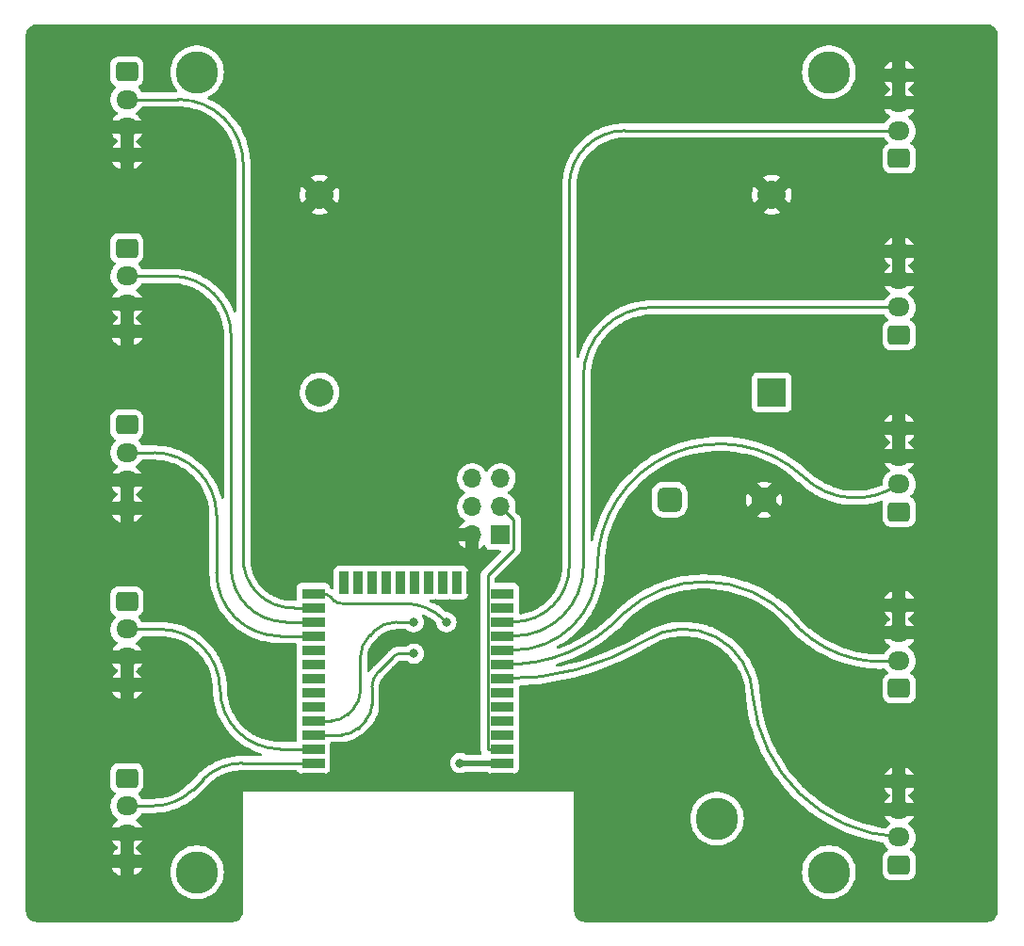
<source format=gtl>
%TF.GenerationSoftware,KiCad,Pcbnew,(6.0.6)*%
%TF.CreationDate,2022-12-02T03:24:18-05:00*%
%TF.ProjectId,esp32-wled,65737033-322d-4776-9c65-642e6b696361,rev?*%
%TF.SameCoordinates,Original*%
%TF.FileFunction,Copper,L1,Top*%
%TF.FilePolarity,Positive*%
%FSLAX46Y46*%
G04 Gerber Fmt 4.6, Leading zero omitted, Abs format (unit mm)*
G04 Created by KiCad (PCBNEW (6.0.6)) date 2022-12-02 03:24:18*
%MOMM*%
%LPD*%
G01*
G04 APERTURE LIST*
G04 Aperture macros list*
%AMRoundRect*
0 Rectangle with rounded corners*
0 $1 Rounding radius*
0 $2 $3 $4 $5 $6 $7 $8 $9 X,Y pos of 4 corners*
0 Add a 4 corners polygon primitive as box body*
4,1,4,$2,$3,$4,$5,$6,$7,$8,$9,$2,$3,0*
0 Add four circle primitives for the rounded corners*
1,1,$1+$1,$2,$3*
1,1,$1+$1,$4,$5*
1,1,$1+$1,$6,$7*
1,1,$1+$1,$8,$9*
0 Add four rect primitives between the rounded corners*
20,1,$1+$1,$2,$3,$4,$5,0*
20,1,$1+$1,$4,$5,$6,$7,0*
20,1,$1+$1,$6,$7,$8,$9,0*
20,1,$1+$1,$8,$9,$2,$3,0*%
G04 Aperture macros list end*
%TA.AperFunction,SMDPad,CuDef*%
%ADD10R,5.000000X5.000000*%
%TD*%
%TA.AperFunction,SMDPad,CuDef*%
%ADD11R,2.000000X0.900000*%
%TD*%
%TA.AperFunction,SMDPad,CuDef*%
%ADD12R,0.900000X2.000000*%
%TD*%
%TA.AperFunction,ComponentPad*%
%ADD13RoundRect,0.550000X-0.550000X-0.550000X0.550000X-0.550000X0.550000X0.550000X-0.550000X0.550000X0*%
%TD*%
%TA.AperFunction,ComponentPad*%
%ADD14RoundRect,0.250000X0.725000X-0.600000X0.725000X0.600000X-0.725000X0.600000X-0.725000X-0.600000X0*%
%TD*%
%TA.AperFunction,ComponentPad*%
%ADD15O,1.950000X1.700000*%
%TD*%
%TA.AperFunction,ComponentPad*%
%ADD16C,3.800000*%
%TD*%
%TA.AperFunction,ComponentPad*%
%ADD17RoundRect,0.250000X-0.725000X0.600000X-0.725000X-0.600000X0.725000X-0.600000X0.725000X0.600000X0*%
%TD*%
%TA.AperFunction,ComponentPad*%
%ADD18R,1.700000X1.700000*%
%TD*%
%TA.AperFunction,ComponentPad*%
%ADD19O,1.700000X1.700000*%
%TD*%
%TA.AperFunction,ComponentPad*%
%ADD20R,2.540000X2.540000*%
%TD*%
%TA.AperFunction,ComponentPad*%
%ADD21C,2.540000*%
%TD*%
%TA.AperFunction,ComponentPad*%
%ADD22C,2.200000*%
%TD*%
%TA.AperFunction,ViaPad*%
%ADD23C,0.800000*%
%TD*%
%TA.AperFunction,Conductor*%
%ADD24C,0.250000*%
%TD*%
%TA.AperFunction,Conductor*%
%ADD25C,0.500000*%
%TD*%
G04 APERTURE END LIST*
D10*
%TO.P,U1,39,GND*%
%TO.N,GND*%
X139988800Y-122725800D03*
D11*
%TO.P,U1,38,GND*%
X130488800Y-130225800D03*
%TO.P,U1,37,IO23*%
%TO.N,Net-(LED5-GPIO23-Pad2)*%
X130488800Y-128955800D03*
%TO.P,U1,36,IO22*%
%TO.N,Net-(LED4-GPIO22-Pad2)*%
X130488800Y-127685800D03*
%TO.P,U1,35,TXD0/IO1*%
%TO.N,TX*%
X130488800Y-126415800D03*
%TO.P,U1,34,RXD0/IO3*%
%TO.N,RX*%
X130488800Y-125145800D03*
%TO.P,U1,33,IO21*%
%TO.N,unconnected-(U1-Pad33)*%
X130488800Y-123875800D03*
%TO.P,U1,32,NC*%
%TO.N,unconnected-(U1-Pad32)*%
X130488800Y-122605800D03*
%TO.P,U1,31,IO19*%
%TO.N,unconnected-(U1-Pad31)*%
X130488800Y-121335800D03*
%TO.P,U1,30,IO18*%
%TO.N,unconnected-(U1-Pad30)*%
X130488800Y-120065800D03*
%TO.P,U1,29,IO5*%
%TO.N,unconnected-(U1-Pad29)*%
X130488800Y-118795800D03*
%TO.P,U1,28,IO17*%
%TO.N,Net-(LED3-GPIO17-Pad2)*%
X130488800Y-117525800D03*
%TO.P,U1,27,IO16*%
%TO.N,Net-(LED2-GPIO16-Pad2)*%
X130488800Y-116255800D03*
%TO.P,U1,26,IO4*%
%TO.N,Net-(LED1-GPIO4-Pad2)*%
X130488800Y-114985800D03*
%TO.P,U1,25,IO0*%
%TO.N,GPIO0*%
X130488800Y-113715800D03*
D12*
%TO.P,U1,24,IO2*%
%TO.N,unconnected-(U1-Pad24)*%
X133273800Y-112715800D03*
%TO.P,U1,23,IO15*%
%TO.N,unconnected-(U1-Pad23)*%
X134543800Y-112715800D03*
%TO.P,U1,22,SDI/SD1*%
%TO.N,unconnected-(U1-Pad22)*%
X135813800Y-112715800D03*
%TO.P,U1,21,SDO/SD0*%
%TO.N,unconnected-(U1-Pad21)*%
X137083800Y-112715800D03*
%TO.P,U1,20,SCK/CLK*%
%TO.N,unconnected-(U1-Pad20)*%
X138353800Y-112715800D03*
%TO.P,U1,19,SCS/CMD*%
%TO.N,unconnected-(U1-Pad19)*%
X139623800Y-112715800D03*
%TO.P,U1,18,SWP/SD3*%
%TO.N,unconnected-(U1-Pad18)*%
X140893800Y-112715800D03*
%TO.P,U1,17,SHD/SD2*%
%TO.N,unconnected-(U1-Pad17)*%
X142163800Y-112715800D03*
%TO.P,U1,16,IO13*%
%TO.N,unconnected-(U1-Pad16)*%
X143433800Y-112715800D03*
%TO.P,U1,15,GND*%
%TO.N,GND*%
X144703800Y-112715800D03*
D11*
%TO.P,U1,14,IO12*%
%TO.N,unconnected-(U1-Pad14)*%
X147488800Y-113715800D03*
%TO.P,U1,13,IO14*%
%TO.N,unconnected-(U1-Pad13)*%
X147488800Y-114985800D03*
%TO.P,U1,12,IO27*%
%TO.N,Net-(LED10-GPIO27-Pad2)*%
X147488800Y-116255800D03*
%TO.P,U1,11,IO26*%
%TO.N,Net-(LED9-GPIO26-Pad2)*%
X147488800Y-117525800D03*
%TO.P,U1,10,IO25*%
%TO.N,Net-(LED8-GPIO25-Pad2)*%
X147488800Y-118795800D03*
%TO.P,U1,9,IO33*%
%TO.N,Net-(LED7-GPIO33-Pad2)*%
X147488800Y-120065800D03*
%TO.P,U1,8,IO32*%
%TO.N,Net-(LED6-GPIO32-Pad2)*%
X147488800Y-121335800D03*
%TO.P,U1,7,IO35*%
%TO.N,unconnected-(U1-Pad7)*%
X147488800Y-122605800D03*
%TO.P,U1,6,IO34*%
%TO.N,unconnected-(U1-Pad6)*%
X147488800Y-123875800D03*
%TO.P,U1,5,SENSOR_VN*%
%TO.N,unconnected-(U1-Pad5)*%
X147488800Y-125145800D03*
%TO.P,U1,4,SENSOR_VP*%
%TO.N,unconnected-(U1-Pad4)*%
X147488800Y-126415800D03*
%TO.P,U1,3,EN*%
%TO.N,EN*%
X147488800Y-127685800D03*
%TO.P,U1,2,VDD*%
%TO.N,+3.3V*%
X147488800Y-128955800D03*
%TO.P,U1,1,GND*%
%TO.N,GND*%
X147488800Y-130225800D03*
%TD*%
D13*
%TO.P,12V,1,Pin_1*%
%TO.N,+12V*%
X162509200Y-105260400D03*
%TD*%
D14*
%TO.P,LED10-GPIO27,1,Pin_1*%
%TO.N,+12V*%
X183138400Y-74565200D03*
D15*
%TO.P,LED10-GPIO27,2,Pin_2*%
%TO.N,Net-(LED10-GPIO27-Pad2)*%
X183138400Y-72065200D03*
%TO.P,LED10-GPIO27,3,Pin_3*%
%TO.N,GND*%
X183138400Y-69565200D03*
%TO.P,LED10-GPIO27,4,Pin_4*%
X183138400Y-67065200D03*
%TD*%
D16*
%TO.P, ,4*%
%TO.N,N/C*%
X120038400Y-138766800D03*
%TD*%
D17*
%TO.P,LED1-GPIO4,1,Pin_1*%
%TO.N,+12V*%
X113741200Y-66751200D03*
D15*
%TO.P,LED1-GPIO4,2,Pin_2*%
%TO.N,Net-(LED1-GPIO4-Pad2)*%
X113741200Y-69251200D03*
%TO.P,LED1-GPIO4,3,Pin_3*%
%TO.N,GND*%
X113741200Y-71751200D03*
%TO.P,LED1-GPIO4,4,Pin_4*%
X113741200Y-74251200D03*
%TD*%
D17*
%TO.P,LED3-GPIO17,1,Pin_1*%
%TO.N,+12V*%
X113741200Y-98526600D03*
D15*
%TO.P,LED3-GPIO17,2,Pin_2*%
%TO.N,Net-(LED3-GPIO17-Pad2)*%
X113741200Y-101026600D03*
%TO.P,LED3-GPIO17,3,Pin_3*%
%TO.N,GND*%
X113741200Y-103526600D03*
%TO.P,LED3-GPIO17,4,Pin_4*%
X113741200Y-106026600D03*
%TD*%
D18*
%TO.P,H1,1,VCC*%
%TO.N,+3.3V*%
X147320000Y-108432600D03*
D19*
%TO.P,H1,2,GND*%
%TO.N,GND*%
X144780000Y-108432600D03*
%TO.P,H1,3,EN*%
%TO.N,EN*%
X147320000Y-105892600D03*
%TO.P,H1,4,IO0*%
%TO.N,GPIO0*%
X144780000Y-105892600D03*
%TO.P,H1,5,TX*%
%TO.N,TX*%
X147320000Y-103352600D03*
%TO.P,H1,6,RX*%
%TO.N,RX*%
X144780000Y-103352600D03*
%TD*%
D20*
%TO.P,U2,1,Vin*%
%TO.N,+12V*%
X171704000Y-95605600D03*
D21*
%TO.P,U2,2,GND*%
%TO.N,GND*%
X171704000Y-77825600D03*
%TO.P,U2,3,GND*%
X131064000Y-77825600D03*
%TO.P,U2,4,Vout*%
%TO.N,+3.3V*%
X131064000Y-95605600D03*
%TD*%
D14*
%TO.P,LED6-GPIO32,1,Pin_1*%
%TO.N,+12V*%
X183138400Y-138116000D03*
D15*
%TO.P,LED6-GPIO32,2,Pin_2*%
%TO.N,Net-(LED6-GPIO32-Pad2)*%
X183138400Y-135616000D03*
%TO.P,LED6-GPIO32,3,Pin_3*%
%TO.N,GND*%
X183138400Y-133116000D03*
%TO.P,LED6-GPIO32,4,Pin_4*%
X183138400Y-130616000D03*
%TD*%
D16*
%TO.P, ,1*%
%TO.N,N/C*%
X166776400Y-133946400D03*
%TD*%
D17*
%TO.P,LED2-GPIO16,1,Pin_1*%
%TO.N,+12V*%
X113741200Y-82638900D03*
D15*
%TO.P,LED2-GPIO16,2,Pin_2*%
%TO.N,Net-(LED2-GPIO16-Pad2)*%
X113741200Y-85138900D03*
%TO.P,LED2-GPIO16,3,Pin_3*%
%TO.N,GND*%
X113741200Y-87638900D03*
%TO.P,LED2-GPIO16,4,Pin_4*%
X113741200Y-90138900D03*
%TD*%
D22*
%TO.P,GND,1,Pin_1*%
%TO.N,GND*%
X171015200Y-105260400D03*
%TD*%
D14*
%TO.P,LED9-GPIO26,1,Pin_1*%
%TO.N,+12V*%
X183138400Y-90452900D03*
D15*
%TO.P,LED9-GPIO26,2,Pin_2*%
%TO.N,Net-(LED9-GPIO26-Pad2)*%
X183138400Y-87952900D03*
%TO.P,LED9-GPIO26,3,Pin_3*%
%TO.N,GND*%
X183138400Y-85452900D03*
%TO.P,LED9-GPIO26,4,Pin_4*%
X183138400Y-82952900D03*
%TD*%
D16*
%TO.P, ,5*%
%TO.N,N/C*%
X176836800Y-138766800D03*
%TD*%
D17*
%TO.P,LED5-GPIO23,1,Pin_1*%
%TO.N,+12V*%
X113741200Y-130302000D03*
D15*
%TO.P,LED5-GPIO23,2,Pin_2*%
%TO.N,Net-(LED5-GPIO23-Pad2)*%
X113741200Y-132802000D03*
%TO.P,LED5-GPIO23,3,Pin_3*%
%TO.N,GND*%
X113741200Y-135302000D03*
%TO.P,LED5-GPIO23,4,Pin_4*%
X113741200Y-137802000D03*
%TD*%
D16*
%TO.P, ,3*%
%TO.N,N/C*%
X120038400Y-66804800D03*
%TD*%
D14*
%TO.P,LED7-GPIO33,1,Pin_1*%
%TO.N,+12V*%
X183138400Y-122228300D03*
D15*
%TO.P,LED7-GPIO33,2,Pin_2*%
%TO.N,Net-(LED7-GPIO33-Pad2)*%
X183138400Y-119728300D03*
%TO.P,LED7-GPIO33,3,Pin_3*%
%TO.N,GND*%
X183138400Y-117228300D03*
%TO.P,LED7-GPIO33,4,Pin_4*%
X183138400Y-114728300D03*
%TD*%
D14*
%TO.P,LED8-GPIO25,1,Pin_1*%
%TO.N,+12V*%
X183138400Y-106340600D03*
D15*
%TO.P,LED8-GPIO25,2,Pin_2*%
%TO.N,Net-(LED8-GPIO25-Pad2)*%
X183138400Y-103840600D03*
%TO.P,LED8-GPIO25,3,Pin_3*%
%TO.N,GND*%
X183138400Y-101340600D03*
%TO.P,LED8-GPIO25,4,Pin_4*%
X183138400Y-98840600D03*
%TD*%
D16*
%TO.P, ,2*%
%TO.N,N/C*%
X176836800Y-66804800D03*
%TD*%
D17*
%TO.P,LED4-GPIO22,1,Pin_1*%
%TO.N,+12V*%
X113741200Y-114414300D03*
D15*
%TO.P,LED4-GPIO22,2,Pin_2*%
%TO.N,Net-(LED4-GPIO22-Pad2)*%
X113741200Y-116914300D03*
%TO.P,LED4-GPIO22,3,Pin_3*%
%TO.N,GND*%
X113741200Y-119414300D03*
%TO.P,LED4-GPIO22,4,Pin_4*%
X113741200Y-121914300D03*
%TD*%
D23*
%TO.N,TX*%
X139522200Y-119100600D03*
%TO.N,RX*%
X139522200Y-116271800D03*
%TO.N,GPIO0*%
X142452600Y-116271800D03*
%TO.N,+3.3V*%
X143687800Y-128955800D03*
%TD*%
D24*
%TO.N,RX*%
X135858900Y-117150460D02*
G75*
G02*
X137980241Y-116271800I2121300J-2121340D01*
G01*
X135574859Y-117434501D02*
G75*
G03*
X134696200Y-119555841I2121341J-2121299D01*
G01*
X134696200Y-119555841D02*
X134696200Y-122590173D01*
X134110413Y-124004387D02*
X133554786Y-124560014D01*
X135858920Y-117150480D02*
X135574879Y-117434521D01*
X132140573Y-125145780D02*
G75*
G03*
X133554785Y-124560013I27J1999980D01*
G01*
X139522200Y-116271800D02*
X137980241Y-116271800D01*
X132140573Y-125145800D02*
X130488800Y-125145800D01*
X134110427Y-124004401D02*
G75*
G03*
X134696200Y-122590173I-1414227J1414201D01*
G01*
%TO.N,GPIO0*%
X142250050Y-116069282D02*
G75*
G03*
X138714532Y-114604800I-3535550J-3535518D01*
G01*
X131324586Y-113715800D02*
X130488800Y-113715800D01*
X132334907Y-114311907D02*
X132031693Y-114008693D01*
X138714532Y-114604800D02*
X133042014Y-114604800D01*
X142452600Y-116271800D02*
X142250066Y-116069266D01*
X131324586Y-113715810D02*
G75*
G02*
X132031693Y-114008693I14J-999990D01*
G01*
X132334900Y-114311914D02*
G75*
G03*
X133042014Y-114604800I707100J707114D01*
G01*
%TO.N,TX*%
X138378214Y-119100600D02*
X139522200Y-119100600D01*
X135763000Y-123707773D02*
X135763000Y-122130027D01*
X130488800Y-126415800D02*
X133054973Y-126415800D01*
X138378214Y-119100610D02*
G75*
G03*
X137671107Y-119393493I-14J-999990D01*
G01*
X134469187Y-125830013D02*
X135177214Y-125121986D01*
X136348773Y-120715799D02*
G75*
G03*
X135763000Y-122130027I1414227J-1414201D01*
G01*
X135762980Y-123707773D02*
G75*
G02*
X135177213Y-125121985I-1999980J-27D01*
G01*
X134469201Y-125830027D02*
G75*
G02*
X133054973Y-126415800I-1414201J1414227D01*
G01*
X136348787Y-120715813D02*
X137671107Y-119393493D01*
%TO.N,GND*%
X144780000Y-112639600D02*
X144703800Y-112715800D01*
X144780000Y-108432600D02*
X144780000Y-112639600D01*
%TO.N,EN*%
X148495000Y-109720200D02*
X148495000Y-107067600D01*
X148495000Y-107067600D02*
X147320000Y-105892600D01*
X146151600Y-112063600D02*
X148495000Y-109720200D01*
X146151600Y-127685800D02*
X146151600Y-112063600D01*
X147488800Y-127685800D02*
X146151600Y-127685800D01*
%TO.N,Net-(LED2-GPIO16-Pad2)*%
X123100000Y-90495178D02*
X123100000Y-111338924D01*
X113741200Y-85138900D02*
X117743722Y-85138900D01*
X128016876Y-116255800D02*
X130488800Y-116255800D01*
X123100000Y-111338924D02*
G75*
G03*
X128016876Y-116255800I4916900J24D01*
G01*
X123100000Y-90495178D02*
G75*
G03*
X117743722Y-85138900I-5356300J-22D01*
G01*
%TO.N,Net-(LED5-GPIO23-Pad2)*%
X126149825Y-128955800D02*
X130488800Y-128955800D01*
X124115268Y-128955800D02*
X126149825Y-128955800D01*
X113741200Y-132802000D02*
X116126932Y-132802000D01*
X119662466Y-131337534D02*
X120579734Y-130420266D01*
X124115268Y-128955778D02*
G75*
G03*
X120579735Y-130420267I32J-5000022D01*
G01*
X119662450Y-131337518D02*
G75*
G02*
X116126932Y-132802000I-3535550J3535518D01*
G01*
%TO.N,Net-(LED6-GPIO32-Pad2)*%
X147472400Y-121361217D02*
G75*
G03*
X160375600Y-117906799I438600J24187417D01*
G01*
X170002250Y-123012195D02*
G75*
G03*
X183108600Y-135610600I13915150J1359595D01*
G01*
X170002230Y-123012200D02*
G75*
G03*
X160375600Y-117906800I-6221530J-102600D01*
G01*
%TO.N,Net-(LED7-GPIO33-Pad2)*%
X173329563Y-115951031D02*
G75*
G03*
X183138400Y-119728299I8269037J6848631D01*
G01*
X173329596Y-115951004D02*
G75*
G03*
X158292801Y-115570000I-7708046J-7294216D01*
G01*
X147488800Y-120065787D02*
G75*
G03*
X158292800Y-115570000I535200J13943487D01*
G01*
%TO.N,Net-(LED8-GPIO25-Pad2)*%
X174548797Y-103200203D02*
G75*
G03*
X156028800Y-111255800I-7508037J-8055597D01*
G01*
X174574192Y-103225608D02*
G75*
G03*
X183138400Y-103840600I4650408J4821408D01*
G01*
X148488800Y-118795800D02*
G75*
G03*
X156028800Y-111255800I0J7540000D01*
G01*
%TO.N,Net-(LED9-GPIO26-Pad2)*%
X183083200Y-87952900D02*
X161028800Y-87952900D01*
X154758800Y-111255800D02*
X154758800Y-94222900D01*
X161028800Y-87952900D02*
G75*
G03*
X154758800Y-94222900I0J-6270000D01*
G01*
X148488800Y-117525800D02*
G75*
G03*
X154758800Y-111255800I0J6270000D01*
G01*
%TO.N,Net-(LED10-GPIO27-Pad2)*%
X153488800Y-111255800D02*
X153488800Y-77065200D01*
X183138400Y-72065200D02*
X158488800Y-72065200D01*
X158488800Y-72065200D02*
G75*
G03*
X153488800Y-77065200I0J-5000000D01*
G01*
X148488800Y-116255800D02*
G75*
G03*
X153488800Y-111255800I0J5000000D01*
G01*
D25*
%TO.N,+3.3V*%
X147488800Y-128955800D02*
X143687800Y-128955800D01*
D24*
%TO.N,Net-(LED1-GPIO4-Pad2)*%
X113741200Y-69251200D02*
X118340002Y-69251200D01*
X128766895Y-114985800D02*
X130488800Y-114985800D01*
X124200000Y-110078932D02*
X124188603Y-110351131D01*
X124200000Y-75111198D02*
X124200000Y-110078932D01*
X128759684Y-114993011D02*
X128766895Y-114985800D01*
X124200000Y-75111198D02*
G75*
G03*
X118340002Y-69251200I-5860000J-2D01*
G01*
X124188630Y-110351132D02*
G75*
G03*
X128759684Y-114993010I4453070J-186468D01*
G01*
%TO.N,Net-(LED3-GPIO17-Pad2)*%
X130488800Y-117525800D02*
X127487082Y-117525800D01*
X116155532Y-101026600D02*
X113741200Y-101026600D01*
X121800000Y-111838718D02*
X121800000Y-106671068D01*
X121800000Y-111838718D02*
G75*
G03*
X127487082Y-117525800I5687100J18D01*
G01*
X121800000Y-106671068D02*
G75*
G03*
X116155532Y-101026600I-5667600J-23132D01*
G01*
%TO.N,Net-(LED4-GPIO22-Pad2)*%
X116729250Y-116914300D02*
X113741200Y-116914300D01*
X130488800Y-127685800D02*
X127500750Y-127685800D01*
X122091500Y-122276550D02*
G75*
G03*
X116729250Y-116914300I-5362300J-50D01*
G01*
X122115051Y-122276550D02*
G75*
G03*
X127500750Y-127685800I5385649J-23550D01*
G01*
%TD*%
%TA.AperFunction,Conductor*%
%TO.N,GND*%
G36*
X191030163Y-62484607D02*
G01*
X191206740Y-62501999D01*
X191230957Y-62506815D01*
X191394809Y-62556518D01*
X191417629Y-62565971D01*
X191568631Y-62646683D01*
X191589158Y-62660399D01*
X191721521Y-62769026D01*
X191738974Y-62786479D01*
X191847601Y-62918842D01*
X191861319Y-62939372D01*
X191942029Y-63090371D01*
X191951482Y-63113190D01*
X192001185Y-63277043D01*
X192006002Y-63301263D01*
X192023393Y-63477837D01*
X192024000Y-63490187D01*
X192024000Y-142249813D01*
X192023393Y-142262163D01*
X192006002Y-142438737D01*
X192001185Y-142462957D01*
X191951482Y-142626809D01*
X191942029Y-142649629D01*
X191861319Y-142800628D01*
X191847601Y-142821158D01*
X191738974Y-142953521D01*
X191721521Y-142970974D01*
X191589158Y-143079601D01*
X191568631Y-143093317D01*
X191476417Y-143142607D01*
X191417629Y-143174029D01*
X191394810Y-143183482D01*
X191230957Y-143233185D01*
X191206740Y-143238001D01*
X191030163Y-143255393D01*
X191017813Y-143256000D01*
X154930187Y-143256000D01*
X154917837Y-143255393D01*
X154741260Y-143238001D01*
X154717043Y-143233185D01*
X154553190Y-143183482D01*
X154530371Y-143174029D01*
X154471583Y-143142607D01*
X154379369Y-143093317D01*
X154358842Y-143079601D01*
X154226479Y-142970974D01*
X154209026Y-142953521D01*
X154100399Y-142821158D01*
X154086681Y-142800628D01*
X154005971Y-142649629D01*
X153996518Y-142626809D01*
X153946815Y-142462957D01*
X153941998Y-142438737D01*
X153924607Y-142262163D01*
X153924000Y-142249813D01*
X153924000Y-138766800D01*
X174423538Y-138766800D01*
X174442567Y-139069262D01*
X174499355Y-139366954D01*
X174593006Y-139655181D01*
X174722042Y-139929398D01*
X174884430Y-140185280D01*
X175077608Y-140418792D01*
X175298529Y-140626250D01*
X175543710Y-140804384D01*
X175809283Y-140950385D01*
X175812952Y-140951838D01*
X175812957Y-140951840D01*
X176087391Y-141060496D01*
X176091061Y-141061949D01*
X176384600Y-141137316D01*
X176685270Y-141175300D01*
X176988330Y-141175300D01*
X177289000Y-141137316D01*
X177582539Y-141061949D01*
X177586209Y-141060496D01*
X177860643Y-140951840D01*
X177860648Y-140951838D01*
X177864317Y-140950385D01*
X178129890Y-140804384D01*
X178375071Y-140626250D01*
X178595992Y-140418792D01*
X178789170Y-140185280D01*
X178951558Y-139929398D01*
X179080594Y-139655181D01*
X179174245Y-139366954D01*
X179231033Y-139069262D01*
X179250062Y-138766800D01*
X179231033Y-138464338D01*
X179174245Y-138166646D01*
X179080594Y-137878419D01*
X178951558Y-137604202D01*
X178789170Y-137348320D01*
X178595992Y-137114808D01*
X178385903Y-136917522D01*
X178377958Y-136910061D01*
X178377957Y-136910061D01*
X178375071Y-136907350D01*
X178358387Y-136895228D01*
X178321861Y-136868691D01*
X178129890Y-136729216D01*
X178042785Y-136681329D01*
X177867786Y-136585122D01*
X177867785Y-136585121D01*
X177864317Y-136583215D01*
X177860648Y-136581762D01*
X177860643Y-136581760D01*
X177586209Y-136473104D01*
X177586208Y-136473104D01*
X177582539Y-136471651D01*
X177289000Y-136396284D01*
X176988330Y-136358300D01*
X176685270Y-136358300D01*
X176384600Y-136396284D01*
X176091061Y-136471651D01*
X176087392Y-136473104D01*
X176087391Y-136473104D01*
X175812957Y-136581760D01*
X175812952Y-136581762D01*
X175809283Y-136583215D01*
X175805815Y-136585121D01*
X175805814Y-136585122D01*
X175630816Y-136681329D01*
X175543710Y-136729216D01*
X175351739Y-136868691D01*
X175315214Y-136895228D01*
X175298529Y-136907350D01*
X175295643Y-136910061D01*
X175295642Y-136910061D01*
X175287697Y-136917522D01*
X175077608Y-137114808D01*
X174884430Y-137348320D01*
X174722042Y-137604202D01*
X174593006Y-137878419D01*
X174499355Y-138166646D01*
X174442567Y-138464338D01*
X174423538Y-138766800D01*
X153924000Y-138766800D01*
X153924000Y-133946400D01*
X164363138Y-133946400D01*
X164382167Y-134248862D01*
X164438955Y-134546554D01*
X164484215Y-134685850D01*
X164529302Y-134824611D01*
X164532606Y-134834781D01*
X164534293Y-134838367D01*
X164534295Y-134838371D01*
X164587264Y-134950936D01*
X164661642Y-135108998D01*
X164824030Y-135364880D01*
X165017208Y-135598392D01*
X165238129Y-135805850D01*
X165483310Y-135983984D01*
X165486779Y-135985891D01*
X165486782Y-135985893D01*
X165695181Y-136100462D01*
X165748883Y-136129985D01*
X165752552Y-136131438D01*
X165752557Y-136131440D01*
X165927776Y-136200814D01*
X166030661Y-136241549D01*
X166324200Y-136316916D01*
X166624870Y-136354900D01*
X166927930Y-136354900D01*
X167228600Y-136316916D01*
X167522139Y-136241549D01*
X167625024Y-136200814D01*
X167800243Y-136131440D01*
X167800248Y-136131438D01*
X167803917Y-136129985D01*
X167857619Y-136100462D01*
X168066018Y-135985893D01*
X168066021Y-135985891D01*
X168069490Y-135983984D01*
X168314671Y-135805850D01*
X168535592Y-135598392D01*
X168728770Y-135364880D01*
X168891158Y-135108998D01*
X168965536Y-134950936D01*
X169018505Y-134838371D01*
X169018507Y-134838367D01*
X169020194Y-134834781D01*
X169023499Y-134824611D01*
X169068585Y-134685850D01*
X169113845Y-134546554D01*
X169170633Y-134248862D01*
X169189662Y-133946400D01*
X169170633Y-133643938D01*
X169113845Y-133346246D01*
X169020194Y-133058019D01*
X168998321Y-133011535D01*
X168911192Y-132826377D01*
X168891158Y-132783802D01*
X168728770Y-132527920D01*
X168717682Y-132514516D01*
X168670330Y-132457279D01*
X168535592Y-132294408D01*
X168374303Y-132142948D01*
X168317558Y-132089661D01*
X168317557Y-132089661D01*
X168314671Y-132086950D01*
X168264984Y-132050850D01*
X168199458Y-132003243D01*
X168069490Y-131908816D01*
X168058646Y-131902854D01*
X167807386Y-131764722D01*
X167807385Y-131764721D01*
X167803917Y-131762815D01*
X167800248Y-131761362D01*
X167800243Y-131761360D01*
X167525809Y-131652704D01*
X167525808Y-131652704D01*
X167522139Y-131651251D01*
X167228600Y-131575884D01*
X166927930Y-131537900D01*
X166624870Y-131537900D01*
X166324200Y-131575884D01*
X166030661Y-131651251D01*
X166026992Y-131652704D01*
X166026991Y-131652704D01*
X165752557Y-131761360D01*
X165752552Y-131761362D01*
X165748883Y-131762815D01*
X165745415Y-131764721D01*
X165745414Y-131764722D01*
X165494155Y-131902854D01*
X165483310Y-131908816D01*
X165353342Y-132003243D01*
X165287817Y-132050850D01*
X165238129Y-132086950D01*
X165235243Y-132089661D01*
X165235242Y-132089661D01*
X165178497Y-132142948D01*
X165017208Y-132294408D01*
X164882470Y-132457279D01*
X164835119Y-132514516D01*
X164824030Y-132527920D01*
X164661642Y-132783802D01*
X164641608Y-132826377D01*
X164554480Y-133011535D01*
X164532606Y-133058019D01*
X164438955Y-133346246D01*
X164382167Y-133643938D01*
X164363138Y-133946400D01*
X153924000Y-133946400D01*
X153924000Y-131546600D01*
X124206000Y-131546600D01*
X124206000Y-142249813D01*
X124205393Y-142262163D01*
X124188002Y-142438737D01*
X124183185Y-142462957D01*
X124133482Y-142626809D01*
X124124029Y-142649629D01*
X124043319Y-142800628D01*
X124029601Y-142821158D01*
X123920974Y-142953521D01*
X123903521Y-142970974D01*
X123771158Y-143079601D01*
X123750631Y-143093317D01*
X123658417Y-143142607D01*
X123599629Y-143174029D01*
X123576810Y-143183482D01*
X123412957Y-143233185D01*
X123388740Y-143238001D01*
X123212163Y-143255393D01*
X123199813Y-143256000D01*
X105654187Y-143256000D01*
X105641837Y-143255393D01*
X105465260Y-143238001D01*
X105441043Y-143233185D01*
X105277190Y-143183482D01*
X105254371Y-143174029D01*
X105195583Y-143142607D01*
X105103369Y-143093317D01*
X105082842Y-143079601D01*
X104950479Y-142970974D01*
X104933026Y-142953521D01*
X104824399Y-142821158D01*
X104810681Y-142800628D01*
X104729971Y-142649629D01*
X104720518Y-142626809D01*
X104670815Y-142462957D01*
X104665998Y-142438737D01*
X104648607Y-142262163D01*
X104648000Y-142249813D01*
X104648000Y-138410217D01*
X112397030Y-138410217D01*
X112398193Y-138412560D01*
X112512216Y-138600462D01*
X112518480Y-138609052D01*
X112662527Y-138775052D01*
X112670158Y-138782472D01*
X112840111Y-138921826D01*
X112848878Y-138927850D01*
X113039882Y-139036576D01*
X113049546Y-139041041D01*
X113124172Y-139068129D01*
X113138245Y-139069011D01*
X113141200Y-139063485D01*
X113141200Y-139059370D01*
X114341200Y-139059370D01*
X114345173Y-139072901D01*
X114349876Y-139073577D01*
X114524170Y-138995063D01*
X114533456Y-138989894D01*
X114715775Y-138867150D01*
X114724070Y-138860481D01*
X114822272Y-138766800D01*
X117625138Y-138766800D01*
X117644167Y-139069262D01*
X117700955Y-139366954D01*
X117794606Y-139655181D01*
X117923642Y-139929398D01*
X118086030Y-140185280D01*
X118279208Y-140418792D01*
X118500129Y-140626250D01*
X118745310Y-140804384D01*
X119010883Y-140950385D01*
X119014552Y-140951838D01*
X119014557Y-140951840D01*
X119288991Y-141060496D01*
X119292661Y-141061949D01*
X119586200Y-141137316D01*
X119886870Y-141175300D01*
X120189930Y-141175300D01*
X120490600Y-141137316D01*
X120784139Y-141061949D01*
X120787809Y-141060496D01*
X121062243Y-140951840D01*
X121062248Y-140951838D01*
X121065917Y-140950385D01*
X121331490Y-140804384D01*
X121576671Y-140626250D01*
X121797592Y-140418792D01*
X121990770Y-140185280D01*
X122153158Y-139929398D01*
X122282194Y-139655181D01*
X122375845Y-139366954D01*
X122432633Y-139069262D01*
X122451662Y-138766800D01*
X122432633Y-138464338D01*
X122375845Y-138166646D01*
X122282194Y-137878419D01*
X122153158Y-137604202D01*
X121990770Y-137348320D01*
X121797592Y-137114808D01*
X121587503Y-136917522D01*
X121579558Y-136910061D01*
X121579557Y-136910061D01*
X121576671Y-136907350D01*
X121559987Y-136895228D01*
X121523461Y-136868691D01*
X121331490Y-136729216D01*
X121244385Y-136681329D01*
X121069386Y-136585122D01*
X121069385Y-136585121D01*
X121065917Y-136583215D01*
X121062248Y-136581762D01*
X121062243Y-136581760D01*
X120787809Y-136473104D01*
X120787808Y-136473104D01*
X120784139Y-136471651D01*
X120490600Y-136396284D01*
X120189930Y-136358300D01*
X119886870Y-136358300D01*
X119586200Y-136396284D01*
X119292661Y-136471651D01*
X119288992Y-136473104D01*
X119288991Y-136473104D01*
X119014557Y-136581760D01*
X119014552Y-136581762D01*
X119010883Y-136583215D01*
X119007415Y-136585121D01*
X119007414Y-136585122D01*
X118832416Y-136681329D01*
X118745310Y-136729216D01*
X118553339Y-136868691D01*
X118516814Y-136895228D01*
X118500129Y-136907350D01*
X118497243Y-136910061D01*
X118497242Y-136910061D01*
X118489297Y-136917522D01*
X118279208Y-137114808D01*
X118086030Y-137348320D01*
X117923642Y-137604202D01*
X117794606Y-137878419D01*
X117700955Y-138166646D01*
X117644167Y-138464338D01*
X117625138Y-138766800D01*
X114822272Y-138766800D01*
X114883100Y-138708772D01*
X114890141Y-138700814D01*
X115021336Y-138524481D01*
X115026951Y-138515426D01*
X115076409Y-138418150D01*
X115079000Y-138404286D01*
X115076204Y-138402319D01*
X115074277Y-138402000D01*
X114359315Y-138402000D01*
X114344076Y-138406475D01*
X114342871Y-138407865D01*
X114341200Y-138415548D01*
X114341200Y-139059370D01*
X113141200Y-139059370D01*
X113141200Y-138420115D01*
X113136725Y-138404876D01*
X113135335Y-138403671D01*
X113127652Y-138402000D01*
X112411171Y-138402000D01*
X112397640Y-138405973D01*
X112397030Y-138410217D01*
X104648000Y-138410217D01*
X104648000Y-135910217D01*
X112397030Y-135910217D01*
X112398193Y-135912560D01*
X112512216Y-136100462D01*
X112518480Y-136109052D01*
X112662527Y-136275052D01*
X112670158Y-136282472D01*
X112840111Y-136421826D01*
X112848877Y-136427850D01*
X112876399Y-136443517D01*
X112925704Y-136494600D01*
X112939565Y-136564230D01*
X112913581Y-136630301D01*
X112884432Y-136657538D01*
X112766625Y-136736850D01*
X112758330Y-136743519D01*
X112599300Y-136895228D01*
X112592259Y-136903186D01*
X112461064Y-137079519D01*
X112455449Y-137088574D01*
X112405991Y-137185850D01*
X112403400Y-137199714D01*
X112406196Y-137201681D01*
X112408123Y-137202000D01*
X113123085Y-137202000D01*
X113138324Y-137197525D01*
X113139529Y-137196135D01*
X113141200Y-137188452D01*
X113141200Y-137183885D01*
X114341200Y-137183885D01*
X114345675Y-137199124D01*
X114347065Y-137200329D01*
X114354748Y-137202000D01*
X115071229Y-137202000D01*
X115084760Y-137198027D01*
X115085370Y-137193783D01*
X115084207Y-137191440D01*
X114970184Y-137003538D01*
X114963920Y-136994948D01*
X114819873Y-136828948D01*
X114812242Y-136821528D01*
X114642289Y-136682174D01*
X114633523Y-136676150D01*
X114606001Y-136660483D01*
X114556696Y-136609400D01*
X114542835Y-136539770D01*
X114568819Y-136473699D01*
X114597968Y-136446462D01*
X114715775Y-136367150D01*
X114724070Y-136360481D01*
X114883100Y-136208772D01*
X114890141Y-136200814D01*
X115021336Y-136024481D01*
X115026951Y-136015426D01*
X115076409Y-135918150D01*
X115079000Y-135904286D01*
X115076204Y-135902319D01*
X115074277Y-135902000D01*
X114359315Y-135902000D01*
X114344076Y-135906475D01*
X114342871Y-135907865D01*
X114341200Y-135915548D01*
X114341200Y-137183885D01*
X113141200Y-137183885D01*
X113141200Y-135920115D01*
X113136725Y-135904876D01*
X113135335Y-135903671D01*
X113127652Y-135902000D01*
X112411171Y-135902000D01*
X112397640Y-135905973D01*
X112397030Y-135910217D01*
X104648000Y-135910217D01*
X104648000Y-132737774D01*
X112254302Y-132737774D01*
X112262951Y-132968158D01*
X112264046Y-132973377D01*
X112282597Y-133061792D01*
X112310293Y-133193791D01*
X112312251Y-133198750D01*
X112312252Y-133198752D01*
X112380052Y-133370430D01*
X112394976Y-133408221D01*
X112397743Y-133412780D01*
X112397744Y-133412783D01*
X112414268Y-133440013D01*
X112514577Y-133605317D01*
X112518074Y-133609347D01*
X112624637Y-133732150D01*
X112665677Y-133779445D01*
X112669808Y-133782832D01*
X112839827Y-133922240D01*
X112839833Y-133922244D01*
X112843955Y-133925624D01*
X112848598Y-133928267D01*
X112875935Y-133943829D01*
X112925241Y-133994912D01*
X112939102Y-134064542D01*
X112913118Y-134130613D01*
X112883968Y-134157851D01*
X112766622Y-134236852D01*
X112758330Y-134243519D01*
X112599300Y-134395228D01*
X112592259Y-134403186D01*
X112461064Y-134579519D01*
X112455449Y-134588574D01*
X112405991Y-134685850D01*
X112403400Y-134699714D01*
X112406196Y-134701681D01*
X112408123Y-134702000D01*
X115071229Y-134702000D01*
X115084760Y-134698027D01*
X115085370Y-134693783D01*
X115084207Y-134691440D01*
X114970184Y-134503538D01*
X114963920Y-134494948D01*
X114819873Y-134328948D01*
X114812242Y-134321528D01*
X114642289Y-134182174D01*
X114633526Y-134176152D01*
X114606489Y-134160762D01*
X114557182Y-134109680D01*
X114543320Y-134040049D01*
X114569303Y-133973978D01*
X114598453Y-133946739D01*
X114651732Y-133910869D01*
X114720519Y-133864559D01*
X114887335Y-133705424D01*
X115024954Y-133520458D01*
X115027370Y-133515706D01*
X115027375Y-133515698D01*
X115033122Y-133504394D01*
X115081825Y-133452737D01*
X115145438Y-133435500D01*
X116072940Y-133435500D01*
X116090693Y-133436757D01*
X116109488Y-133439432D01*
X116109491Y-133439432D01*
X116113572Y-133440013D01*
X116119830Y-133440079D01*
X116122803Y-133440110D01*
X116122808Y-133440110D01*
X116126936Y-133440153D01*
X116129137Y-133439887D01*
X116130702Y-133440254D01*
X116130680Y-133439700D01*
X116237561Y-133435500D01*
X116569275Y-133422465D01*
X116578719Y-133421347D01*
X117006439Y-133370720D01*
X117006445Y-133370719D01*
X117008887Y-133370430D01*
X117443061Y-133284065D01*
X117445422Y-133283399D01*
X117445435Y-133283396D01*
X117866731Y-133164575D01*
X117866729Y-133164575D01*
X117869121Y-133163901D01*
X117871437Y-133163047D01*
X117871448Y-133163043D01*
X118282121Y-133011535D01*
X118284439Y-133010680D01*
X118286678Y-133009648D01*
X118684217Y-132826377D01*
X118684222Y-132826374D01*
X118686455Y-132825345D01*
X118842823Y-132737774D01*
X119070522Y-132610255D01*
X119070527Y-132610252D01*
X119072691Y-132609040D01*
X119211934Y-132516000D01*
X119438700Y-132364479D01*
X119438709Y-132364472D01*
X119440766Y-132363098D01*
X119788409Y-132089035D01*
X119794352Y-132083542D01*
X120016455Y-131878230D01*
X120093837Y-131806699D01*
X120097811Y-131803385D01*
X120097731Y-131803292D01*
X120100865Y-131800601D01*
X120104162Y-131798125D01*
X120113710Y-131788774D01*
X120132919Y-131764276D01*
X120142977Y-131752927D01*
X120992325Y-130903580D01*
X121004709Y-130892719D01*
X121026228Y-130876207D01*
X121040210Y-130858755D01*
X121053418Y-130844641D01*
X121304483Y-130614579D01*
X121312904Y-130607513D01*
X121606382Y-130382318D01*
X121615386Y-130376013D01*
X121927379Y-130177249D01*
X121936898Y-130171753D01*
X122265022Y-130000940D01*
X122274984Y-129996294D01*
X122304213Y-129984187D01*
X122616762Y-129854723D01*
X122627091Y-129850964D01*
X122979892Y-129739724D01*
X122990510Y-129736879D01*
X123290175Y-129670443D01*
X123351667Y-129656810D01*
X123362484Y-129654903D01*
X123642979Y-129617973D01*
X123729253Y-129606614D01*
X123740203Y-129605656D01*
X124072775Y-129591134D01*
X124094716Y-129592092D01*
X124101056Y-129592927D01*
X124101061Y-129592927D01*
X124108589Y-129593918D01*
X124143523Y-129590061D01*
X124157350Y-129589300D01*
X128930367Y-129589300D01*
X128998488Y-129609302D01*
X129037800Y-129651478D01*
X129038185Y-129652505D01*
X129125539Y-129769061D01*
X129242095Y-129856415D01*
X129378484Y-129907545D01*
X129440666Y-129914300D01*
X131536934Y-129914300D01*
X131599116Y-129907545D01*
X131735505Y-129856415D01*
X131852061Y-129769061D01*
X131939415Y-129652505D01*
X131990545Y-129516116D01*
X131997300Y-129453934D01*
X131997300Y-128955800D01*
X142774296Y-128955800D01*
X142774986Y-128962365D01*
X142790367Y-129108704D01*
X142794258Y-129145728D01*
X142853273Y-129327356D01*
X142948760Y-129492744D01*
X142953178Y-129497651D01*
X142953179Y-129497652D01*
X143037351Y-129591134D01*
X143076547Y-129634666D01*
X143105388Y-129655620D01*
X143225704Y-129743035D01*
X143231048Y-129746918D01*
X143237076Y-129749602D01*
X143237078Y-129749603D01*
X143280782Y-129769061D01*
X143405512Y-129824594D01*
X143498912Y-129844447D01*
X143585856Y-129862928D01*
X143585861Y-129862928D01*
X143592313Y-129864300D01*
X143783287Y-129864300D01*
X143789739Y-129862928D01*
X143789744Y-129862928D01*
X143876688Y-129844447D01*
X143970088Y-129824594D01*
X144094818Y-129769061D01*
X144138522Y-129749603D01*
X144138524Y-129749602D01*
X144144552Y-129746918D01*
X144149891Y-129743039D01*
X144149898Y-129743035D01*
X144156328Y-129738363D01*
X144230387Y-129714300D01*
X146021471Y-129714300D01*
X146089592Y-129734302D01*
X146113132Y-129756207D01*
X146113808Y-129755531D01*
X146120158Y-129761881D01*
X146125539Y-129769061D01*
X146242095Y-129856415D01*
X146378484Y-129907545D01*
X146440666Y-129914300D01*
X148536934Y-129914300D01*
X148599116Y-129907545D01*
X148735505Y-129856415D01*
X148852061Y-129769061D01*
X148939415Y-129652505D01*
X148990545Y-129516116D01*
X148997300Y-129453934D01*
X148997300Y-128457666D01*
X148990545Y-128395484D01*
X148979128Y-128365029D01*
X148973945Y-128294223D01*
X148979126Y-128276576D01*
X148990545Y-128246116D01*
X148997300Y-128183934D01*
X148997300Y-127187666D01*
X148990545Y-127125484D01*
X148979128Y-127095029D01*
X148973945Y-127024223D01*
X148979126Y-127006576D01*
X148990545Y-126976116D01*
X148997300Y-126913934D01*
X148997300Y-125917666D01*
X148990545Y-125855484D01*
X148979128Y-125825029D01*
X148973945Y-125754223D01*
X148979126Y-125736576D01*
X148990545Y-125706116D01*
X148997300Y-125643934D01*
X148997300Y-124647666D01*
X148990545Y-124585484D01*
X148979128Y-124555029D01*
X148973945Y-124484223D01*
X148979126Y-124466576D01*
X148990545Y-124436116D01*
X148997300Y-124373934D01*
X148997300Y-123377666D01*
X148990545Y-123315484D01*
X148979128Y-123285029D01*
X148973945Y-123214223D01*
X148979126Y-123196576D01*
X148990545Y-123166116D01*
X148996615Y-123110240D01*
X148996931Y-123107331D01*
X148997300Y-123103934D01*
X148997300Y-122107666D01*
X148996931Y-122104269D01*
X148996892Y-122103546D01*
X149013177Y-122034442D01*
X149064238Y-121985113D01*
X149117944Y-121970816D01*
X149233131Y-121966458D01*
X149312095Y-121963471D01*
X149313265Y-121963383D01*
X149313282Y-121963382D01*
X150234304Y-121894076D01*
X150234307Y-121894076D01*
X150235446Y-121893990D01*
X150737395Y-121837331D01*
X151154396Y-121790261D01*
X151154410Y-121790259D01*
X151155563Y-121790129D01*
X152071168Y-121652032D01*
X152072305Y-121651817D01*
X152072316Y-121651815D01*
X152979831Y-121480111D01*
X152979836Y-121480110D01*
X152980988Y-121479892D01*
X153883756Y-121273946D01*
X154778217Y-121034483D01*
X155663127Y-120761835D01*
X156537256Y-120456381D01*
X156979248Y-120283182D01*
X157398281Y-120118980D01*
X157398291Y-120118976D01*
X157399388Y-120118546D01*
X157558595Y-120049205D01*
X158247265Y-119749261D01*
X158247274Y-119749257D01*
X158248323Y-119748800D01*
X158249357Y-119748303D01*
X158249381Y-119748292D01*
X159081808Y-119348173D01*
X159082882Y-119347657D01*
X159901903Y-118915675D01*
X160618545Y-118502826D01*
X160687264Y-118463238D01*
X160690502Y-118461495D01*
X160692882Y-118460489D01*
X160704408Y-118453723D01*
X160707668Y-118451184D01*
X160711077Y-118448870D01*
X160711105Y-118448911D01*
X160713173Y-118447450D01*
X160719207Y-118444549D01*
X160725069Y-118439720D01*
X160725073Y-118439718D01*
X160736936Y-118429946D01*
X160752475Y-118419004D01*
X160950078Y-118301083D01*
X161111519Y-118204742D01*
X161120591Y-118199822D01*
X161407639Y-118059039D01*
X161522934Y-118002493D01*
X161532393Y-117998327D01*
X161949520Y-117834652D01*
X161959288Y-117831274D01*
X162388445Y-117702332D01*
X162398457Y-117699766D01*
X162524797Y-117672861D01*
X162836755Y-117606428D01*
X162846929Y-117604694D01*
X163291402Y-117547594D01*
X163301680Y-117546701D01*
X163563253Y-117534734D01*
X163749317Y-117526222D01*
X163759652Y-117526173D01*
X164062940Y-117537198D01*
X164207477Y-117542452D01*
X164217775Y-117543251D01*
X164662761Y-117596180D01*
X164672944Y-117597817D01*
X164945988Y-117653292D01*
X165112081Y-117687037D01*
X165122117Y-117689508D01*
X165552474Y-117814422D01*
X165562273Y-117817708D01*
X165980928Y-117977467D01*
X165990427Y-117981545D01*
X166377207Y-118166762D01*
X166394585Y-118175084D01*
X166403714Y-118179926D01*
X166424557Y-118192100D01*
X166790652Y-118405938D01*
X166799356Y-118411513D01*
X167166465Y-118668478D01*
X167174682Y-118674747D01*
X167330100Y-118803740D01*
X167519505Y-118960942D01*
X167527167Y-118967852D01*
X167643809Y-119082049D01*
X167847365Y-119281340D01*
X167854448Y-119288867D01*
X168147881Y-119627549D01*
X168154322Y-119635632D01*
X168419010Y-119997226D01*
X168424768Y-120005810D01*
X168658915Y-120387859D01*
X168663950Y-120396885D01*
X168866007Y-120796860D01*
X168870285Y-120806269D01*
X169038873Y-121221443D01*
X169042366Y-121231170D01*
X169176368Y-121658790D01*
X169179051Y-121668772D01*
X169270301Y-122073745D01*
X169277547Y-122105905D01*
X169279403Y-122116066D01*
X169305205Y-122299741D01*
X169341742Y-122559827D01*
X169342759Y-122570112D01*
X169352989Y-122747778D01*
X169365150Y-122958962D01*
X169366351Y-122979828D01*
X169365735Y-123001456D01*
X169364059Y-123016040D01*
X169365017Y-123023575D01*
X169365017Y-123023584D01*
X169365545Y-123027735D01*
X169366429Y-123049160D01*
X169366092Y-123056811D01*
X169366092Y-123056824D01*
X169365911Y-123060942D01*
X169366270Y-123065058D01*
X169366713Y-123070153D01*
X169366714Y-123070161D01*
X169366771Y-123070809D01*
X169367071Y-123074256D01*
X169366299Y-123074323D01*
X169366280Y-123074470D01*
X169367096Y-123074369D01*
X169457512Y-123807706D01*
X169584889Y-124535650D01*
X169585245Y-124537215D01*
X169585247Y-124537224D01*
X169661308Y-124871417D01*
X169748888Y-125256227D01*
X169749310Y-125257728D01*
X169749315Y-125257746D01*
X169835179Y-125562840D01*
X169949091Y-125967596D01*
X169949600Y-125969107D01*
X170177976Y-126647130D01*
X170184985Y-126667940D01*
X170455968Y-127355469D01*
X170456620Y-127356905D01*
X170456626Y-127356920D01*
X170760683Y-128026960D01*
X170761348Y-128028425D01*
X170919725Y-128335216D01*
X171045329Y-128578521D01*
X171100344Y-128685091D01*
X171472090Y-129323787D01*
X171472957Y-129325116D01*
X171472960Y-129325122D01*
X171745370Y-129743035D01*
X171875636Y-129942881D01*
X172309951Y-130540793D01*
X172773925Y-131115993D01*
X173266372Y-131667013D01*
X173267468Y-131668121D01*
X173267481Y-131668135D01*
X173451079Y-131853770D01*
X173786036Y-132192444D01*
X173787202Y-132193509D01*
X173787214Y-132193521D01*
X174015375Y-132402004D01*
X174331586Y-132690943D01*
X174332814Y-132691956D01*
X174332815Y-132691957D01*
X174495745Y-132826377D01*
X174901630Y-133161238D01*
X175183035Y-133370430D01*
X175369130Y-133508770D01*
X175494712Y-133602126D01*
X175496037Y-133603011D01*
X175496046Y-133603017D01*
X175681081Y-133726560D01*
X176109314Y-134012481D01*
X176743868Y-134391253D01*
X176745281Y-134392002D01*
X176745284Y-134392004D01*
X177395322Y-134736719D01*
X177395332Y-134736724D01*
X177396752Y-134737477D01*
X178066297Y-135050266D01*
X178067782Y-135050870D01*
X178067795Y-135050876D01*
X178668020Y-135295136D01*
X178750793Y-135328821D01*
X179448490Y-135572431D01*
X179450023Y-135572881D01*
X179450030Y-135572883D01*
X179546219Y-135601103D01*
X180157606Y-135780473D01*
X180159151Y-135780843D01*
X180159160Y-135780845D01*
X180874799Y-135952050D01*
X180876329Y-135952416D01*
X180877872Y-135952704D01*
X180877874Y-135952704D01*
X181601238Y-136087525D01*
X181601254Y-136087528D01*
X181602823Y-136087820D01*
X181604406Y-136088033D01*
X181604425Y-136088036D01*
X181673497Y-136097327D01*
X181738343Y-136126232D01*
X181773891Y-136175921D01*
X181790213Y-136217252D01*
X181790216Y-136217258D01*
X181792176Y-136222221D01*
X181794943Y-136226780D01*
X181794944Y-136226783D01*
X181828737Y-136282472D01*
X181911777Y-136419317D01*
X181915274Y-136423347D01*
X182055655Y-136585122D01*
X182062877Y-136593445D01*
X182098520Y-136622670D01*
X182138514Y-136681329D01*
X182140446Y-136752299D01*
X182103702Y-136813048D01*
X182084932Y-136827248D01*
X181962219Y-136903186D01*
X181939052Y-136917522D01*
X181814095Y-137042697D01*
X181810255Y-137048927D01*
X181810254Y-137048928D01*
X181767764Y-137117860D01*
X181721285Y-137193262D01*
X181718981Y-137200209D01*
X181668746Y-137351664D01*
X181665603Y-137361139D01*
X181654900Y-137465600D01*
X181654900Y-138766400D01*
X181655237Y-138769646D01*
X181655237Y-138769650D01*
X181664662Y-138860481D01*
X181665874Y-138872166D01*
X181721850Y-139039946D01*
X181814922Y-139190348D01*
X181940097Y-139315305D01*
X181946327Y-139319145D01*
X181946328Y-139319146D01*
X182083490Y-139403694D01*
X182090662Y-139408115D01*
X182170405Y-139434564D01*
X182252011Y-139461632D01*
X182252013Y-139461632D01*
X182258539Y-139463797D01*
X182265375Y-139464497D01*
X182265378Y-139464498D01*
X182308431Y-139468909D01*
X182363000Y-139474500D01*
X183913800Y-139474500D01*
X183917046Y-139474163D01*
X183917050Y-139474163D01*
X184012708Y-139464238D01*
X184012712Y-139464237D01*
X184019566Y-139463526D01*
X184026102Y-139461345D01*
X184026104Y-139461345D01*
X184158206Y-139417272D01*
X184187346Y-139407550D01*
X184337748Y-139314478D01*
X184462705Y-139189303D01*
X184536700Y-139069262D01*
X184551675Y-139044968D01*
X184551676Y-139044966D01*
X184555515Y-139038738D01*
X184611197Y-138870861D01*
X184621900Y-138766400D01*
X184621900Y-137465600D01*
X184610926Y-137359834D01*
X184608201Y-137351664D01*
X184557268Y-137199002D01*
X184554950Y-137192054D01*
X184461878Y-137041652D01*
X184336703Y-136916695D01*
X184314788Y-136903186D01*
X184294763Y-136890843D01*
X184191060Y-136826919D01*
X184143568Y-136774148D01*
X184132144Y-136704076D01*
X184160418Y-136638952D01*
X184170205Y-136628490D01*
X184280678Y-136523103D01*
X184284535Y-136519424D01*
X184422154Y-136334458D01*
X184526640Y-136128949D01*
X184532819Y-136109052D01*
X184593424Y-135913871D01*
X184595007Y-135908773D01*
X184608648Y-135805850D01*
X184624598Y-135685511D01*
X184624598Y-135685506D01*
X184625298Y-135680226D01*
X184616649Y-135449842D01*
X184569307Y-135224209D01*
X184484624Y-135009779D01*
X184365023Y-134812683D01*
X184278155Y-134712576D01*
X184217423Y-134642588D01*
X184217421Y-134642586D01*
X184213923Y-134638555D01*
X184152967Y-134588574D01*
X184039773Y-134495760D01*
X184039767Y-134495756D01*
X184035645Y-134492376D01*
X184031002Y-134489733D01*
X184003665Y-134474171D01*
X183954359Y-134423088D01*
X183940498Y-134353458D01*
X183966482Y-134287387D01*
X183995632Y-134260149D01*
X184112978Y-134181148D01*
X184121270Y-134174481D01*
X184280300Y-134022772D01*
X184287341Y-134014814D01*
X184418536Y-133838481D01*
X184424151Y-133829426D01*
X184473609Y-133732150D01*
X184476200Y-133718286D01*
X184473404Y-133716319D01*
X184471477Y-133716000D01*
X181808371Y-133716000D01*
X181794840Y-133719973D01*
X181794230Y-133724217D01*
X181795393Y-133726560D01*
X181909416Y-133914462D01*
X181915680Y-133923052D01*
X182059727Y-134089052D01*
X182067358Y-134096472D01*
X182237311Y-134235826D01*
X182246074Y-134241848D01*
X182273111Y-134257238D01*
X182322418Y-134308320D01*
X182336280Y-134377951D01*
X182310297Y-134444022D01*
X182281147Y-134471261D01*
X182276825Y-134474171D01*
X182159081Y-134553441D01*
X181992265Y-134712576D01*
X181989082Y-134716854D01*
X181939379Y-134783657D01*
X181882669Y-134826370D01*
X181821142Y-134833272D01*
X181758094Y-134824611D01*
X181751576Y-134823541D01*
X181297552Y-134736719D01*
X181070791Y-134693356D01*
X181064349Y-134691947D01*
X180391339Y-134526271D01*
X180385009Y-134524535D01*
X179983930Y-134403186D01*
X179721575Y-134323808D01*
X179715306Y-134321730D01*
X179325620Y-134181148D01*
X179063329Y-134086524D01*
X179057230Y-134084142D01*
X178418436Y-133815078D01*
X178412419Y-133812355D01*
X177788655Y-133510212D01*
X177782788Y-133507178D01*
X177490643Y-133346246D01*
X177175693Y-133172751D01*
X177169996Y-133169415D01*
X177159740Y-133163043D01*
X176581277Y-132803644D01*
X176575768Y-132800018D01*
X176552486Y-132783802D01*
X176007007Y-132403888D01*
X176001689Y-132399972D01*
X175454491Y-131974598D01*
X175449384Y-131970409D01*
X174925213Y-131516932D01*
X174920333Y-131512481D01*
X174620446Y-131224217D01*
X181794230Y-131224217D01*
X181795393Y-131226560D01*
X181909416Y-131414462D01*
X181915680Y-131423052D01*
X182059727Y-131589052D01*
X182067358Y-131596472D01*
X182237311Y-131735826D01*
X182246077Y-131741850D01*
X182273599Y-131757517D01*
X182322904Y-131808600D01*
X182336765Y-131878230D01*
X182310781Y-131944301D01*
X182281632Y-131971538D01*
X182163825Y-132050850D01*
X182155530Y-132057519D01*
X181996500Y-132209228D01*
X181989459Y-132217186D01*
X181858264Y-132393519D01*
X181852649Y-132402574D01*
X181803191Y-132499850D01*
X181800600Y-132513714D01*
X181803396Y-132515681D01*
X181805323Y-132516000D01*
X182520285Y-132516000D01*
X182535524Y-132511525D01*
X182536729Y-132510135D01*
X182538400Y-132502452D01*
X182538400Y-132497885D01*
X183738400Y-132497885D01*
X183742875Y-132513124D01*
X183744265Y-132514329D01*
X183751948Y-132516000D01*
X184468429Y-132516000D01*
X184481960Y-132512027D01*
X184482570Y-132507783D01*
X184481407Y-132505440D01*
X184367384Y-132317538D01*
X184361120Y-132308948D01*
X184217073Y-132142948D01*
X184209442Y-132135528D01*
X184039489Y-131996174D01*
X184030723Y-131990150D01*
X184003201Y-131974483D01*
X183953896Y-131923400D01*
X183940035Y-131853770D01*
X183966019Y-131787699D01*
X183995168Y-131760462D01*
X184112975Y-131681150D01*
X184121270Y-131674481D01*
X184280300Y-131522772D01*
X184287341Y-131514814D01*
X184418536Y-131338481D01*
X184424151Y-131329426D01*
X184473609Y-131232150D01*
X184476200Y-131218286D01*
X184473404Y-131216319D01*
X184471477Y-131216000D01*
X183756515Y-131216000D01*
X183741276Y-131220475D01*
X183740071Y-131221865D01*
X183738400Y-131229548D01*
X183738400Y-132497885D01*
X182538400Y-132497885D01*
X182538400Y-131234115D01*
X182533925Y-131218876D01*
X182532535Y-131217671D01*
X182524852Y-131216000D01*
X181808371Y-131216000D01*
X181794840Y-131219973D01*
X181794230Y-131224217D01*
X174620446Y-131224217D01*
X174540032Y-131146920D01*
X174420647Y-131032162D01*
X174416015Y-131027470D01*
X174345697Y-130952400D01*
X173942194Y-130521633D01*
X173937806Y-130516696D01*
X173513890Y-130013714D01*
X181800600Y-130013714D01*
X181803396Y-130015681D01*
X181805323Y-130016000D01*
X182520285Y-130016000D01*
X182535524Y-130011525D01*
X182536729Y-130010135D01*
X182538400Y-130002452D01*
X182538400Y-129997885D01*
X183738400Y-129997885D01*
X183742875Y-130013124D01*
X183744265Y-130014329D01*
X183751948Y-130016000D01*
X184468429Y-130016000D01*
X184481960Y-130012027D01*
X184482570Y-130007783D01*
X184481407Y-130005440D01*
X184367384Y-129817538D01*
X184361120Y-129808948D01*
X184217073Y-129642948D01*
X184209442Y-129635528D01*
X184039489Y-129496174D01*
X184030722Y-129490150D01*
X183839718Y-129381424D01*
X183830054Y-129376959D01*
X183755428Y-129349871D01*
X183741355Y-129348989D01*
X183738400Y-129354515D01*
X183738400Y-129997885D01*
X182538400Y-129997885D01*
X182538400Y-129358630D01*
X182534427Y-129345099D01*
X182529724Y-129344423D01*
X182355430Y-129422937D01*
X182346144Y-129428106D01*
X182163825Y-129550850D01*
X182155530Y-129557519D01*
X181996500Y-129709228D01*
X181989459Y-129717186D01*
X181858264Y-129893519D01*
X181852649Y-129902574D01*
X181803191Y-129999850D01*
X181800600Y-130013714D01*
X173513890Y-130013714D01*
X173491121Y-129986698D01*
X173486999Y-129981537D01*
X173068734Y-129428905D01*
X173064887Y-129423536D01*
X172844922Y-129098854D01*
X172676128Y-128849703D01*
X172672578Y-128844155D01*
X172314435Y-128250756D01*
X172311171Y-128245014D01*
X172195479Y-128028425D01*
X171984615Y-127633663D01*
X171981658Y-127627760D01*
X171980795Y-127625917D01*
X171765193Y-127165769D01*
X171687580Y-127000123D01*
X171684936Y-126994070D01*
X171424168Y-126351922D01*
X171421844Y-126345740D01*
X171195076Y-125690786D01*
X171193079Y-125684490D01*
X171000943Y-125018549D01*
X170999279Y-125012157D01*
X170842306Y-124337071D01*
X170840979Y-124330600D01*
X170719597Y-123648214D01*
X170718611Y-123641683D01*
X170657802Y-123152246D01*
X170641240Y-123018946D01*
X170641122Y-123017129D01*
X170640932Y-123016467D01*
X170640566Y-123013524D01*
X170640663Y-123010056D01*
X170640281Y-123004169D01*
X170640266Y-123001677D01*
X170640328Y-123001676D01*
X170640328Y-123001672D01*
X170640328Y-123001671D01*
X170640420Y-123001671D01*
X170640898Y-123001668D01*
X170640898Y-123001646D01*
X170640420Y-123001671D01*
X170640328Y-123001671D01*
X170638361Y-122964773D01*
X170638361Y-122964771D01*
X170637941Y-122956902D01*
X170638458Y-122956874D01*
X170638490Y-122956712D01*
X170637932Y-122956742D01*
X170613585Y-122500137D01*
X170613585Y-122500133D01*
X170613461Y-122497814D01*
X170549634Y-121997289D01*
X170487105Y-121689458D01*
X170449653Y-121505077D01*
X170449651Y-121505069D01*
X170449192Y-121502809D01*
X170396215Y-121314300D01*
X170313304Y-121019275D01*
X170313301Y-121019265D01*
X170312678Y-121017049D01*
X170140831Y-120542635D01*
X170115229Y-120485472D01*
X170012960Y-120257135D01*
X169934580Y-120082136D01*
X169695042Y-119638041D01*
X169423511Y-119212752D01*
X169422134Y-119210909D01*
X169122843Y-118810425D01*
X169122837Y-118810417D01*
X169121457Y-118808571D01*
X169119296Y-118806083D01*
X168874222Y-118524024D01*
X168790514Y-118427683D01*
X168786692Y-118423887D01*
X168545416Y-118184303D01*
X168432471Y-118072149D01*
X168417167Y-118059039D01*
X168051020Y-117745395D01*
X168051014Y-117745391D01*
X168049265Y-117743892D01*
X168047405Y-117742522D01*
X167644833Y-117446060D01*
X167644821Y-117446052D01*
X167642969Y-117444688D01*
X167639621Y-117442583D01*
X167361913Y-117268014D01*
X167215782Y-117176155D01*
X167213722Y-117175063D01*
X167213716Y-117175059D01*
X166942238Y-117031083D01*
X166770013Y-116939745D01*
X166767900Y-116938817D01*
X166767893Y-116938813D01*
X166310191Y-116737668D01*
X166308075Y-116736738D01*
X166305901Y-116735968D01*
X166305894Y-116735965D01*
X166123512Y-116671348D01*
X165832465Y-116568232D01*
X165830240Y-116567623D01*
X165830235Y-116567622D01*
X165347980Y-116435745D01*
X165347976Y-116435744D01*
X165345756Y-116435137D01*
X164974237Y-116362388D01*
X164852850Y-116338619D01*
X164852847Y-116338619D01*
X164850582Y-116338175D01*
X164848298Y-116337900D01*
X164848285Y-116337898D01*
X164351933Y-116278147D01*
X164351924Y-116278146D01*
X164349621Y-116277869D01*
X164347292Y-116277761D01*
X164347289Y-116277761D01*
X163847895Y-116254653D01*
X163847894Y-116254653D01*
X163845582Y-116254546D01*
X163843276Y-116254609D01*
X163843273Y-116254609D01*
X163743147Y-116257346D01*
X163341192Y-116268332D01*
X163338888Y-116268565D01*
X163338876Y-116268566D01*
X162841476Y-116318919D01*
X162841463Y-116318921D01*
X162839179Y-116319152D01*
X162342260Y-116406731D01*
X161853121Y-116530596D01*
X161850932Y-116531325D01*
X161850926Y-116531327D01*
X161376606Y-116689345D01*
X161374409Y-116690077D01*
X161372264Y-116690971D01*
X161372263Y-116690972D01*
X160910854Y-116883418D01*
X160910844Y-116883423D01*
X160908714Y-116884311D01*
X160906652Y-116885355D01*
X160906650Y-116885356D01*
X160895026Y-116891242D01*
X160458553Y-117112247D01*
X160233278Y-117247981D01*
X160121925Y-117315074D01*
X160055031Y-117355379D01*
X160052538Y-117356464D01*
X160049923Y-117358457D01*
X160040418Y-117364184D01*
X160037643Y-117365483D01*
X160027392Y-117372033D01*
X160026363Y-117372653D01*
X160026380Y-117372680D01*
X160024790Y-117374018D01*
X160024788Y-117374019D01*
X160018629Y-117379201D01*
X160009562Y-117385553D01*
X160010054Y-117386408D01*
X160009288Y-117386849D01*
X160006883Y-117387429D01*
X160000407Y-117391966D01*
X159289955Y-117801249D01*
X159285840Y-117803518D01*
X158512909Y-118211190D01*
X158508712Y-118213304D01*
X157721153Y-118591856D01*
X157716881Y-118593813D01*
X156915691Y-118942764D01*
X156911349Y-118944559D01*
X156097764Y-119263371D01*
X156093357Y-119265004D01*
X155268407Y-119553272D01*
X155263944Y-119554739D01*
X154672872Y-119736854D01*
X154428837Y-119812043D01*
X154424337Y-119813339D01*
X153580175Y-120039336D01*
X153575646Y-120040458D01*
X153233345Y-120118546D01*
X152723691Y-120234811D01*
X152719091Y-120235770D01*
X152457858Y-120285197D01*
X152387207Y-120278208D01*
X152331549Y-120234131D01*
X152308557Y-120166961D01*
X152325530Y-120098023D01*
X152377079Y-120049205D01*
X152394534Y-120041878D01*
X152974535Y-119848247D01*
X152974545Y-119848243D01*
X152975948Y-119847775D01*
X153629850Y-119593933D01*
X153700514Y-119562515D01*
X154269399Y-119309581D01*
X154269414Y-119309574D01*
X154270797Y-119308959D01*
X154607747Y-119139305D01*
X154895973Y-118994184D01*
X154895984Y-118994178D01*
X154897309Y-118993511D01*
X154898597Y-118992783D01*
X154898608Y-118992777D01*
X155506613Y-118649066D01*
X155506616Y-118649064D01*
X155507936Y-118648318D01*
X156101269Y-118274179D01*
X156102865Y-118273062D01*
X156674680Y-117872837D01*
X156674696Y-117872825D01*
X156675935Y-117871958D01*
X157230608Y-117442583D01*
X157672022Y-117065603D01*
X157762865Y-116988021D01*
X157762871Y-116988015D01*
X157764004Y-116987048D01*
X157921040Y-116839309D01*
X158273770Y-116507462D01*
X158273779Y-116507453D01*
X158274892Y-116506406D01*
X158745616Y-116018831D01*
X158750142Y-116014380D01*
X158753276Y-116011816D01*
X158762427Y-116002076D01*
X158764352Y-115999399D01*
X158776911Y-115986285D01*
X158794778Y-115970231D01*
X158991517Y-115793450D01*
X159177093Y-115626700D01*
X159182923Y-115621772D01*
X159552264Y-115328300D01*
X159650234Y-115250455D01*
X159656347Y-115245893D01*
X159660608Y-115242910D01*
X159776732Y-115161603D01*
X160145279Y-114903558D01*
X160151661Y-114899372D01*
X160660416Y-114587274D01*
X160667041Y-114583481D01*
X161193768Y-114302759D01*
X161200609Y-114299375D01*
X161743364Y-114051062D01*
X161750398Y-114048098D01*
X162307205Y-113833100D01*
X162314406Y-113830568D01*
X162883184Y-113649689D01*
X162890524Y-113647597D01*
X163469224Y-113501486D01*
X163476678Y-113499842D01*
X163857319Y-113427928D01*
X164063184Y-113389035D01*
X164070706Y-113387848D01*
X164662854Y-113312759D01*
X164670423Y-113312031D01*
X165266012Y-113272935D01*
X165273637Y-113272666D01*
X165640513Y-113270846D01*
X165870488Y-113269705D01*
X165878118Y-113269898D01*
X166474061Y-113303083D01*
X166481666Y-113303738D01*
X167074498Y-113372945D01*
X167082049Y-113374059D01*
X167669619Y-113479039D01*
X167677089Y-113480609D01*
X168257207Y-113620970D01*
X168264568Y-113622989D01*
X168517813Y-113700766D01*
X168835122Y-113798219D01*
X168842339Y-113800677D01*
X169401255Y-114010141D01*
X169408317Y-114013034D01*
X169953518Y-114255952D01*
X169960393Y-114259269D01*
X170489859Y-114534742D01*
X170496521Y-114538468D01*
X171008368Y-114845513D01*
X171014791Y-114849636D01*
X171507093Y-115187102D01*
X171513240Y-115191595D01*
X171982283Y-115556754D01*
X171984215Y-115558258D01*
X171990088Y-115563123D01*
X172418987Y-115940888D01*
X172437995Y-115957630D01*
X172443561Y-115962841D01*
X172574141Y-116092713D01*
X172821688Y-116338920D01*
X172830699Y-116348893D01*
X172838125Y-116358051D01*
X172837698Y-116358398D01*
X172837948Y-116358902D01*
X172838506Y-116358413D01*
X172861081Y-116384145D01*
X172861519Y-116384750D01*
X172861610Y-116384827D01*
X172861771Y-116385151D01*
X172861880Y-116385056D01*
X173264441Y-116843918D01*
X173265697Y-116845195D01*
X173265705Y-116845204D01*
X173685470Y-117272109D01*
X173717631Y-117304817D01*
X173718925Y-117305992D01*
X173718936Y-117306002D01*
X174161583Y-117707747D01*
X174196270Y-117739229D01*
X174336553Y-117852709D01*
X174625290Y-118086278D01*
X174698811Y-118145752D01*
X174917475Y-118302961D01*
X175220336Y-118520704D01*
X175223632Y-118523074D01*
X175419258Y-118647500D01*
X175664903Y-118803740D01*
X175769039Y-118869975D01*
X176333270Y-119185336D01*
X176654696Y-119341728D01*
X176912887Y-119467353D01*
X176912895Y-119467357D01*
X176914503Y-119468139D01*
X177510861Y-119717469D01*
X177512556Y-119718067D01*
X178118729Y-119931927D01*
X178118736Y-119931929D01*
X178120419Y-119932523D01*
X178122135Y-119933021D01*
X178122145Y-119933024D01*
X178343467Y-119997226D01*
X178741208Y-120112605D01*
X178742949Y-120113004D01*
X178742959Y-120113007D01*
X179369471Y-120256733D01*
X179369476Y-120256734D01*
X179371224Y-120257135D01*
X179372988Y-120257435D01*
X179372996Y-120257437D01*
X180006659Y-120365342D01*
X180006662Y-120365342D01*
X180008433Y-120365644D01*
X180010214Y-120365844D01*
X180010221Y-120365845D01*
X180302447Y-120398664D01*
X180650776Y-120437784D01*
X180652565Y-120437883D01*
X180652583Y-120437884D01*
X181040532Y-120459245D01*
X181296180Y-120473321D01*
X181297954Y-120473318D01*
X181297963Y-120473318D01*
X181804856Y-120472392D01*
X181873013Y-120492270D01*
X181906893Y-120524154D01*
X181909009Y-120527056D01*
X181911777Y-120531617D01*
X181942768Y-120567331D01*
X182052821Y-120694156D01*
X182062877Y-120705745D01*
X182098520Y-120734970D01*
X182138514Y-120793629D01*
X182140446Y-120864599D01*
X182103702Y-120925348D01*
X182084932Y-120939548D01*
X181963216Y-121014869D01*
X181939052Y-121029822D01*
X181814095Y-121154997D01*
X181810255Y-121161227D01*
X181810254Y-121161228D01*
X181729689Y-121291929D01*
X181721285Y-121305562D01*
X181718981Y-121312509D01*
X181669772Y-121460871D01*
X181665603Y-121473439D01*
X181664903Y-121480275D01*
X181664902Y-121480278D01*
X181662594Y-121502809D01*
X181654900Y-121577900D01*
X181654900Y-122878700D01*
X181655237Y-122881946D01*
X181655237Y-122881950D01*
X181664662Y-122972781D01*
X181665874Y-122984466D01*
X181668055Y-122991002D01*
X181668055Y-122991004D01*
X181706794Y-123107119D01*
X181721850Y-123152246D01*
X181814922Y-123302648D01*
X181940097Y-123427605D01*
X181946327Y-123431445D01*
X181946328Y-123431446D01*
X182083490Y-123515994D01*
X182090662Y-123520415D01*
X182158528Y-123542925D01*
X182252011Y-123573932D01*
X182252013Y-123573932D01*
X182258539Y-123576097D01*
X182265375Y-123576797D01*
X182265378Y-123576798D01*
X182308431Y-123581209D01*
X182363000Y-123586800D01*
X183913800Y-123586800D01*
X183917046Y-123586463D01*
X183917050Y-123586463D01*
X184012708Y-123576538D01*
X184012712Y-123576537D01*
X184019566Y-123575826D01*
X184026102Y-123573645D01*
X184026104Y-123573645D01*
X184168786Y-123526042D01*
X184187346Y-123519850D01*
X184337748Y-123426778D01*
X184462705Y-123301603D01*
X184472920Y-123285031D01*
X184551675Y-123157268D01*
X184551676Y-123157266D01*
X184555515Y-123151038D01*
X184597789Y-123023584D01*
X184609032Y-122989689D01*
X184609032Y-122989687D01*
X184611197Y-122983161D01*
X184613390Y-122961764D01*
X184620253Y-122894772D01*
X184621900Y-122878700D01*
X184621900Y-121577900D01*
X184611731Y-121479892D01*
X184611638Y-121478992D01*
X184611637Y-121478988D01*
X184610926Y-121472134D01*
X184607169Y-121460871D01*
X184557268Y-121311302D01*
X184554950Y-121304354D01*
X184461878Y-121153952D01*
X184336703Y-121028995D01*
X184314788Y-121015486D01*
X184266292Y-120985593D01*
X184191060Y-120939219D01*
X184143568Y-120886448D01*
X184132144Y-120816376D01*
X184160418Y-120751252D01*
X184170205Y-120740790D01*
X184239985Y-120674223D01*
X184284535Y-120631724D01*
X184288708Y-120626116D01*
X184397830Y-120479450D01*
X184422154Y-120446758D01*
X184463395Y-120365644D01*
X184490102Y-120313114D01*
X184526640Y-120241249D01*
X184528342Y-120235770D01*
X184593424Y-120026171D01*
X184595007Y-120021073D01*
X184600103Y-119982623D01*
X184624598Y-119797811D01*
X184624598Y-119797806D01*
X184625298Y-119792526D01*
X184624954Y-119783349D01*
X184617819Y-119593319D01*
X184616649Y-119562142D01*
X184598372Y-119475031D01*
X184583515Y-119404223D01*
X184569307Y-119336509D01*
X184553835Y-119297331D01*
X184486585Y-119127044D01*
X184486584Y-119127042D01*
X184484624Y-119122079D01*
X184467607Y-119094035D01*
X184369825Y-118932896D01*
X184365023Y-118924983D01*
X184317290Y-118869975D01*
X184217423Y-118754888D01*
X184217421Y-118754886D01*
X184213923Y-118750855D01*
X184152967Y-118700874D01*
X184039773Y-118608060D01*
X184039767Y-118608056D01*
X184035645Y-118604676D01*
X184031002Y-118602033D01*
X184003665Y-118586471D01*
X183954359Y-118535388D01*
X183940498Y-118465758D01*
X183966482Y-118399687D01*
X183995632Y-118372449D01*
X184112978Y-118293448D01*
X184121270Y-118286781D01*
X184280300Y-118135072D01*
X184287341Y-118127114D01*
X184418536Y-117950781D01*
X184424151Y-117941726D01*
X184473609Y-117844450D01*
X184476200Y-117830586D01*
X184473404Y-117828619D01*
X184471477Y-117828300D01*
X181808371Y-117828300D01*
X181794840Y-117832273D01*
X181794230Y-117836517D01*
X181795393Y-117838860D01*
X181909416Y-118026762D01*
X181915680Y-118035352D01*
X182059727Y-118201352D01*
X182067358Y-118208772D01*
X182237311Y-118348126D01*
X182246074Y-118354148D01*
X182273111Y-118369538D01*
X182322418Y-118420620D01*
X182336280Y-118490251D01*
X182310297Y-118556322D01*
X182281147Y-118583561D01*
X182253710Y-118602033D01*
X182159081Y-118665741D01*
X182155224Y-118669420D01*
X182155222Y-118669422D01*
X182149640Y-118674747D01*
X181992265Y-118824876D01*
X181989082Y-118829154D01*
X181974165Y-118849203D01*
X181854646Y-119009842D01*
X181852230Y-119014593D01*
X181852228Y-119014597D01*
X181791998Y-119133061D01*
X181743295Y-119184719D01*
X181678859Y-119201953D01*
X181232502Y-119199038D01*
X181224939Y-119198761D01*
X181001064Y-119183805D01*
X180625949Y-119158744D01*
X180618404Y-119158011D01*
X180022935Y-119082049D01*
X180015447Y-119080864D01*
X179425619Y-118969226D01*
X179418216Y-118967593D01*
X179106636Y-118888951D01*
X178836147Y-118820680D01*
X178828868Y-118818608D01*
X178256714Y-118636964D01*
X178249563Y-118634455D01*
X178201219Y-118615838D01*
X178052967Y-118558748D01*
X177689351Y-118418723D01*
X177682362Y-118415787D01*
X177136149Y-118166762D01*
X177129363Y-118163419D01*
X176617489Y-117891745D01*
X176599105Y-117881988D01*
X176592519Y-117878234D01*
X176168961Y-117619647D01*
X176080143Y-117565423D01*
X176073820Y-117561296D01*
X175581181Y-117218235D01*
X175575096Y-117213720D01*
X175103988Y-116841659D01*
X175098182Y-116836783D01*
X174844282Y-116610185D01*
X174650303Y-116437065D01*
X174644807Y-116431854D01*
X174634274Y-116421248D01*
X174303752Y-116088459D01*
X174221775Y-116005919D01*
X174216598Y-116000382D01*
X173885410Y-115624145D01*
X173846839Y-115580328D01*
X173834717Y-115564092D01*
X173829354Y-115555554D01*
X173825311Y-115549117D01*
X173819851Y-115543833D01*
X173816750Y-115540007D01*
X173805735Y-115527168D01*
X173804585Y-115525544D01*
X173804577Y-115525534D01*
X173802197Y-115522175D01*
X173793113Y-115512372D01*
X173796155Y-115509553D01*
X173796032Y-115509448D01*
X173793187Y-115512302D01*
X173682248Y-115401716D01*
X173616841Y-115336517D01*
X181794230Y-115336517D01*
X181795393Y-115338860D01*
X181909416Y-115526762D01*
X181915680Y-115535352D01*
X182059727Y-115701352D01*
X182067358Y-115708772D01*
X182237311Y-115848126D01*
X182246077Y-115854150D01*
X182273599Y-115869817D01*
X182322904Y-115920900D01*
X182336765Y-115990530D01*
X182310781Y-116056601D01*
X182281632Y-116083838D01*
X182163825Y-116163150D01*
X182155530Y-116169819D01*
X181996500Y-116321528D01*
X181989459Y-116329486D01*
X181858264Y-116505819D01*
X181852649Y-116514874D01*
X181803191Y-116612150D01*
X181800600Y-116626014D01*
X181803396Y-116627981D01*
X181805323Y-116628300D01*
X182520285Y-116628300D01*
X182535524Y-116623825D01*
X182536729Y-116622435D01*
X182538400Y-116614752D01*
X182538400Y-116610185D01*
X183738400Y-116610185D01*
X183742875Y-116625424D01*
X183744265Y-116626629D01*
X183751948Y-116628300D01*
X184468429Y-116628300D01*
X184481960Y-116624327D01*
X184482570Y-116620083D01*
X184481407Y-116617740D01*
X184367384Y-116429838D01*
X184361120Y-116421248D01*
X184217073Y-116255248D01*
X184209442Y-116247828D01*
X184039489Y-116108474D01*
X184030723Y-116102450D01*
X184003201Y-116086783D01*
X183953896Y-116035700D01*
X183940035Y-115966070D01*
X183966019Y-115899999D01*
X183995168Y-115872762D01*
X184112975Y-115793450D01*
X184121270Y-115786781D01*
X184280300Y-115635072D01*
X184287341Y-115627114D01*
X184418536Y-115450781D01*
X184424151Y-115441726D01*
X184473609Y-115344450D01*
X184476200Y-115330586D01*
X184473404Y-115328619D01*
X184471477Y-115328300D01*
X183756515Y-115328300D01*
X183741276Y-115332775D01*
X183740071Y-115334165D01*
X183738400Y-115341848D01*
X183738400Y-116610185D01*
X182538400Y-116610185D01*
X182538400Y-115346415D01*
X182533925Y-115331176D01*
X182532535Y-115329971D01*
X182524852Y-115328300D01*
X181808371Y-115328300D01*
X181794840Y-115332273D01*
X181794230Y-115336517D01*
X173616841Y-115336517D01*
X173328370Y-115048965D01*
X173327009Y-115047758D01*
X173326994Y-115047744D01*
X172838701Y-114614739D01*
X172838695Y-114614734D01*
X172837326Y-114613520D01*
X172835894Y-114612392D01*
X172835883Y-114612383D01*
X172323165Y-114208582D01*
X172323158Y-114208577D01*
X172321726Y-114207449D01*
X172320225Y-114206403D01*
X172320216Y-114206396D01*
X172204905Y-114126014D01*
X181800600Y-114126014D01*
X181803396Y-114127981D01*
X181805323Y-114128300D01*
X182520285Y-114128300D01*
X182535524Y-114123825D01*
X182536729Y-114122435D01*
X182538400Y-114114752D01*
X182538400Y-114110185D01*
X183738400Y-114110185D01*
X183742875Y-114125424D01*
X183744265Y-114126629D01*
X183751948Y-114128300D01*
X184468429Y-114128300D01*
X184481960Y-114124327D01*
X184482570Y-114120083D01*
X184481407Y-114117740D01*
X184367384Y-113929838D01*
X184361120Y-113921248D01*
X184217073Y-113755248D01*
X184209442Y-113747828D01*
X184039489Y-113608474D01*
X184030722Y-113602450D01*
X183839718Y-113493724D01*
X183830054Y-113489259D01*
X183755428Y-113462171D01*
X183741355Y-113461289D01*
X183738400Y-113466815D01*
X183738400Y-114110185D01*
X182538400Y-114110185D01*
X182538400Y-113470930D01*
X182534427Y-113457399D01*
X182529724Y-113456723D01*
X182355430Y-113535237D01*
X182346144Y-113540406D01*
X182163825Y-113663150D01*
X182155530Y-113669819D01*
X181996500Y-113821528D01*
X181989459Y-113829486D01*
X181858264Y-114005819D01*
X181852649Y-114014874D01*
X181803191Y-114112150D01*
X181800600Y-114126014D01*
X172204905Y-114126014D01*
X171784834Y-113833186D01*
X171784829Y-113833183D01*
X171783326Y-113832135D01*
X171666843Y-113760650D01*
X171225525Y-113489815D01*
X171225518Y-113489811D01*
X171223957Y-113488853D01*
X170645522Y-113178773D01*
X170643853Y-113178000D01*
X170643839Y-113177993D01*
X170051669Y-112903726D01*
X170051664Y-112903724D01*
X170049991Y-112902949D01*
X170007625Y-112886253D01*
X169680403Y-112757300D01*
X169439389Y-112662320D01*
X169255320Y-112601923D01*
X168817553Y-112458282D01*
X168817537Y-112458277D01*
X168815796Y-112457706D01*
X168810381Y-112456273D01*
X168183101Y-112290270D01*
X168183096Y-112290269D01*
X168181332Y-112289802D01*
X168179539Y-112289438D01*
X168179531Y-112289436D01*
X167777879Y-112207865D01*
X167538157Y-112159180D01*
X167490012Y-112152296D01*
X166890287Y-112066545D01*
X166890274Y-112066544D01*
X166888459Y-112066284D01*
X166234451Y-112011431D01*
X166232636Y-112011385D01*
X165580185Y-111994853D01*
X165580173Y-111994853D01*
X165578356Y-111994807D01*
X164922409Y-112016468D01*
X164268841Y-112076342D01*
X164115839Y-112099419D01*
X163621690Y-112173950D01*
X163621677Y-112173952D01*
X163619876Y-112174224D01*
X162977723Y-112309781D01*
X162975970Y-112310259D01*
X162975959Y-112310262D01*
X162346332Y-112482069D01*
X162346320Y-112482073D01*
X162344567Y-112482551D01*
X162342847Y-112483130D01*
X162342834Y-112483134D01*
X161902714Y-112631300D01*
X161722562Y-112691948D01*
X161277493Y-112871303D01*
X161162640Y-112917587D01*
X161113826Y-112937258D01*
X161112161Y-112938045D01*
X161112149Y-112938050D01*
X160726168Y-113120432D01*
X160520431Y-113217646D01*
X160518824Y-113218524D01*
X160518815Y-113218528D01*
X160003583Y-113499842D01*
X159944394Y-113532159D01*
X159942843Y-113533128D01*
X159942835Y-113533132D01*
X159463905Y-113832135D01*
X159387677Y-113879725D01*
X159386191Y-113880778D01*
X158853659Y-114258111D01*
X158853648Y-114258119D01*
X158852175Y-114259163D01*
X158339708Y-114669181D01*
X157862904Y-115098585D01*
X157862065Y-115097653D01*
X157861275Y-115098709D01*
X157861858Y-115099333D01*
X157857130Y-115103754D01*
X157855393Y-115105349D01*
X157852023Y-115108384D01*
X157851073Y-115107329D01*
X157850912Y-115107474D01*
X157852037Y-115108399D01*
X157852096Y-115108461D01*
X157848552Y-115112772D01*
X157840348Y-115121042D01*
X157841055Y-115121889D01*
X157836367Y-115125806D01*
X157835345Y-115126251D01*
X157833554Y-115128158D01*
X157827723Y-115133030D01*
X157811778Y-115154725D01*
X157800790Y-115167731D01*
X157360687Y-115622300D01*
X157357230Y-115625871D01*
X157352653Y-115630363D01*
X156992774Y-115966070D01*
X156889795Y-116062133D01*
X156861573Y-116088459D01*
X156856774Y-116092713D01*
X156343007Y-116525240D01*
X156337997Y-116529244D01*
X155802902Y-116935057D01*
X155797695Y-116938801D01*
X155242644Y-117316862D01*
X155237253Y-117320336D01*
X154663681Y-117669665D01*
X154658121Y-117672861D01*
X154363622Y-117832273D01*
X154070647Y-117990860D01*
X154067506Y-117992560D01*
X154061796Y-117995465D01*
X153897687Y-118073776D01*
X153455698Y-118284688D01*
X153449842Y-118287302D01*
X153387214Y-118313363D01*
X152829796Y-118545317D01*
X152823834Y-118547622D01*
X152540149Y-118649066D01*
X152504751Y-118661724D01*
X152433873Y-118665827D01*
X152372028Y-118630959D01*
X152338852Y-118568190D01*
X152344878Y-118497450D01*
X152388192Y-118441197D01*
X152400571Y-118433252D01*
X152428831Y-118417362D01*
X152738097Y-118243471D01*
X152757664Y-118230637D01*
X153203231Y-117938390D01*
X153203242Y-117938382D01*
X153205046Y-117937199D01*
X153650006Y-117599775D01*
X154070903Y-117232772D01*
X154465772Y-116837903D01*
X154832775Y-116417006D01*
X155170199Y-115972046D01*
X155171382Y-115970242D01*
X155171390Y-115970231D01*
X155475297Y-115506887D01*
X155475298Y-115506886D01*
X155476471Y-115505097D01*
X155610541Y-115266653D01*
X155749102Y-115020223D01*
X155749112Y-115020204D01*
X155750163Y-115018335D01*
X155956971Y-114583481D01*
X155989076Y-114515974D01*
X155989077Y-114515973D01*
X155990000Y-114514031D01*
X156194862Y-113994535D01*
X156207697Y-113954097D01*
X156267026Y-113767166D01*
X156363796Y-113462270D01*
X156381815Y-113388328D01*
X156495498Y-112921829D01*
X156495501Y-112921817D01*
X156496012Y-112919718D01*
X156573143Y-112472366D01*
X156590528Y-112371537D01*
X156590529Y-112371530D01*
X156590895Y-112369407D01*
X156648003Y-111813905D01*
X156648356Y-111803570D01*
X156666450Y-111273910D01*
X156666450Y-111273908D01*
X156666548Y-111271027D01*
X156666813Y-111269164D01*
X156666902Y-111260656D01*
X156667068Y-111255800D01*
X156666953Y-111255800D01*
X156664382Y-111234550D01*
X156663529Y-111215577D01*
X156681536Y-110626141D01*
X156682005Y-110618460D01*
X156701334Y-110408079D01*
X156739292Y-109994935D01*
X156740225Y-109987334D01*
X156829155Y-109409483D01*
X156835463Y-109368495D01*
X156836865Y-109360929D01*
X156969702Y-108749050D01*
X156971564Y-108741584D01*
X157141492Y-108138992D01*
X157143805Y-108131653D01*
X157204231Y-107958600D01*
X157350220Y-107540501D01*
X157352974Y-107533328D01*
X157392175Y-107439834D01*
X157595067Y-106955930D01*
X157598247Y-106948950D01*
X157875151Y-106387370D01*
X157878763Y-106380576D01*
X158146819Y-105911510D01*
X160900700Y-105911510D01*
X160901023Y-105917886D01*
X160901948Y-105922473D01*
X160901948Y-105922474D01*
X160934178Y-106082315D01*
X160942053Y-106121373D01*
X161021826Y-106313015D01*
X161137304Y-106485513D01*
X161284087Y-106632296D01*
X161456585Y-106747774D01*
X161648227Y-106827547D01*
X161654271Y-106828766D01*
X161654272Y-106828766D01*
X161847126Y-106867652D01*
X161851714Y-106868577D01*
X161856378Y-106868813D01*
X161856384Y-106868814D01*
X161856502Y-106868820D01*
X161856519Y-106868820D01*
X161858090Y-106868900D01*
X163160310Y-106868900D01*
X163161881Y-106868820D01*
X163161898Y-106868820D01*
X163162016Y-106868814D01*
X163162022Y-106868813D01*
X163166686Y-106868577D01*
X163171274Y-106867652D01*
X163364128Y-106828766D01*
X163364129Y-106828766D01*
X163370173Y-106827547D01*
X163561815Y-106747774D01*
X163574614Y-106739206D01*
X170390542Y-106739206D01*
X170393731Y-106743466D01*
X170512191Y-106792534D01*
X170521576Y-106795583D01*
X170758063Y-106852359D01*
X170767810Y-106853902D01*
X171010270Y-106872984D01*
X171020130Y-106872984D01*
X171262590Y-106853902D01*
X171272337Y-106852359D01*
X171508824Y-106795583D01*
X171518209Y-106792534D01*
X171629173Y-106746571D01*
X171640154Y-106737722D01*
X171638838Y-106732566D01*
X171028012Y-106121740D01*
X171014068Y-106114126D01*
X171012235Y-106114257D01*
X171005620Y-106118508D01*
X170397302Y-106726826D01*
X170390542Y-106739206D01*
X163574614Y-106739206D01*
X163734313Y-106632296D01*
X163881096Y-106485513D01*
X163996574Y-106313015D01*
X164076347Y-106121373D01*
X164084223Y-106082315D01*
X164116452Y-105922474D01*
X164116452Y-105922473D01*
X164117377Y-105917886D01*
X164117700Y-105911510D01*
X164117700Y-105265330D01*
X169402616Y-105265330D01*
X169421698Y-105507790D01*
X169423241Y-105517537D01*
X169480017Y-105754024D01*
X169483066Y-105763409D01*
X169529029Y-105874373D01*
X169537878Y-105885354D01*
X169543034Y-105884038D01*
X170153860Y-105273212D01*
X170160238Y-105261532D01*
X171868926Y-105261532D01*
X171869057Y-105263365D01*
X171873308Y-105269980D01*
X172481626Y-105878298D01*
X172494006Y-105885058D01*
X172498266Y-105881869D01*
X172547334Y-105763409D01*
X172550383Y-105754024D01*
X172607159Y-105517537D01*
X172608702Y-105507790D01*
X172627784Y-105265330D01*
X172627784Y-105255470D01*
X172608702Y-105013010D01*
X172607159Y-105003263D01*
X172550383Y-104766776D01*
X172547334Y-104757391D01*
X172501371Y-104646427D01*
X172492522Y-104635446D01*
X172487366Y-104636762D01*
X171876540Y-105247588D01*
X171868926Y-105261532D01*
X170160238Y-105261532D01*
X170161474Y-105259268D01*
X170161343Y-105257435D01*
X170157092Y-105250820D01*
X169548774Y-104642502D01*
X169536394Y-104635742D01*
X169532134Y-104638931D01*
X169483066Y-104757391D01*
X169480017Y-104766776D01*
X169423241Y-105003263D01*
X169421698Y-105013010D01*
X169402616Y-105255470D01*
X169402616Y-105265330D01*
X164117700Y-105265330D01*
X164117700Y-104609290D01*
X164117377Y-104602914D01*
X164086132Y-104447953D01*
X164077566Y-104405472D01*
X164077566Y-104405471D01*
X164076347Y-104399427D01*
X163996574Y-104207785D01*
X163881096Y-104035287D01*
X163734313Y-103888504D01*
X163576830Y-103783078D01*
X170390246Y-103783078D01*
X170391562Y-103788234D01*
X171002388Y-104399060D01*
X171016332Y-104406674D01*
X171018165Y-104406543D01*
X171024780Y-104402292D01*
X171633098Y-103793974D01*
X171639858Y-103781594D01*
X171636669Y-103777334D01*
X171518209Y-103728266D01*
X171508824Y-103725217D01*
X171272337Y-103668441D01*
X171262590Y-103666898D01*
X171020130Y-103647816D01*
X171010270Y-103647816D01*
X170767810Y-103666898D01*
X170758063Y-103668441D01*
X170521576Y-103725217D01*
X170512191Y-103728266D01*
X170401227Y-103774229D01*
X170390246Y-103783078D01*
X163576830Y-103783078D01*
X163561815Y-103773026D01*
X163370173Y-103693253D01*
X163364129Y-103692034D01*
X163364128Y-103692034D01*
X163171274Y-103653148D01*
X163171273Y-103653148D01*
X163166686Y-103652223D01*
X163162022Y-103651987D01*
X163162016Y-103651986D01*
X163161898Y-103651980D01*
X163161881Y-103651980D01*
X163160310Y-103651900D01*
X161858090Y-103651900D01*
X161856519Y-103651980D01*
X161856502Y-103651980D01*
X161856384Y-103651986D01*
X161856378Y-103651987D01*
X161851714Y-103652223D01*
X161847127Y-103653148D01*
X161847126Y-103653148D01*
X161654272Y-103692034D01*
X161654271Y-103692034D01*
X161648227Y-103693253D01*
X161456585Y-103773026D01*
X161284087Y-103888504D01*
X161137304Y-104035287D01*
X161021826Y-104207785D01*
X160942053Y-104399427D01*
X160940834Y-104405471D01*
X160940834Y-104405472D01*
X160932268Y-104447953D01*
X160901023Y-104602914D01*
X160900700Y-104609290D01*
X160900700Y-105911510D01*
X158146819Y-105911510D01*
X158189430Y-105836946D01*
X158193451Y-105830385D01*
X158536701Y-105306769D01*
X158541114Y-105300465D01*
X158915700Y-104798758D01*
X158920489Y-104792736D01*
X159194268Y-104469282D01*
X159325015Y-104314813D01*
X159330144Y-104309116D01*
X159653171Y-103971620D01*
X159763072Y-103856797D01*
X159768559Y-103851403D01*
X160228298Y-103426345D01*
X160234105Y-103421296D01*
X160718941Y-103025088D01*
X160725046Y-103020404D01*
X161233127Y-102654556D01*
X161239506Y-102650252D01*
X161768993Y-102316087D01*
X161775622Y-102312181D01*
X162169633Y-102095957D01*
X162324525Y-102010956D01*
X162331355Y-102007475D01*
X162897647Y-101740306D01*
X162904684Y-101737245D01*
X163307693Y-101576398D01*
X163486203Y-101505152D01*
X163493434Y-101502519D01*
X163998799Y-101335796D01*
X164088038Y-101306356D01*
X164095405Y-101304173D01*
X164342909Y-101238971D01*
X164700868Y-101144672D01*
X164708366Y-101142940D01*
X165322432Y-101020696D01*
X165330021Y-101019425D01*
X165950394Y-100934894D01*
X165958046Y-100934088D01*
X166582439Y-100887582D01*
X166590127Y-100887245D01*
X166995734Y-100881864D01*
X167216191Y-100878940D01*
X167223882Y-100879073D01*
X167326399Y-100883979D01*
X167849278Y-100908999D01*
X167856949Y-100909601D01*
X168039762Y-100929587D01*
X168479379Y-100977649D01*
X168486976Y-100978715D01*
X168727200Y-101019945D01*
X169104066Y-101084627D01*
X169111606Y-101086159D01*
X169352968Y-101142940D01*
X169721106Y-101229546D01*
X169728500Y-101231525D01*
X170328117Y-101411853D01*
X170335409Y-101414291D01*
X170922875Y-101630874D01*
X170930011Y-101633756D01*
X171503169Y-101885800D01*
X171510098Y-101889102D01*
X172066835Y-102175679D01*
X172073512Y-102179379D01*
X172611678Y-102499381D01*
X172618163Y-102503509D01*
X173135827Y-102855789D01*
X173142035Y-102860298D01*
X173311172Y-102991190D01*
X173637192Y-103243491D01*
X173643131Y-103248384D01*
X174083724Y-103634573D01*
X174097875Y-103649155D01*
X174104003Y-103656585D01*
X174108838Y-103662447D01*
X174112161Y-103664923D01*
X174116191Y-103669372D01*
X174116378Y-103669205D01*
X174119124Y-103672288D01*
X174121655Y-103675536D01*
X174131176Y-103684914D01*
X174131434Y-103685109D01*
X174132381Y-103686577D01*
X174132784Y-103686129D01*
X174510669Y-104026053D01*
X174512393Y-104027399D01*
X174512395Y-104027401D01*
X174553620Y-104059594D01*
X174912845Y-104340120D01*
X174914653Y-104341340D01*
X174914666Y-104341349D01*
X175181754Y-104521509D01*
X175335879Y-104625472D01*
X175337785Y-104626573D01*
X175337788Y-104626575D01*
X175677214Y-104822663D01*
X175777725Y-104880729D01*
X176033765Y-105005771D01*
X176223468Y-105098416D01*
X176236245Y-105104656D01*
X176238272Y-105105477D01*
X176238277Y-105105479D01*
X176652409Y-105273166D01*
X176709221Y-105296170D01*
X176711305Y-105296850D01*
X176711312Y-105296852D01*
X177191173Y-105453302D01*
X177194366Y-105454343D01*
X177407589Y-105507790D01*
X177687219Y-105577883D01*
X177687230Y-105577885D01*
X177689331Y-105578412D01*
X178191723Y-105667776D01*
X178699112Y-105722003D01*
X178701294Y-105722084D01*
X178701300Y-105722084D01*
X179206841Y-105740749D01*
X179206850Y-105740749D01*
X179209043Y-105740830D01*
X179719049Y-105724165D01*
X179941696Y-105701325D01*
X180224484Y-105672315D01*
X180224497Y-105672313D01*
X180226663Y-105672091D01*
X180228809Y-105671719D01*
X180228821Y-105671717D01*
X180490806Y-105626261D01*
X180729430Y-105584859D01*
X181224917Y-105462890D01*
X181527516Y-105365650D01*
X181598490Y-105363852D01*
X181659169Y-105400711D01*
X181690288Y-105464524D01*
X181685658Y-105525275D01*
X181665603Y-105585739D01*
X181654900Y-105690200D01*
X181654900Y-106991000D01*
X181655237Y-106994246D01*
X181655237Y-106994250D01*
X181664662Y-107085081D01*
X181665874Y-107096766D01*
X181668055Y-107103302D01*
X181668055Y-107103304D01*
X181704972Y-107213958D01*
X181721850Y-107264546D01*
X181814922Y-107414948D01*
X181940097Y-107539905D01*
X181946327Y-107543745D01*
X181946328Y-107543746D01*
X182083490Y-107628294D01*
X182090662Y-107632715D01*
X182170405Y-107659164D01*
X182252011Y-107686232D01*
X182252013Y-107686232D01*
X182258539Y-107688397D01*
X182265375Y-107689097D01*
X182265378Y-107689098D01*
X182308431Y-107693509D01*
X182363000Y-107699100D01*
X183913800Y-107699100D01*
X183917046Y-107698763D01*
X183917050Y-107698763D01*
X184012708Y-107688838D01*
X184012712Y-107688837D01*
X184019566Y-107688126D01*
X184026102Y-107685945D01*
X184026104Y-107685945D01*
X184158206Y-107641872D01*
X184187346Y-107632150D01*
X184337748Y-107539078D01*
X184364981Y-107511798D01*
X184457534Y-107419083D01*
X184462705Y-107413903D01*
X184486053Y-107376026D01*
X184551675Y-107269568D01*
X184551676Y-107269566D01*
X184555515Y-107263338D01*
X184594312Y-107146367D01*
X184609032Y-107101989D01*
X184609032Y-107101987D01*
X184611197Y-107095461D01*
X184611917Y-107088439D01*
X184619757Y-107011911D01*
X184621900Y-106991000D01*
X184621900Y-105690200D01*
X184620336Y-105675122D01*
X184611638Y-105591292D01*
X184611637Y-105591288D01*
X184610926Y-105584434D01*
X184608741Y-105577883D01*
X184557268Y-105423602D01*
X184554950Y-105416654D01*
X184461878Y-105266252D01*
X184336703Y-105141295D01*
X184314788Y-105127786D01*
X184200044Y-105057057D01*
X184191060Y-105051519D01*
X184143568Y-104998748D01*
X184132144Y-104928676D01*
X184160418Y-104863552D01*
X184170205Y-104853090D01*
X184263207Y-104764370D01*
X184284535Y-104744024D01*
X184422154Y-104559058D01*
X184427718Y-104548116D01*
X184499630Y-104406674D01*
X184526640Y-104353549D01*
X184530429Y-104341349D01*
X184593424Y-104138471D01*
X184595007Y-104133373D01*
X184595905Y-104126600D01*
X184624598Y-103910111D01*
X184624598Y-103910106D01*
X184625298Y-103904826D01*
X184616649Y-103674442D01*
X184569307Y-103448809D01*
X184567348Y-103443848D01*
X184486585Y-103239344D01*
X184486584Y-103239342D01*
X184484624Y-103234379D01*
X184426792Y-103139074D01*
X184367790Y-103041843D01*
X184365023Y-103037283D01*
X184278155Y-102937176D01*
X184217423Y-102867188D01*
X184217421Y-102867186D01*
X184213923Y-102863155D01*
X184152967Y-102813174D01*
X184039773Y-102720360D01*
X184039767Y-102720356D01*
X184035645Y-102716976D01*
X184028994Y-102713190D01*
X184003665Y-102698771D01*
X183954359Y-102647688D01*
X183940498Y-102578058D01*
X183966482Y-102511987D01*
X183995632Y-102484749D01*
X184112978Y-102405748D01*
X184121270Y-102399081D01*
X184280300Y-102247372D01*
X184287341Y-102239414D01*
X184418536Y-102063081D01*
X184424151Y-102054026D01*
X184473609Y-101956750D01*
X184476200Y-101942886D01*
X184473404Y-101940919D01*
X184471477Y-101940600D01*
X181808371Y-101940600D01*
X181794840Y-101944573D01*
X181794230Y-101948817D01*
X181795393Y-101951160D01*
X181909416Y-102139062D01*
X181915680Y-102147652D01*
X182059727Y-102313652D01*
X182067358Y-102321072D01*
X182237311Y-102460426D01*
X182246074Y-102466448D01*
X182273111Y-102481838D01*
X182322418Y-102532920D01*
X182336280Y-102602551D01*
X182310297Y-102668622D01*
X182281147Y-102695861D01*
X182262463Y-102708440D01*
X182159081Y-102778041D01*
X182155224Y-102781720D01*
X182155222Y-102781722D01*
X182131744Y-102804119D01*
X181992265Y-102937176D01*
X181854646Y-103122142D01*
X181852230Y-103126893D01*
X181852228Y-103126897D01*
X181846037Y-103139074D01*
X181750160Y-103327651D01*
X181748578Y-103332745D01*
X181748577Y-103332748D01*
X181686702Y-103532016D01*
X181681793Y-103547827D01*
X181681092Y-103553116D01*
X181652260Y-103770657D01*
X181651502Y-103776374D01*
X181651702Y-103781703D01*
X181651702Y-103781705D01*
X181655081Y-103871713D01*
X181637649Y-103940536D01*
X181581780Y-103990931D01*
X181546643Y-104007077D01*
X181537647Y-104010797D01*
X181471266Y-104035287D01*
X181107053Y-104169656D01*
X181097795Y-104172670D01*
X180656240Y-104297800D01*
X180646776Y-104300091D01*
X180196866Y-104390753D01*
X180187254Y-104392306D01*
X179731701Y-104447953D01*
X179721998Y-104448760D01*
X179522461Y-104457597D01*
X179263474Y-104469067D01*
X179253748Y-104469121D01*
X178961118Y-104459449D01*
X178795056Y-104453960D01*
X178785344Y-104453263D01*
X178533961Y-104425414D01*
X178329179Y-104402727D01*
X178319557Y-104401283D01*
X177868642Y-104315671D01*
X177859167Y-104313490D01*
X177416214Y-104193315D01*
X177406935Y-104190408D01*
X177246831Y-104133373D01*
X176974604Y-104036395D01*
X176965565Y-104032776D01*
X176604429Y-103871713D01*
X176546400Y-103845833D01*
X176537672Y-103841528D01*
X176134202Y-103622778D01*
X176125841Y-103617818D01*
X175740449Y-103368554D01*
X175732506Y-103362970D01*
X175438842Y-103139074D01*
X175367526Y-103084701D01*
X175360017Y-103078503D01*
X175169614Y-102908554D01*
X175046122Y-102798328D01*
X175031465Y-102782824D01*
X175026743Y-102776894D01*
X175026739Y-102776890D01*
X175022009Y-102770951D01*
X175015996Y-102766309D01*
X175010586Y-102760981D01*
X175010886Y-102760677D01*
X174998025Y-102748093D01*
X174996170Y-102745795D01*
X174996167Y-102745791D01*
X174993578Y-102742585D01*
X174983898Y-102733371D01*
X174985791Y-102731383D01*
X174985703Y-102731320D01*
X174983903Y-102733364D01*
X174490324Y-102298777D01*
X174490321Y-102298775D01*
X174488978Y-102297592D01*
X174446517Y-102264275D01*
X173971594Y-101891623D01*
X173971584Y-101891616D01*
X173970189Y-101890521D01*
X173876696Y-101825357D01*
X173430660Y-101514473D01*
X173430645Y-101514463D01*
X173429200Y-101513456D01*
X172867742Y-101167603D01*
X172866177Y-101166757D01*
X172866168Y-101166752D01*
X172371953Y-100899652D01*
X172287616Y-100854072D01*
X171690679Y-100573867D01*
X171689060Y-100573216D01*
X171689046Y-100573210D01*
X171080501Y-100328552D01*
X171080496Y-100328550D01*
X171078844Y-100327886D01*
X171007693Y-100303860D01*
X170455770Y-100117489D01*
X170455758Y-100117485D01*
X170454072Y-100116916D01*
X170452335Y-100116437D01*
X169820095Y-99942111D01*
X169820086Y-99942109D01*
X169818364Y-99941634D01*
X169173757Y-99802601D01*
X168522316Y-99700263D01*
X167866128Y-99634948D01*
X167864369Y-99634873D01*
X167209062Y-99606939D01*
X167209052Y-99606939D01*
X167207296Y-99606864D01*
X166808300Y-99612455D01*
X166549703Y-99616078D01*
X166549697Y-99616078D01*
X166547930Y-99616103D01*
X166546173Y-99616227D01*
X166546156Y-99616228D01*
X166189669Y-99641445D01*
X165890144Y-99662633D01*
X165888389Y-99662858D01*
X165888374Y-99662859D01*
X165237815Y-99746080D01*
X165237804Y-99746082D01*
X165236043Y-99746307D01*
X164587725Y-99866856D01*
X164585994Y-99867280D01*
X164585996Y-99867280D01*
X163963425Y-100019931D01*
X163947266Y-100023893D01*
X163945548Y-100024419D01*
X163318417Y-100216396D01*
X163318410Y-100216398D01*
X163316719Y-100216916D01*
X162698102Y-100445307D01*
X162696461Y-100446021D01*
X162696448Y-100446026D01*
X162095037Y-100707620D01*
X162095022Y-100707627D01*
X162093399Y-100708333D01*
X162091813Y-100709132D01*
X162091799Y-100709139D01*
X161506137Y-101004350D01*
X161506122Y-101004358D01*
X161504547Y-101005152D01*
X160933432Y-101334813D01*
X160931947Y-101335786D01*
X160931931Y-101335796D01*
X160481660Y-101630874D01*
X160381885Y-101696260D01*
X160380465Y-101697310D01*
X160380455Y-101697317D01*
X159853092Y-102087283D01*
X159851671Y-102088334D01*
X159850313Y-102089462D01*
X159850311Y-102089464D01*
X159357004Y-102499381D01*
X159344491Y-102509779D01*
X159343197Y-102510984D01*
X159343194Y-102510987D01*
X159226348Y-102619828D01*
X158861968Y-102959246D01*
X158860742Y-102960525D01*
X158860740Y-102960527D01*
X158416735Y-103423731D01*
X158405650Y-103435295D01*
X158404490Y-103436651D01*
X158404481Y-103436661D01*
X157978158Y-103935041D01*
X157978147Y-103935055D01*
X157976997Y-103936399D01*
X157797002Y-104172670D01*
X157586673Y-104448760D01*
X157577384Y-104460953D01*
X157208090Y-105007278D01*
X157207168Y-105008824D01*
X157207166Y-105008827D01*
X156994342Y-105365650D01*
X156870299Y-105573622D01*
X156869476Y-105575198D01*
X156869475Y-105575200D01*
X156565922Y-106156580D01*
X156565912Y-106156600D01*
X156565092Y-106158171D01*
X156293449Y-106759052D01*
X156056239Y-107374341D01*
X155974511Y-107628294D01*
X155914049Y-107816167D01*
X155854222Y-108002065D01*
X155853781Y-108003760D01*
X155853778Y-108003769D01*
X155688490Y-108638504D01*
X155688045Y-108640213D01*
X155687697Y-108641948D01*
X155641835Y-108870376D01*
X155608815Y-108933227D01*
X155547057Y-108968248D01*
X155476169Y-108964322D01*
X155418658Y-108922693D01*
X155392782Y-108856580D01*
X155392300Y-108845574D01*
X155392300Y-99448817D01*
X181794230Y-99448817D01*
X181795393Y-99451160D01*
X181909416Y-99639062D01*
X181915680Y-99647652D01*
X182059727Y-99813652D01*
X182067358Y-99821072D01*
X182237311Y-99960426D01*
X182246077Y-99966450D01*
X182273599Y-99982117D01*
X182322904Y-100033200D01*
X182336765Y-100102830D01*
X182310781Y-100168901D01*
X182281632Y-100196138D01*
X182163825Y-100275450D01*
X182155530Y-100282119D01*
X181996500Y-100433828D01*
X181989459Y-100441786D01*
X181858264Y-100618119D01*
X181852649Y-100627174D01*
X181803191Y-100724450D01*
X181800600Y-100738314D01*
X181803396Y-100740281D01*
X181805323Y-100740600D01*
X182520285Y-100740600D01*
X182535524Y-100736125D01*
X182536729Y-100734735D01*
X182538400Y-100727052D01*
X182538400Y-100722485D01*
X183738400Y-100722485D01*
X183742875Y-100737724D01*
X183744265Y-100738929D01*
X183751948Y-100740600D01*
X184468429Y-100740600D01*
X184481960Y-100736627D01*
X184482570Y-100732383D01*
X184481407Y-100730040D01*
X184367384Y-100542138D01*
X184361120Y-100533548D01*
X184217073Y-100367548D01*
X184209442Y-100360128D01*
X184039489Y-100220774D01*
X184030723Y-100214750D01*
X184003201Y-100199083D01*
X183953896Y-100148000D01*
X183940035Y-100078370D01*
X183966019Y-100012299D01*
X183995168Y-99985062D01*
X184112975Y-99905750D01*
X184121270Y-99899081D01*
X184280300Y-99747372D01*
X184287341Y-99739414D01*
X184418536Y-99563081D01*
X184424151Y-99554026D01*
X184473609Y-99456750D01*
X184476200Y-99442886D01*
X184473404Y-99440919D01*
X184471477Y-99440600D01*
X183756515Y-99440600D01*
X183741276Y-99445075D01*
X183740071Y-99446465D01*
X183738400Y-99454148D01*
X183738400Y-100722485D01*
X182538400Y-100722485D01*
X182538400Y-99458715D01*
X182533925Y-99443476D01*
X182532535Y-99442271D01*
X182524852Y-99440600D01*
X181808371Y-99440600D01*
X181794840Y-99444573D01*
X181794230Y-99448817D01*
X155392300Y-99448817D01*
X155392300Y-98238314D01*
X181800600Y-98238314D01*
X181803396Y-98240281D01*
X181805323Y-98240600D01*
X182520285Y-98240600D01*
X182535524Y-98236125D01*
X182536729Y-98234735D01*
X182538400Y-98227052D01*
X182538400Y-98222485D01*
X183738400Y-98222485D01*
X183742875Y-98237724D01*
X183744265Y-98238929D01*
X183751948Y-98240600D01*
X184468429Y-98240600D01*
X184481960Y-98236627D01*
X184482570Y-98232383D01*
X184481407Y-98230040D01*
X184367384Y-98042138D01*
X184361120Y-98033548D01*
X184217073Y-97867548D01*
X184209442Y-97860128D01*
X184039489Y-97720774D01*
X184030722Y-97714750D01*
X183839718Y-97606024D01*
X183830054Y-97601559D01*
X183755428Y-97574471D01*
X183741355Y-97573589D01*
X183738400Y-97579115D01*
X183738400Y-98222485D01*
X182538400Y-98222485D01*
X182538400Y-97583230D01*
X182534427Y-97569699D01*
X182529724Y-97569023D01*
X182355430Y-97647537D01*
X182346144Y-97652706D01*
X182163825Y-97775450D01*
X182155530Y-97782119D01*
X181996500Y-97933828D01*
X181989459Y-97941786D01*
X181858264Y-98118119D01*
X181852649Y-98127174D01*
X181803191Y-98224450D01*
X181800600Y-98238314D01*
X155392300Y-98238314D01*
X155392300Y-96923734D01*
X169925500Y-96923734D01*
X169932255Y-96985916D01*
X169983385Y-97122305D01*
X170070739Y-97238861D01*
X170187295Y-97326215D01*
X170323684Y-97377345D01*
X170385866Y-97384100D01*
X173022134Y-97384100D01*
X173084316Y-97377345D01*
X173220705Y-97326215D01*
X173337261Y-97238861D01*
X173424615Y-97122305D01*
X173475745Y-96985916D01*
X173482500Y-96923734D01*
X173482500Y-94287466D01*
X173475745Y-94225284D01*
X173424615Y-94088895D01*
X173337261Y-93972339D01*
X173220705Y-93884985D01*
X173084316Y-93833855D01*
X173022134Y-93827100D01*
X170385866Y-93827100D01*
X170323684Y-93833855D01*
X170187295Y-93884985D01*
X170070739Y-93972339D01*
X169983385Y-94088895D01*
X169932255Y-94225284D01*
X169925500Y-94287466D01*
X169925500Y-96923734D01*
X155392300Y-96923734D01*
X155392300Y-94276895D01*
X155393557Y-94259141D01*
X155396232Y-94240345D01*
X155396813Y-94236264D01*
X155396953Y-94222900D01*
X155396346Y-94217885D01*
X155394652Y-94203885D01*
X155393836Y-94183800D01*
X155409481Y-93785615D01*
X155410257Y-93775752D01*
X155461114Y-93346068D01*
X155462662Y-93336297D01*
X155547072Y-92911938D01*
X155549382Y-92902317D01*
X155666826Y-92485893D01*
X155669883Y-92476484D01*
X155819640Y-92070548D01*
X155823426Y-92061408D01*
X156004572Y-91668473D01*
X156009059Y-91659668D01*
X156220478Y-91282153D01*
X156225647Y-91273717D01*
X156328777Y-91119372D01*
X156466030Y-90913958D01*
X156471839Y-90905962D01*
X156514123Y-90852326D01*
X156603541Y-90738900D01*
X156739706Y-90566176D01*
X156746131Y-90558653D01*
X156878347Y-90415622D01*
X157039843Y-90240917D01*
X157046817Y-90233943D01*
X157221522Y-90072447D01*
X157364553Y-89940231D01*
X157372076Y-89933806D01*
X157565464Y-89781350D01*
X157711870Y-89665933D01*
X157719858Y-89660130D01*
X158079617Y-89419747D01*
X158088053Y-89414578D01*
X158465568Y-89203159D01*
X158474373Y-89198672D01*
X158867311Y-89017525D01*
X158876448Y-89013740D01*
X158878319Y-89013050D01*
X159007507Y-88965390D01*
X159282384Y-88863983D01*
X159291793Y-88860926D01*
X159708217Y-88743482D01*
X159717838Y-88741172D01*
X160142197Y-88656762D01*
X160151968Y-88655214D01*
X160300322Y-88637655D01*
X160581665Y-88604355D01*
X160591504Y-88603581D01*
X160841048Y-88593777D01*
X160985904Y-88588086D01*
X161007287Y-88589066D01*
X161022117Y-88591018D01*
X161057053Y-88587161D01*
X161070880Y-88586400D01*
X181737804Y-88586400D01*
X181805925Y-88606402D01*
X181845522Y-88647033D01*
X181911777Y-88756217D01*
X181915274Y-88760247D01*
X182037526Y-88901130D01*
X182062877Y-88930345D01*
X182098520Y-88959570D01*
X182138514Y-89018229D01*
X182140446Y-89089199D01*
X182103702Y-89149948D01*
X182084932Y-89164148D01*
X181962219Y-89240086D01*
X181939052Y-89254422D01*
X181814095Y-89379597D01*
X181721285Y-89530162D01*
X181665603Y-89698039D01*
X181654900Y-89802500D01*
X181654900Y-91103300D01*
X181655237Y-91106546D01*
X181655237Y-91106550D01*
X181664662Y-91197381D01*
X181665874Y-91209066D01*
X181721850Y-91376846D01*
X181814922Y-91527248D01*
X181940097Y-91652205D01*
X181946327Y-91656045D01*
X181946328Y-91656046D01*
X182083490Y-91740594D01*
X182090662Y-91745015D01*
X182170405Y-91771464D01*
X182252011Y-91798532D01*
X182252013Y-91798532D01*
X182258539Y-91800697D01*
X182265375Y-91801397D01*
X182265378Y-91801398D01*
X182308431Y-91805809D01*
X182363000Y-91811400D01*
X183913800Y-91811400D01*
X183917046Y-91811063D01*
X183917050Y-91811063D01*
X184012708Y-91801138D01*
X184012712Y-91801137D01*
X184019566Y-91800426D01*
X184026102Y-91798245D01*
X184026104Y-91798245D01*
X184158206Y-91754172D01*
X184187346Y-91744450D01*
X184337748Y-91651378D01*
X184462705Y-91526203D01*
X184534457Y-91409801D01*
X184551675Y-91381868D01*
X184551676Y-91381866D01*
X184555515Y-91375638D01*
X184587954Y-91277837D01*
X184609032Y-91214289D01*
X184609032Y-91214287D01*
X184611197Y-91207761D01*
X184621900Y-91103300D01*
X184621900Y-89802500D01*
X184610926Y-89696734D01*
X184554950Y-89528954D01*
X184461878Y-89378552D01*
X184336703Y-89253595D01*
X184314788Y-89240086D01*
X184250960Y-89200742D01*
X184191060Y-89163819D01*
X184143568Y-89111048D01*
X184132144Y-89040976D01*
X184160418Y-88975852D01*
X184170205Y-88965390D01*
X184237566Y-88901130D01*
X184284535Y-88856324D01*
X184422154Y-88671358D01*
X184526640Y-88465849D01*
X184532819Y-88445952D01*
X184593424Y-88250771D01*
X184595007Y-88245673D01*
X184601195Y-88198984D01*
X184624598Y-88022411D01*
X184624598Y-88022406D01*
X184625298Y-88017126D01*
X184616649Y-87786742D01*
X184569307Y-87561109D01*
X184567348Y-87556148D01*
X184486585Y-87351644D01*
X184486584Y-87351642D01*
X184484624Y-87346679D01*
X184476227Y-87332840D01*
X184367790Y-87154143D01*
X184365023Y-87149583D01*
X184278155Y-87049476D01*
X184217423Y-86979488D01*
X184217421Y-86979486D01*
X184213923Y-86975455D01*
X184152967Y-86925474D01*
X184039773Y-86832660D01*
X184039767Y-86832656D01*
X184035645Y-86829276D01*
X184031002Y-86826633D01*
X184003665Y-86811071D01*
X183954359Y-86759988D01*
X183940498Y-86690358D01*
X183966482Y-86624287D01*
X183995632Y-86597049D01*
X184112978Y-86518048D01*
X184121270Y-86511381D01*
X184280300Y-86359672D01*
X184287341Y-86351714D01*
X184418536Y-86175381D01*
X184424151Y-86166326D01*
X184473609Y-86069050D01*
X184476200Y-86055186D01*
X184473404Y-86053219D01*
X184471477Y-86052900D01*
X181808371Y-86052900D01*
X181794840Y-86056873D01*
X181794230Y-86061117D01*
X181795393Y-86063460D01*
X181909416Y-86251362D01*
X181915680Y-86259952D01*
X182059727Y-86425952D01*
X182067358Y-86433372D01*
X182237311Y-86572726D01*
X182246074Y-86578748D01*
X182273111Y-86594138D01*
X182322418Y-86645220D01*
X182336280Y-86714851D01*
X182310297Y-86780922D01*
X182281147Y-86808161D01*
X182276825Y-86811071D01*
X182159081Y-86890341D01*
X181992265Y-87049476D01*
X181854646Y-87234442D01*
X181852230Y-87239194D01*
X181852225Y-87239202D01*
X181846478Y-87250506D01*
X181797775Y-87302163D01*
X181734162Y-87319400D01*
X161082795Y-87319400D01*
X161065041Y-87318143D01*
X161042164Y-87314887D01*
X161035924Y-87314822D01*
X161032932Y-87314790D01*
X161032928Y-87314790D01*
X161028800Y-87314747D01*
X161027621Y-87314890D01*
X161025834Y-87314470D01*
X161025857Y-87315103D01*
X160535996Y-87332599D01*
X160533761Y-87332839D01*
X160533751Y-87332840D01*
X160047951Y-87385068D01*
X160047942Y-87385069D01*
X160045703Y-87385310D01*
X160043486Y-87385710D01*
X160043479Y-87385711D01*
X159562624Y-87472467D01*
X159562615Y-87472469D01*
X159560420Y-87472865D01*
X159082619Y-87594817D01*
X158614736Y-87750543D01*
X158612676Y-87751396D01*
X158612666Y-87751400D01*
X158161220Y-87938395D01*
X158161214Y-87938398D01*
X158159154Y-87939251D01*
X157718195Y-88159980D01*
X157294106Y-88411603D01*
X157292260Y-88412885D01*
X157292258Y-88412886D01*
X156913822Y-88675640D01*
X156889049Y-88692840D01*
X156887321Y-88694233D01*
X156887307Y-88694243D01*
X156716982Y-88831500D01*
X156505086Y-89002256D01*
X156144176Y-89338276D01*
X155808156Y-89699186D01*
X155727520Y-89799250D01*
X155500143Y-90081407D01*
X155500133Y-90081421D01*
X155498740Y-90083149D01*
X155497468Y-90084981D01*
X155497465Y-90084985D01*
X155389192Y-90240928D01*
X155217503Y-90488206D01*
X154965880Y-90912295D01*
X154903100Y-91037714D01*
X154755809Y-91331963D01*
X154745151Y-91353254D01*
X154744298Y-91355314D01*
X154744295Y-91355320D01*
X154559524Y-91801398D01*
X154556443Y-91808836D01*
X154400717Y-92276719D01*
X154400163Y-92278890D01*
X154400162Y-92278893D01*
X154370386Y-92395554D01*
X154334159Y-92456612D01*
X154270672Y-92488391D01*
X154200082Y-92480802D01*
X154144801Y-92436254D01*
X154122300Y-92364393D01*
X154122300Y-83561117D01*
X181794230Y-83561117D01*
X181795393Y-83563460D01*
X181909416Y-83751362D01*
X181915680Y-83759952D01*
X182059727Y-83925952D01*
X182067358Y-83933372D01*
X182237311Y-84072726D01*
X182246077Y-84078750D01*
X182273599Y-84094417D01*
X182322904Y-84145500D01*
X182336765Y-84215130D01*
X182310781Y-84281201D01*
X182281632Y-84308438D01*
X182163825Y-84387750D01*
X182155530Y-84394419D01*
X181996500Y-84546128D01*
X181989459Y-84554086D01*
X181858264Y-84730419D01*
X181852649Y-84739474D01*
X181803191Y-84836750D01*
X181800600Y-84850614D01*
X181803396Y-84852581D01*
X181805323Y-84852900D01*
X182520285Y-84852900D01*
X182535524Y-84848425D01*
X182536729Y-84847035D01*
X182538400Y-84839352D01*
X182538400Y-84834785D01*
X183738400Y-84834785D01*
X183742875Y-84850024D01*
X183744265Y-84851229D01*
X183751948Y-84852900D01*
X184468429Y-84852900D01*
X184481960Y-84848927D01*
X184482570Y-84844683D01*
X184481407Y-84842340D01*
X184367384Y-84654438D01*
X184361120Y-84645848D01*
X184217073Y-84479848D01*
X184209442Y-84472428D01*
X184039489Y-84333074D01*
X184030723Y-84327050D01*
X184003201Y-84311383D01*
X183953896Y-84260300D01*
X183940035Y-84190670D01*
X183966019Y-84124599D01*
X183995168Y-84097362D01*
X184112975Y-84018050D01*
X184121270Y-84011381D01*
X184280300Y-83859672D01*
X184287341Y-83851714D01*
X184418536Y-83675381D01*
X184424151Y-83666326D01*
X184473609Y-83569050D01*
X184476200Y-83555186D01*
X184473404Y-83553219D01*
X184471477Y-83552900D01*
X183756515Y-83552900D01*
X183741276Y-83557375D01*
X183740071Y-83558765D01*
X183738400Y-83566448D01*
X183738400Y-84834785D01*
X182538400Y-84834785D01*
X182538400Y-83571015D01*
X182533925Y-83555776D01*
X182532535Y-83554571D01*
X182524852Y-83552900D01*
X181808371Y-83552900D01*
X181794840Y-83556873D01*
X181794230Y-83561117D01*
X154122300Y-83561117D01*
X154122300Y-82350614D01*
X181800600Y-82350614D01*
X181803396Y-82352581D01*
X181805323Y-82352900D01*
X182520285Y-82352900D01*
X182535524Y-82348425D01*
X182536729Y-82347035D01*
X182538400Y-82339352D01*
X182538400Y-82334785D01*
X183738400Y-82334785D01*
X183742875Y-82350024D01*
X183744265Y-82351229D01*
X183751948Y-82352900D01*
X184468429Y-82352900D01*
X184481960Y-82348927D01*
X184482570Y-82344683D01*
X184481407Y-82342340D01*
X184367384Y-82154438D01*
X184361120Y-82145848D01*
X184217073Y-81979848D01*
X184209442Y-81972428D01*
X184039489Y-81833074D01*
X184030722Y-81827050D01*
X183839718Y-81718324D01*
X183830054Y-81713859D01*
X183755428Y-81686771D01*
X183741355Y-81685889D01*
X183738400Y-81691415D01*
X183738400Y-82334785D01*
X182538400Y-82334785D01*
X182538400Y-81695530D01*
X182534427Y-81681999D01*
X182529724Y-81681323D01*
X182355430Y-81759837D01*
X182346144Y-81765006D01*
X182163825Y-81887750D01*
X182155530Y-81894419D01*
X181996500Y-82046128D01*
X181989459Y-82054086D01*
X181858264Y-82230419D01*
X181852649Y-82239474D01*
X181803191Y-82336750D01*
X181800600Y-82350614D01*
X154122300Y-82350614D01*
X154122300Y-79434206D01*
X170949542Y-79434206D01*
X170954008Y-79440172D01*
X170988901Y-79458529D01*
X170997450Y-79462247D01*
X171238113Y-79546290D01*
X171247122Y-79548704D01*
X171497572Y-79596254D01*
X171506827Y-79597308D01*
X171761557Y-79607317D01*
X171770871Y-79606991D01*
X172024270Y-79579240D01*
X172033447Y-79577539D01*
X172279960Y-79512637D01*
X172288780Y-79509600D01*
X172447491Y-79441412D01*
X172458353Y-79432422D01*
X172456901Y-79427029D01*
X171716812Y-78686940D01*
X171702868Y-78679326D01*
X171701035Y-78679457D01*
X171694420Y-78683708D01*
X170956302Y-79421826D01*
X170949542Y-79434206D01*
X154122300Y-79434206D01*
X154122300Y-77783599D01*
X169921849Y-77783599D01*
X169934080Y-78038219D01*
X169935217Y-78047479D01*
X169984947Y-78297494D01*
X169987441Y-78306487D01*
X170073582Y-78546408D01*
X170077370Y-78554917D01*
X170085847Y-78570694D01*
X170095750Y-78580732D01*
X170102983Y-78578089D01*
X170842660Y-77838412D01*
X170849038Y-77826732D01*
X172557726Y-77826732D01*
X172557857Y-77828565D01*
X172562108Y-77835180D01*
X173299219Y-78572291D01*
X173311599Y-78579051D01*
X173316364Y-78575484D01*
X173377536Y-78439685D01*
X173380730Y-78430910D01*
X173449923Y-78185568D01*
X173451781Y-78176439D01*
X173484144Y-77922044D01*
X173484625Y-77915758D01*
X173486903Y-77828760D01*
X173486752Y-77822451D01*
X173467747Y-77566710D01*
X173466370Y-77557504D01*
X173410109Y-77308862D01*
X173407385Y-77299951D01*
X173321774Y-77079804D01*
X173313167Y-77068633D01*
X173308385Y-77069743D01*
X172565340Y-77812788D01*
X172557726Y-77826732D01*
X170849038Y-77826732D01*
X170850274Y-77824468D01*
X170850143Y-77822635D01*
X170845892Y-77816020D01*
X170107675Y-77077803D01*
X170095295Y-77071043D01*
X170090966Y-77074283D01*
X170014961Y-77255536D01*
X170012001Y-77264382D01*
X169949255Y-77511449D01*
X169947633Y-77520646D01*
X169922094Y-77774273D01*
X169921849Y-77783599D01*
X154122300Y-77783599D01*
X154122300Y-77119195D01*
X154123557Y-77101441D01*
X154126232Y-77082645D01*
X154126813Y-77078564D01*
X154126892Y-77071043D01*
X154126910Y-77069334D01*
X154126910Y-77069329D01*
X154126953Y-77065200D01*
X154126196Y-77058942D01*
X154124851Y-77047828D01*
X154124072Y-77026872D01*
X154140658Y-76668128D01*
X154141732Y-76656539D01*
X154195844Y-76268622D01*
X154197983Y-76257182D01*
X154206865Y-76219417D01*
X170950485Y-76219417D01*
X170952238Y-76225310D01*
X171691188Y-76964260D01*
X171705132Y-76971874D01*
X171706965Y-76971743D01*
X171713580Y-76967492D01*
X172450664Y-76230408D01*
X172457424Y-76218028D01*
X172453370Y-76212612D01*
X172376104Y-76174508D01*
X172367472Y-76171021D01*
X172124675Y-76093301D01*
X172115624Y-76091128D01*
X171864009Y-76050150D01*
X171854720Y-76049338D01*
X171599828Y-76046001D01*
X171590517Y-76046571D01*
X171337927Y-76080947D01*
X171328808Y-76082885D01*
X171084084Y-76154216D01*
X171075331Y-76157488D01*
X170961109Y-76210145D01*
X170950485Y-76219417D01*
X154206865Y-76219417D01*
X154214796Y-76185698D01*
X154287656Y-75875912D01*
X154290839Y-75864727D01*
X154293324Y-75857315D01*
X154405450Y-75522777D01*
X154415309Y-75493362D01*
X154419513Y-75482510D01*
X154577718Y-75124208D01*
X154582906Y-75113790D01*
X154773489Y-74771629D01*
X154779615Y-74761734D01*
X155000966Y-74438602D01*
X155007980Y-74429314D01*
X155258202Y-74127983D01*
X155266043Y-74119383D01*
X155542983Y-73842443D01*
X155551583Y-73834602D01*
X155852914Y-73584380D01*
X155862202Y-73577366D01*
X156185334Y-73356015D01*
X156195229Y-73349889D01*
X156537390Y-73159306D01*
X156547808Y-73154118D01*
X156906110Y-72995913D01*
X156916962Y-72991709D01*
X157102645Y-72929474D01*
X157288336Y-72867236D01*
X157299512Y-72864056D01*
X157680782Y-72774383D01*
X157692222Y-72772244D01*
X158080139Y-72718132D01*
X158091728Y-72717058D01*
X158446728Y-72700645D01*
X158468991Y-72701590D01*
X158470680Y-72701812D01*
X158474586Y-72702327D01*
X158474590Y-72702327D01*
X158482117Y-72703318D01*
X158517053Y-72699461D01*
X158530880Y-72698700D01*
X181737804Y-72698700D01*
X181805925Y-72718702D01*
X181845522Y-72759333D01*
X181911777Y-72868517D01*
X181915274Y-72872547D01*
X182037526Y-73013430D01*
X182062877Y-73042645D01*
X182098520Y-73071870D01*
X182138514Y-73130529D01*
X182140446Y-73201499D01*
X182103702Y-73262248D01*
X182084932Y-73276448D01*
X181966254Y-73349889D01*
X181939052Y-73366722D01*
X181814095Y-73491897D01*
X181810255Y-73498127D01*
X181810254Y-73498128D01*
X181759382Y-73580658D01*
X181721285Y-73642462D01*
X181665603Y-73810339D01*
X181654900Y-73914800D01*
X181654900Y-75215600D01*
X181655237Y-75218846D01*
X181655237Y-75218850D01*
X181664662Y-75309681D01*
X181665874Y-75321366D01*
X181721850Y-75489146D01*
X181814922Y-75639548D01*
X181940097Y-75764505D01*
X181946327Y-75768345D01*
X181946328Y-75768346D01*
X182083490Y-75852894D01*
X182090662Y-75857315D01*
X182113009Y-75864727D01*
X182252011Y-75910832D01*
X182252013Y-75910832D01*
X182258539Y-75912997D01*
X182265375Y-75913697D01*
X182265378Y-75913698D01*
X182308431Y-75918109D01*
X182363000Y-75923700D01*
X183913800Y-75923700D01*
X183917046Y-75923363D01*
X183917050Y-75923363D01*
X184012708Y-75913438D01*
X184012712Y-75913437D01*
X184019566Y-75912726D01*
X184026102Y-75910545D01*
X184026104Y-75910545D01*
X184163436Y-75864727D01*
X184187346Y-75856750D01*
X184337748Y-75763678D01*
X184462705Y-75638503D01*
X184534457Y-75522101D01*
X184551675Y-75494168D01*
X184551676Y-75494166D01*
X184555515Y-75487938D01*
X184611197Y-75320061D01*
X184621900Y-75215600D01*
X184621900Y-73914800D01*
X184621563Y-73911550D01*
X184611638Y-73815892D01*
X184611637Y-73815888D01*
X184610926Y-73809034D01*
X184591684Y-73751357D01*
X184557268Y-73648202D01*
X184554950Y-73641254D01*
X184461878Y-73490852D01*
X184336703Y-73365895D01*
X184314788Y-73352386D01*
X184294763Y-73340043D01*
X184191060Y-73276119D01*
X184143568Y-73223348D01*
X184132144Y-73153276D01*
X184160418Y-73088152D01*
X184170205Y-73077690D01*
X184258395Y-72993560D01*
X184284535Y-72968624D01*
X184422154Y-72783658D01*
X184424956Y-72778148D01*
X184490102Y-72650014D01*
X184526640Y-72578149D01*
X184532819Y-72558252D01*
X184593424Y-72363071D01*
X184595007Y-72357973D01*
X184595905Y-72351200D01*
X184624598Y-72134711D01*
X184624598Y-72134706D01*
X184625298Y-72129426D01*
X184616649Y-71899042D01*
X184569307Y-71673409D01*
X184567348Y-71668448D01*
X184486585Y-71463944D01*
X184486584Y-71463942D01*
X184484624Y-71458979D01*
X184480834Y-71452732D01*
X184367790Y-71266443D01*
X184365023Y-71261883D01*
X184278155Y-71161776D01*
X184217423Y-71091788D01*
X184217421Y-71091786D01*
X184213923Y-71087755D01*
X184152967Y-71037774D01*
X184039773Y-70944960D01*
X184039767Y-70944956D01*
X184035645Y-70941576D01*
X184031002Y-70938933D01*
X184003665Y-70923371D01*
X183954359Y-70872288D01*
X183940498Y-70802658D01*
X183966482Y-70736587D01*
X183995632Y-70709349D01*
X184112978Y-70630348D01*
X184121270Y-70623681D01*
X184280300Y-70471972D01*
X184287341Y-70464014D01*
X184418536Y-70287681D01*
X184424151Y-70278626D01*
X184473609Y-70181350D01*
X184476200Y-70167486D01*
X184473404Y-70165519D01*
X184471477Y-70165200D01*
X181808371Y-70165200D01*
X181794840Y-70169173D01*
X181794230Y-70173417D01*
X181795393Y-70175760D01*
X181909416Y-70363662D01*
X181915680Y-70372252D01*
X182059727Y-70538252D01*
X182067358Y-70545672D01*
X182237311Y-70685026D01*
X182246074Y-70691048D01*
X182273111Y-70706438D01*
X182322418Y-70757520D01*
X182336280Y-70827151D01*
X182310297Y-70893222D01*
X182281147Y-70920461D01*
X182276825Y-70923371D01*
X182159081Y-71002641D01*
X181992265Y-71161776D01*
X181854646Y-71346742D01*
X181852230Y-71351494D01*
X181852225Y-71351502D01*
X181846478Y-71362806D01*
X181797775Y-71414463D01*
X181734162Y-71431700D01*
X158542795Y-71431700D01*
X158525041Y-71430443D01*
X158502164Y-71427187D01*
X158495968Y-71427122D01*
X158492933Y-71427090D01*
X158492928Y-71427090D01*
X158488800Y-71427047D01*
X158486599Y-71427313D01*
X158485034Y-71426946D01*
X158485056Y-71427500D01*
X158046460Y-71444733D01*
X158044017Y-71445022D01*
X158044006Y-71445023D01*
X157748107Y-71480045D01*
X157606846Y-71496764D01*
X157454152Y-71527137D01*
X157175102Y-71582643D01*
X157175091Y-71582646D01*
X157172671Y-71583127D01*
X157170295Y-71583797D01*
X157170283Y-71583800D01*
X156748998Y-71702615D01*
X156748993Y-71702617D01*
X156746609Y-71703289D01*
X156331289Y-71856509D01*
X156329054Y-71857539D01*
X156329050Y-71857541D01*
X156080295Y-71972219D01*
X155929271Y-72041842D01*
X155927132Y-72043040D01*
X155927122Y-72043045D01*
X155782397Y-72124095D01*
X155543033Y-72258145D01*
X155540980Y-72259517D01*
X155540978Y-72259518D01*
X155376656Y-72369315D01*
X155174957Y-72504086D01*
X155173009Y-72505622D01*
X154832087Y-72774383D01*
X154827311Y-72778148D01*
X154825497Y-72779825D01*
X154825491Y-72779830D01*
X154594279Y-72993560D01*
X154502240Y-73078640D01*
X154500577Y-73080439D01*
X154231925Y-73371066D01*
X154201748Y-73403711D01*
X154200216Y-73405654D01*
X154200212Y-73405659D01*
X154103200Y-73528719D01*
X153927686Y-73751357D01*
X153926309Y-73753418D01*
X153926306Y-73753422D01*
X153818477Y-73914800D01*
X153681745Y-74119433D01*
X153465442Y-74505671D01*
X153464409Y-74507912D01*
X153298706Y-74867350D01*
X153280109Y-74907689D01*
X153126889Y-75323009D01*
X153126217Y-75325393D01*
X153126215Y-75325398D01*
X153036157Y-75644721D01*
X153006727Y-75749071D01*
X153006246Y-75751491D01*
X153006243Y-75751502D01*
X152972058Y-75923363D01*
X152920364Y-76183246D01*
X152868333Y-76622860D01*
X152854919Y-76964260D01*
X152851670Y-77046962D01*
X152851665Y-77047017D01*
X152851664Y-77047082D01*
X152851665Y-77047086D01*
X152851443Y-77052740D01*
X152850682Y-77058517D01*
X152851076Y-77062081D01*
X152850953Y-77065200D01*
X152851420Y-77065200D01*
X152851517Y-77066079D01*
X152851517Y-77066082D01*
X152854539Y-77093452D01*
X152855300Y-77107278D01*
X152855300Y-111205782D01*
X152854222Y-111222228D01*
X152853113Y-111230655D01*
X152850682Y-111249117D01*
X152853051Y-111270571D01*
X152853073Y-111270770D01*
X152853700Y-111290415D01*
X152850828Y-111352539D01*
X152836942Y-111652872D01*
X152835868Y-111664461D01*
X152781756Y-112052378D01*
X152779617Y-112063818D01*
X152707243Y-112371537D01*
X152689946Y-112445079D01*
X152686764Y-112456264D01*
X152628097Y-112631300D01*
X152562291Y-112827638D01*
X152558087Y-112838490D01*
X152399882Y-113196792D01*
X152394694Y-113207210D01*
X152204111Y-113549371D01*
X152197985Y-113559266D01*
X151976634Y-113882398D01*
X151969620Y-113891686D01*
X151719398Y-114193017D01*
X151711557Y-114201617D01*
X151434617Y-114478557D01*
X151426017Y-114486398D01*
X151124686Y-114736620D01*
X151115398Y-114743634D01*
X150792266Y-114964985D01*
X150782372Y-114971110D01*
X150726356Y-115002311D01*
X150440210Y-115161694D01*
X150429792Y-115166882D01*
X150071490Y-115325087D01*
X150060638Y-115329291D01*
X149888188Y-115387091D01*
X149689264Y-115453764D01*
X149678082Y-115456945D01*
X149651253Y-115463255D01*
X149296815Y-115546617D01*
X149285376Y-115548756D01*
X149236644Y-115555554D01*
X149140706Y-115568937D01*
X149070477Y-115558538D01*
X149017017Y-115511820D01*
X148997300Y-115444145D01*
X148997300Y-114487666D01*
X148990545Y-114425484D01*
X148979128Y-114395029D01*
X148973945Y-114324223D01*
X148979126Y-114306576D01*
X148990545Y-114276116D01*
X148997300Y-114213934D01*
X148997300Y-113217666D01*
X148990545Y-113155484D01*
X148939415Y-113019095D01*
X148852061Y-112902539D01*
X148735505Y-112815185D01*
X148599116Y-112764055D01*
X148536934Y-112757300D01*
X146911100Y-112757300D01*
X146842979Y-112737298D01*
X146796486Y-112683642D01*
X146785100Y-112631300D01*
X146785100Y-112378194D01*
X146805102Y-112310073D01*
X146822005Y-112289099D01*
X147840078Y-111271027D01*
X148887253Y-110223852D01*
X148895539Y-110216312D01*
X148902018Y-110212200D01*
X148948644Y-110162548D01*
X148951398Y-110159707D01*
X148971135Y-110139970D01*
X148973615Y-110136773D01*
X148981320Y-110127751D01*
X149006159Y-110101300D01*
X149011586Y-110095521D01*
X149015405Y-110088575D01*
X149015407Y-110088572D01*
X149021348Y-110077766D01*
X149032199Y-110061247D01*
X149032559Y-110060783D01*
X149044614Y-110045241D01*
X149047759Y-110037972D01*
X149047762Y-110037968D01*
X149062174Y-110004663D01*
X149067391Y-109994013D01*
X149088695Y-109955260D01*
X149093733Y-109935637D01*
X149100137Y-109916934D01*
X149105033Y-109905620D01*
X149105033Y-109905619D01*
X149108181Y-109898345D01*
X149109420Y-109890522D01*
X149109423Y-109890512D01*
X149115099Y-109854676D01*
X149117505Y-109843056D01*
X149126528Y-109807911D01*
X149126528Y-109807910D01*
X149128500Y-109800230D01*
X149128500Y-109779976D01*
X149130051Y-109760265D01*
X149131980Y-109748086D01*
X149133220Y-109740257D01*
X149129059Y-109696238D01*
X149128500Y-109684381D01*
X149128500Y-107146367D01*
X149129027Y-107135184D01*
X149130702Y-107127691D01*
X149128562Y-107059600D01*
X149128500Y-107055643D01*
X149128500Y-107027744D01*
X149127996Y-107023753D01*
X149127063Y-107011911D01*
X149126507Y-106994198D01*
X149125674Y-106967711D01*
X149123462Y-106960097D01*
X149123461Y-106960092D01*
X149120023Y-106948259D01*
X149116012Y-106928895D01*
X149114467Y-106916664D01*
X149113474Y-106908803D01*
X149110557Y-106901436D01*
X149110556Y-106901431D01*
X149097198Y-106867692D01*
X149093354Y-106856465D01*
X149091232Y-106849161D01*
X149081018Y-106814007D01*
X149070707Y-106796572D01*
X149062012Y-106778824D01*
X149054552Y-106759983D01*
X149028564Y-106724213D01*
X149022048Y-106714293D01*
X149003580Y-106683065D01*
X149003578Y-106683062D01*
X148999542Y-106676238D01*
X148985221Y-106661917D01*
X148972380Y-106646883D01*
X148965131Y-106636906D01*
X148960472Y-106630493D01*
X148954368Y-106625443D01*
X148954363Y-106625438D01*
X148926402Y-106602307D01*
X148917622Y-106594317D01*
X148671218Y-106347913D01*
X148637192Y-106285601D01*
X148639755Y-106222189D01*
X148650865Y-106185622D01*
X148652370Y-106180669D01*
X148681529Y-105959190D01*
X148683156Y-105892600D01*
X148664852Y-105669961D01*
X148610431Y-105453302D01*
X148521354Y-105248440D01*
X148449554Y-105137454D01*
X148402822Y-105065217D01*
X148402820Y-105065214D01*
X148400014Y-105060877D01*
X148249670Y-104895651D01*
X148245619Y-104892452D01*
X148245615Y-104892448D01*
X148078414Y-104760400D01*
X148078410Y-104760398D01*
X148074359Y-104757198D01*
X148033053Y-104734396D01*
X147983084Y-104683964D01*
X147968312Y-104614521D01*
X147993428Y-104548116D01*
X148020780Y-104521509D01*
X148064603Y-104490250D01*
X148199860Y-104393773D01*
X148260192Y-104333652D01*
X148296169Y-104297800D01*
X148358096Y-104236089D01*
X148378435Y-104207785D01*
X148485435Y-104058877D01*
X148488453Y-104054677D01*
X148497489Y-104036395D01*
X148585136Y-103859053D01*
X148585137Y-103859051D01*
X148587430Y-103854411D01*
X148648932Y-103651986D01*
X148650865Y-103645623D01*
X148650865Y-103645621D01*
X148652370Y-103640669D01*
X148681529Y-103419190D01*
X148683156Y-103352600D01*
X148664852Y-103129961D01*
X148610431Y-102913302D01*
X148521354Y-102708440D01*
X148400014Y-102520877D01*
X148249670Y-102355651D01*
X148245619Y-102352452D01*
X148245615Y-102352448D01*
X148078414Y-102220400D01*
X148078410Y-102220398D01*
X148074359Y-102217198D01*
X147878789Y-102109238D01*
X147873920Y-102107514D01*
X147873916Y-102107512D01*
X147673087Y-102036395D01*
X147673083Y-102036394D01*
X147668212Y-102034669D01*
X147663119Y-102033762D01*
X147663116Y-102033761D01*
X147453373Y-101996400D01*
X147453367Y-101996399D01*
X147448284Y-101995494D01*
X147374452Y-101994592D01*
X147230081Y-101992828D01*
X147230079Y-101992828D01*
X147224911Y-101992765D01*
X147004091Y-102026555D01*
X146791756Y-102095957D01*
X146593607Y-102199107D01*
X146589474Y-102202210D01*
X146589471Y-102202212D01*
X146419100Y-102330130D01*
X146414965Y-102333235D01*
X146411393Y-102336973D01*
X146269210Y-102485759D01*
X146260629Y-102494738D01*
X146153201Y-102652221D01*
X146098293Y-102697221D01*
X146027768Y-102705392D01*
X145964021Y-102674138D01*
X145943324Y-102649654D01*
X145862822Y-102525217D01*
X145862820Y-102525214D01*
X145860014Y-102520877D01*
X145709670Y-102355651D01*
X145705619Y-102352452D01*
X145705615Y-102352448D01*
X145538414Y-102220400D01*
X145538410Y-102220398D01*
X145534359Y-102217198D01*
X145338789Y-102109238D01*
X145333920Y-102107514D01*
X145333916Y-102107512D01*
X145133087Y-102036395D01*
X145133083Y-102036394D01*
X145128212Y-102034669D01*
X145123119Y-102033762D01*
X145123116Y-102033761D01*
X144913373Y-101996400D01*
X144913367Y-101996399D01*
X144908284Y-101995494D01*
X144834452Y-101994592D01*
X144690081Y-101992828D01*
X144690079Y-101992828D01*
X144684911Y-101992765D01*
X144464091Y-102026555D01*
X144251756Y-102095957D01*
X144053607Y-102199107D01*
X144049474Y-102202210D01*
X144049471Y-102202212D01*
X143879100Y-102330130D01*
X143874965Y-102333235D01*
X143871393Y-102336973D01*
X143729210Y-102485759D01*
X143720629Y-102494738D01*
X143717720Y-102499003D01*
X143717714Y-102499011D01*
X143679795Y-102554599D01*
X143594743Y-102679280D01*
X143569635Y-102733371D01*
X143510964Y-102859768D01*
X143500688Y-102881905D01*
X143440989Y-103097170D01*
X143417251Y-103319295D01*
X143417548Y-103324448D01*
X143417548Y-103324451D01*
X143429516Y-103532016D01*
X143430110Y-103542315D01*
X143431247Y-103547361D01*
X143431248Y-103547367D01*
X143451119Y-103635539D01*
X143479222Y-103760239D01*
X143531305Y-103888504D01*
X143558630Y-103955798D01*
X143563266Y-103967216D01*
X143602309Y-104030928D01*
X143677291Y-104153288D01*
X143679987Y-104157688D01*
X143826250Y-104326538D01*
X143998126Y-104469232D01*
X144050184Y-104499652D01*
X144071445Y-104512076D01*
X144120169Y-104563714D01*
X144133240Y-104633497D01*
X144106509Y-104699269D01*
X144066055Y-104732627D01*
X144053607Y-104739107D01*
X144049474Y-104742210D01*
X144049471Y-104742212D01*
X143879100Y-104870130D01*
X143874965Y-104873235D01*
X143871393Y-104876973D01*
X143748311Y-105005771D01*
X143720629Y-105034738D01*
X143717720Y-105039003D01*
X143717714Y-105039011D01*
X143658702Y-105125519D01*
X143594743Y-105219280D01*
X143557058Y-105300465D01*
X143526801Y-105365650D01*
X143500688Y-105421905D01*
X143440989Y-105637170D01*
X143417251Y-105859295D01*
X143417548Y-105864448D01*
X143417548Y-105864451D01*
X143423011Y-105959190D01*
X143430110Y-106082315D01*
X143431247Y-106087361D01*
X143431248Y-106087367D01*
X143447205Y-106158171D01*
X143479222Y-106300239D01*
X143563266Y-106507216D01*
X143614942Y-106591544D01*
X143677291Y-106693288D01*
X143679987Y-106697688D01*
X143826250Y-106866538D01*
X143998126Y-107009232D01*
X144002711Y-107011911D01*
X144071955Y-107052374D01*
X144120679Y-107104012D01*
X144133750Y-107173795D01*
X144107019Y-107239567D01*
X144066562Y-107272927D01*
X144058457Y-107277146D01*
X144049738Y-107282636D01*
X143879433Y-107410505D01*
X143871726Y-107417348D01*
X143724590Y-107571317D01*
X143718104Y-107579327D01*
X143598098Y-107755249D01*
X143592999Y-107764225D01*
X143568888Y-107816167D01*
X143566794Y-107830114D01*
X143570611Y-107832600D01*
X145254000Y-107832600D01*
X145322121Y-107852602D01*
X145368614Y-107906258D01*
X145380000Y-107958600D01*
X145380000Y-109632831D01*
X145383973Y-109646362D01*
X145387843Y-109646918D01*
X145388865Y-109646603D01*
X145473089Y-109605342D01*
X145481948Y-109600061D01*
X145655328Y-109476392D01*
X145663193Y-109469745D01*
X145767897Y-109365405D01*
X145830268Y-109331489D01*
X145901075Y-109336677D01*
X145957837Y-109379323D01*
X145974819Y-109410426D01*
X146019385Y-109529305D01*
X146106739Y-109645861D01*
X146223295Y-109733215D01*
X146359684Y-109784345D01*
X146421866Y-109791100D01*
X147224006Y-109791100D01*
X147292127Y-109811102D01*
X147338620Y-109864758D01*
X147348724Y-109935032D01*
X147319230Y-109999612D01*
X147313103Y-110006193D01*
X146212630Y-111106665D01*
X145759347Y-111559948D01*
X145751061Y-111567488D01*
X145744582Y-111571600D01*
X145739157Y-111577377D01*
X145697957Y-111621251D01*
X145695202Y-111624093D01*
X145675465Y-111643830D01*
X145672985Y-111647027D01*
X145665282Y-111656047D01*
X145635014Y-111688279D01*
X145631195Y-111695225D01*
X145631193Y-111695228D01*
X145625252Y-111706034D01*
X145614401Y-111722553D01*
X145601986Y-111738559D01*
X145598841Y-111745828D01*
X145598838Y-111745832D01*
X145584426Y-111779137D01*
X145579209Y-111789787D01*
X145557905Y-111828540D01*
X145555934Y-111836215D01*
X145555934Y-111836216D01*
X145552867Y-111848162D01*
X145546463Y-111866866D01*
X145544894Y-111870493D01*
X145538419Y-111885455D01*
X145537180Y-111893278D01*
X145537177Y-111893288D01*
X145531501Y-111929124D01*
X145529095Y-111940744D01*
X145518100Y-111983570D01*
X145518100Y-112003824D01*
X145516549Y-112023534D01*
X145513380Y-112043543D01*
X145514126Y-112051435D01*
X145517541Y-112087561D01*
X145518100Y-112099419D01*
X145518100Y-127614007D01*
X145515868Y-127637616D01*
X145514325Y-127645706D01*
X145514823Y-127653617D01*
X145517851Y-127701751D01*
X145518100Y-127709662D01*
X145518100Y-127725656D01*
X145520106Y-127741530D01*
X145520848Y-127749390D01*
X145524375Y-127805450D01*
X145526825Y-127812991D01*
X145526921Y-127813287D01*
X145532094Y-127836431D01*
X145532132Y-127836735D01*
X145532133Y-127836740D01*
X145533126Y-127844597D01*
X145536042Y-127851962D01*
X145536043Y-127851966D01*
X145553799Y-127896811D01*
X145556471Y-127904230D01*
X145573836Y-127957675D01*
X145578086Y-127964371D01*
X145578086Y-127964372D01*
X145578250Y-127964631D01*
X145589015Y-127985758D01*
X145589129Y-127986046D01*
X145589132Y-127986051D01*
X145592048Y-127993417D01*
X145596705Y-127999827D01*
X145600527Y-128006779D01*
X145598606Y-128007835D01*
X145618683Y-128064109D01*
X145602601Y-128133261D01*
X145551686Y-128182740D01*
X145492888Y-128197300D01*
X144230387Y-128197300D01*
X144156328Y-128173237D01*
X144149898Y-128168565D01*
X144149891Y-128168561D01*
X144144552Y-128164682D01*
X144138524Y-128161998D01*
X144138522Y-128161997D01*
X143976119Y-128089691D01*
X143976118Y-128089691D01*
X143970088Y-128087006D01*
X143862367Y-128064109D01*
X143789744Y-128048672D01*
X143789739Y-128048672D01*
X143783287Y-128047300D01*
X143592313Y-128047300D01*
X143585861Y-128048672D01*
X143585856Y-128048672D01*
X143513233Y-128064109D01*
X143405512Y-128087006D01*
X143399482Y-128089691D01*
X143399481Y-128089691D01*
X143237078Y-128161997D01*
X143237076Y-128161998D01*
X143231048Y-128164682D01*
X143225707Y-128168562D01*
X143225706Y-128168563D01*
X143209253Y-128180517D01*
X143076547Y-128276934D01*
X143072126Y-128281844D01*
X143072125Y-128281845D01*
X142962731Y-128403340D01*
X142948760Y-128418856D01*
X142853273Y-128584244D01*
X142794258Y-128765872D01*
X142774296Y-128955800D01*
X131997300Y-128955800D01*
X131997300Y-128457666D01*
X131990545Y-128395484D01*
X131979128Y-128365029D01*
X131973945Y-128294223D01*
X131979126Y-128276576D01*
X131990545Y-128246116D01*
X131997300Y-128183934D01*
X131997300Y-127187666D01*
X131996932Y-127184280D01*
X131996815Y-127182117D01*
X132013102Y-127113014D01*
X132064164Y-127063686D01*
X132122630Y-127049300D01*
X133000969Y-127049300D01*
X133018725Y-127050557D01*
X133037522Y-127053233D01*
X133037529Y-127053234D01*
X133041600Y-127053813D01*
X133048440Y-127053885D01*
X133050844Y-127053910D01*
X133050846Y-127053910D01*
X133054964Y-127053953D01*
X133059050Y-127053459D01*
X133059393Y-127053440D01*
X133066769Y-127052788D01*
X133212770Y-127044590D01*
X133350289Y-127036869D01*
X133528636Y-127006569D01*
X133638424Y-126987917D01*
X133638429Y-126987916D01*
X133641901Y-126987326D01*
X133926132Y-126905444D01*
X133929399Y-126904091D01*
X133929407Y-126904088D01*
X134196133Y-126793609D01*
X134199407Y-126792253D01*
X134458291Y-126649177D01*
X134461169Y-126647135D01*
X134461177Y-126647130D01*
X134696643Y-126480061D01*
X134699528Y-126478014D01*
X134859107Y-126335408D01*
X134860046Y-126336459D01*
X134861101Y-126335107D01*
X134860549Y-126334555D01*
X134862133Y-126332971D01*
X134864533Y-126330702D01*
X134864900Y-126330231D01*
X134867510Y-126327899D01*
X134867525Y-126327887D01*
X134896615Y-126301890D01*
X134904923Y-126295080D01*
X134907576Y-126293088D01*
X134907578Y-126293086D01*
X134910876Y-126290610D01*
X134920425Y-126281259D01*
X134939645Y-126256747D01*
X134949697Y-126245407D01*
X135586985Y-125608119D01*
X135600427Y-125596454D01*
X135615616Y-125585050D01*
X135615618Y-125585048D01*
X135618912Y-125582575D01*
X135628461Y-125573224D01*
X135630999Y-125569988D01*
X135631225Y-125569735D01*
X135635999Y-125564033D01*
X135753134Y-125432956D01*
X135825199Y-125352313D01*
X135832846Y-125341535D01*
X135994313Y-125113965D01*
X135994318Y-125113957D01*
X135996360Y-125111079D01*
X136139435Y-124852197D01*
X136205176Y-124693478D01*
X136251268Y-124582199D01*
X136251271Y-124582191D01*
X136252624Y-124578924D01*
X136334505Y-124294696D01*
X136335344Y-124289762D01*
X136383455Y-124006577D01*
X136384048Y-124003087D01*
X136396034Y-123789620D01*
X136397470Y-123789701D01*
X136397234Y-123787803D01*
X136396500Y-123787803D01*
X136396500Y-123784849D01*
X136396567Y-123782451D01*
X136396500Y-123781913D01*
X136396500Y-123781312D01*
X136396644Y-123778742D01*
X136396679Y-123778467D01*
X136396698Y-123777785D01*
X136398839Y-123739657D01*
X136399897Y-123728978D01*
X136400432Y-123725215D01*
X136400433Y-123725208D01*
X136401013Y-123721128D01*
X136401153Y-123707764D01*
X136397413Y-123676861D01*
X136396500Y-123661724D01*
X136396500Y-122180037D01*
X136397578Y-122163592D01*
X136400127Y-122144233D01*
X136400127Y-122144229D01*
X136401118Y-122136701D01*
X136399980Y-122126396D01*
X136399161Y-122118971D01*
X136398670Y-122096906D01*
X136407648Y-121959895D01*
X136409799Y-121943554D01*
X136441446Y-121784444D01*
X136445711Y-121768524D01*
X136485327Y-121651815D01*
X136497861Y-121614889D01*
X136504166Y-121599669D01*
X136575920Y-121454164D01*
X136584160Y-121439892D01*
X136674285Y-121305006D01*
X136684319Y-121291929D01*
X136770061Y-121194158D01*
X136788086Y-121177275D01*
X136789257Y-121176376D01*
X136795283Y-121171752D01*
X136803715Y-121161228D01*
X136817263Y-121144316D01*
X136826503Y-121134001D01*
X138083688Y-119876817D01*
X138096080Y-119865949D01*
X138111567Y-119854066D01*
X138111569Y-119854064D01*
X138117594Y-119849441D01*
X138122346Y-119843510D01*
X138122352Y-119843503D01*
X138143978Y-119822326D01*
X138181799Y-119793305D01*
X138210283Y-119776861D01*
X138268027Y-119752944D01*
X138299797Y-119744432D01*
X138304877Y-119743763D01*
X138342872Y-119738762D01*
X138360632Y-119737691D01*
X138363988Y-119737726D01*
X138371522Y-119738718D01*
X138406462Y-119734861D01*
X138420287Y-119734100D01*
X138814000Y-119734100D01*
X138882121Y-119754102D01*
X138901347Y-119770443D01*
X138901620Y-119770140D01*
X138906532Y-119774563D01*
X138910947Y-119779466D01*
X138921585Y-119787195D01*
X139044939Y-119876817D01*
X139065448Y-119891718D01*
X139071476Y-119894402D01*
X139071478Y-119894403D01*
X139158223Y-119933024D01*
X139239912Y-119969394D01*
X139333313Y-119989247D01*
X139420256Y-120007728D01*
X139420261Y-120007728D01*
X139426713Y-120009100D01*
X139617687Y-120009100D01*
X139624139Y-120007728D01*
X139624144Y-120007728D01*
X139711087Y-119989247D01*
X139804488Y-119969394D01*
X139886177Y-119933024D01*
X139972922Y-119894403D01*
X139972924Y-119894402D01*
X139978952Y-119891718D01*
X139999462Y-119876817D01*
X140045314Y-119843503D01*
X140133453Y-119779466D01*
X140156291Y-119754102D01*
X140256821Y-119642452D01*
X140256822Y-119642451D01*
X140261240Y-119637544D01*
X140356727Y-119472156D01*
X140415742Y-119290528D01*
X140423917Y-119212752D01*
X140435014Y-119107165D01*
X140435704Y-119100600D01*
X140424449Y-118993511D01*
X140416432Y-118917235D01*
X140416432Y-118917233D01*
X140415742Y-118910672D01*
X140356727Y-118729044D01*
X140261240Y-118563656D01*
X140254637Y-118556322D01*
X140137875Y-118426645D01*
X140137874Y-118426644D01*
X140133453Y-118421734D01*
X139978952Y-118309482D01*
X139972924Y-118306798D01*
X139972922Y-118306797D01*
X139810519Y-118234491D01*
X139810518Y-118234491D01*
X139804488Y-118231806D01*
X139707498Y-118211190D01*
X139624144Y-118193472D01*
X139624139Y-118193472D01*
X139617687Y-118192100D01*
X139426713Y-118192100D01*
X139420261Y-118193472D01*
X139420256Y-118193472D01*
X139336902Y-118211190D01*
X139239912Y-118231806D01*
X139233882Y-118234491D01*
X139233881Y-118234491D01*
X139071478Y-118306797D01*
X139071476Y-118306798D01*
X139065448Y-118309482D01*
X139060107Y-118313362D01*
X139060106Y-118313363D01*
X138966215Y-118381579D01*
X138910947Y-118421734D01*
X138906532Y-118426637D01*
X138901620Y-118431060D01*
X138900495Y-118429811D01*
X138847186Y-118462651D01*
X138814000Y-118467100D01*
X138432218Y-118467100D01*
X138414463Y-118465843D01*
X138408350Y-118464973D01*
X138391587Y-118462587D01*
X138385100Y-118462519D01*
X138382349Y-118462490D01*
X138382346Y-118462490D01*
X138378223Y-118462447D01*
X138374125Y-118462943D01*
X138374122Y-118462943D01*
X138360769Y-118464558D01*
X138353876Y-118465200D01*
X138168667Y-118477337D01*
X138168663Y-118477338D01*
X138164551Y-118477607D01*
X138160512Y-118478410D01*
X138160507Y-118478411D01*
X137958580Y-118518574D01*
X137958576Y-118518575D01*
X137954534Y-118519379D01*
X137751767Y-118588206D01*
X137559718Y-118682912D01*
X137381674Y-118801874D01*
X137378576Y-118804591D01*
X137378568Y-118804597D01*
X137292981Y-118879653D01*
X137287132Y-118884479D01*
X137286569Y-118884915D01*
X137279745Y-118888951D01*
X137263893Y-118904803D01*
X137257885Y-118910432D01*
X137252825Y-118914869D01*
X137245407Y-118920891D01*
X137232720Y-118930416D01*
X137232713Y-118930422D01*
X137229418Y-118932896D01*
X137219869Y-118942246D01*
X137217327Y-118945488D01*
X137217326Y-118945489D01*
X137200652Y-118966754D01*
X137190594Y-118978102D01*
X135939012Y-120229683D01*
X135925571Y-120241347D01*
X135907089Y-120255224D01*
X135897541Y-120264575D01*
X135894991Y-120267826D01*
X135894544Y-120268326D01*
X135890215Y-120273497D01*
X135854812Y-120313114D01*
X135700786Y-120485472D01*
X135698744Y-120488350D01*
X135698732Y-120488365D01*
X135558461Y-120686064D01*
X135502730Y-120730047D01*
X135432066Y-120736917D01*
X135368906Y-120704492D01*
X135333303Y-120643068D01*
X135329700Y-120613153D01*
X135329700Y-119605851D01*
X135330778Y-119589406D01*
X135333327Y-119570047D01*
X135333327Y-119570043D01*
X135334318Y-119562515D01*
X135332159Y-119542958D01*
X135331596Y-119522068D01*
X135338212Y-119404223D01*
X135344181Y-119297924D01*
X135345762Y-119283890D01*
X135346196Y-119281340D01*
X135371470Y-119132569D01*
X135387841Y-119036210D01*
X135390985Y-119022434D01*
X135460532Y-118781023D01*
X135465198Y-118767687D01*
X135561338Y-118535575D01*
X135567469Y-118522844D01*
X135645541Y-118381579D01*
X135688993Y-118302956D01*
X135696508Y-118290996D01*
X135707874Y-118274978D01*
X135841885Y-118086103D01*
X135850692Y-118075058D01*
X135881515Y-118040567D01*
X135995304Y-117913234D01*
X136012550Y-117897232D01*
X136012730Y-117897094D01*
X136021375Y-117890460D01*
X136028163Y-117881988D01*
X136043355Y-117863024D01*
X136052595Y-117852709D01*
X136271498Y-117633806D01*
X136283890Y-117622938D01*
X136288179Y-117619647D01*
X136305408Y-117606427D01*
X136310155Y-117600502D01*
X136310160Y-117600497D01*
X136317818Y-117590938D01*
X136332191Y-117575770D01*
X136499457Y-117426294D01*
X136510504Y-117417484D01*
X136546469Y-117391966D01*
X136715400Y-117272106D01*
X136727355Y-117264594D01*
X136887378Y-117176155D01*
X136947247Y-117143068D01*
X136959977Y-117136938D01*
X137192081Y-117040800D01*
X137205418Y-117036133D01*
X137446834Y-116966586D01*
X137460609Y-116963442D01*
X137549175Y-116948395D01*
X137708298Y-116921361D01*
X137722324Y-116919781D01*
X137939166Y-116907606D01*
X137962670Y-116908486D01*
X137965548Y-116908865D01*
X137966021Y-116908927D01*
X137966022Y-116908927D01*
X137973549Y-116909918D01*
X138008489Y-116906061D01*
X138022314Y-116905300D01*
X138814000Y-116905300D01*
X138882121Y-116925302D01*
X138901347Y-116941643D01*
X138901620Y-116941340D01*
X138906532Y-116945763D01*
X138910947Y-116950666D01*
X138916499Y-116954700D01*
X139031277Y-117038091D01*
X139065448Y-117062918D01*
X139071476Y-117065602D01*
X139071478Y-117065603D01*
X139176243Y-117112247D01*
X139239912Y-117140594D01*
X139327399Y-117159190D01*
X139420256Y-117178928D01*
X139420261Y-117178928D01*
X139426713Y-117180300D01*
X139617687Y-117180300D01*
X139624139Y-117178928D01*
X139624144Y-117178928D01*
X139717001Y-117159190D01*
X139804488Y-117140594D01*
X139868157Y-117112247D01*
X139972922Y-117065603D01*
X139972924Y-117065602D01*
X139978952Y-117062918D01*
X140133453Y-116950666D01*
X140141850Y-116941340D01*
X140256821Y-116813652D01*
X140256822Y-116813651D01*
X140261240Y-116808744D01*
X140332714Y-116684947D01*
X140353423Y-116649079D01*
X140353424Y-116649078D01*
X140356727Y-116643356D01*
X140415742Y-116461728D01*
X140418584Y-116434694D01*
X140435014Y-116278365D01*
X140435704Y-116271800D01*
X140427271Y-116191560D01*
X140416432Y-116088435D01*
X140416432Y-116088433D01*
X140415742Y-116081872D01*
X140356727Y-115900244D01*
X140327125Y-115848971D01*
X140286613Y-115778803D01*
X140269875Y-115709808D01*
X140293095Y-115642716D01*
X140348903Y-115598829D01*
X140419578Y-115592080D01*
X140443942Y-115599391D01*
X140554822Y-115645320D01*
X140564754Y-115649952D01*
X140892902Y-115820778D01*
X140902389Y-115826254D01*
X141184403Y-116005919D01*
X141214402Y-116025031D01*
X141223405Y-116031336D01*
X141363739Y-116139018D01*
X141496353Y-116240777D01*
X141538219Y-116298114D01*
X141544957Y-116327565D01*
X141559058Y-116461728D01*
X141618073Y-116643356D01*
X141621376Y-116649078D01*
X141621377Y-116649079D01*
X141642086Y-116684947D01*
X141713560Y-116808744D01*
X141717978Y-116813651D01*
X141717979Y-116813652D01*
X141832950Y-116941340D01*
X141841347Y-116950666D01*
X141995848Y-117062918D01*
X142001876Y-117065602D01*
X142001878Y-117065603D01*
X142106643Y-117112247D01*
X142170312Y-117140594D01*
X142257799Y-117159190D01*
X142350656Y-117178928D01*
X142350661Y-117178928D01*
X142357113Y-117180300D01*
X142548087Y-117180300D01*
X142554539Y-117178928D01*
X142554544Y-117178928D01*
X142647401Y-117159190D01*
X142734888Y-117140594D01*
X142798557Y-117112247D01*
X142903322Y-117065603D01*
X142903324Y-117065602D01*
X142909352Y-117062918D01*
X143063853Y-116950666D01*
X143072250Y-116941340D01*
X143187221Y-116813652D01*
X143187222Y-116813651D01*
X143191640Y-116808744D01*
X143263114Y-116684947D01*
X143283823Y-116649079D01*
X143283824Y-116649078D01*
X143287127Y-116643356D01*
X143346142Y-116461728D01*
X143348984Y-116434694D01*
X143365414Y-116278365D01*
X143366104Y-116271800D01*
X143357671Y-116191560D01*
X143346832Y-116088435D01*
X143346832Y-116088433D01*
X143346142Y-116081872D01*
X143287127Y-115900244D01*
X143257525Y-115848971D01*
X143223868Y-115790676D01*
X143191640Y-115734856D01*
X143128770Y-115665031D01*
X143068275Y-115597845D01*
X143068274Y-115597844D01*
X143063853Y-115592934D01*
X142938198Y-115501640D01*
X142914694Y-115484563D01*
X142914693Y-115484562D01*
X142909352Y-115480682D01*
X142903324Y-115477998D01*
X142903322Y-115477997D01*
X142740919Y-115405691D01*
X142740918Y-115405691D01*
X142734888Y-115403006D01*
X142641488Y-115383153D01*
X142554544Y-115364672D01*
X142554539Y-115364672D01*
X142548087Y-115363300D01*
X142474583Y-115363300D01*
X142406462Y-115343298D01*
X142389053Y-115329823D01*
X142388569Y-115329375D01*
X142376009Y-115317765D01*
X142028366Y-115043702D01*
X142026309Y-115042328D01*
X142026300Y-115042321D01*
X141662358Y-114799141D01*
X141662356Y-114799139D01*
X141660291Y-114797760D01*
X141658127Y-114796548D01*
X141658122Y-114796545D01*
X141333487Y-114614739D01*
X141274055Y-114581455D01*
X141271822Y-114580426D01*
X141271817Y-114580423D01*
X141059803Y-114482682D01*
X141020854Y-114464726D01*
X140967365Y-114418041D01*
X140947607Y-114349849D01*
X140967852Y-114281801D01*
X141021674Y-114235500D01*
X141073606Y-114224300D01*
X141391934Y-114224300D01*
X141454116Y-114217545D01*
X141484571Y-114206128D01*
X141555377Y-114200945D01*
X141573024Y-114206126D01*
X141603484Y-114217545D01*
X141665666Y-114224300D01*
X142661934Y-114224300D01*
X142724116Y-114217545D01*
X142754571Y-114206128D01*
X142825377Y-114200945D01*
X142843024Y-114206126D01*
X142873484Y-114217545D01*
X142935666Y-114224300D01*
X143931934Y-114224300D01*
X143994116Y-114217545D01*
X144130505Y-114166415D01*
X144247061Y-114079061D01*
X144334415Y-113962505D01*
X144385545Y-113826116D01*
X144392300Y-113763934D01*
X144392300Y-111667666D01*
X144385545Y-111605484D01*
X144334415Y-111469095D01*
X144247061Y-111352539D01*
X144130505Y-111265185D01*
X143994116Y-111214055D01*
X143931934Y-111207300D01*
X142935666Y-111207300D01*
X142873484Y-111214055D01*
X142843029Y-111225472D01*
X142772223Y-111230655D01*
X142754576Y-111225474D01*
X142724116Y-111214055D01*
X142661934Y-111207300D01*
X141665666Y-111207300D01*
X141603484Y-111214055D01*
X141573029Y-111225472D01*
X141502223Y-111230655D01*
X141484576Y-111225474D01*
X141454116Y-111214055D01*
X141391934Y-111207300D01*
X140395666Y-111207300D01*
X140333484Y-111214055D01*
X140303029Y-111225472D01*
X140232223Y-111230655D01*
X140214576Y-111225474D01*
X140184116Y-111214055D01*
X140121934Y-111207300D01*
X139125666Y-111207300D01*
X139063484Y-111214055D01*
X139033029Y-111225472D01*
X138962223Y-111230655D01*
X138944576Y-111225474D01*
X138914116Y-111214055D01*
X138851934Y-111207300D01*
X137855666Y-111207300D01*
X137793484Y-111214055D01*
X137763029Y-111225472D01*
X137692223Y-111230655D01*
X137674576Y-111225474D01*
X137644116Y-111214055D01*
X137581934Y-111207300D01*
X136585666Y-111207300D01*
X136523484Y-111214055D01*
X136493029Y-111225472D01*
X136422223Y-111230655D01*
X136404576Y-111225474D01*
X136374116Y-111214055D01*
X136311934Y-111207300D01*
X135315666Y-111207300D01*
X135253484Y-111214055D01*
X135223029Y-111225472D01*
X135152223Y-111230655D01*
X135134576Y-111225474D01*
X135104116Y-111214055D01*
X135041934Y-111207300D01*
X134045666Y-111207300D01*
X133983484Y-111214055D01*
X133953029Y-111225472D01*
X133882223Y-111230655D01*
X133864576Y-111225474D01*
X133834116Y-111214055D01*
X133771934Y-111207300D01*
X132775666Y-111207300D01*
X132713484Y-111214055D01*
X132577095Y-111265185D01*
X132460539Y-111352539D01*
X132373185Y-111469095D01*
X132322055Y-111605484D01*
X132315300Y-111667666D01*
X132315300Y-113180417D01*
X132295298Y-113248538D01*
X132241642Y-113295031D01*
X132171368Y-113305135D01*
X132133580Y-113293426D01*
X132060342Y-113257310D01*
X132008095Y-113209245D01*
X131995075Y-113170582D01*
X131993225Y-113171022D01*
X131991398Y-113163340D01*
X131990545Y-113155484D01*
X131939415Y-113019095D01*
X131852061Y-112902539D01*
X131735505Y-112815185D01*
X131599116Y-112764055D01*
X131536934Y-112757300D01*
X129440666Y-112757300D01*
X129378484Y-112764055D01*
X129242095Y-112815185D01*
X129125539Y-112902539D01*
X129038185Y-113019095D01*
X128987055Y-113155484D01*
X128980300Y-113217666D01*
X128980300Y-114213934D01*
X128980668Y-114217320D01*
X128980785Y-114219483D01*
X128964498Y-114288586D01*
X128913436Y-114337914D01*
X128854970Y-114352300D01*
X128845662Y-114352300D01*
X128834479Y-114351773D01*
X128826986Y-114350098D01*
X128819060Y-114350347D01*
X128819059Y-114350347D01*
X128758896Y-114352238D01*
X128754938Y-114352300D01*
X128727039Y-114352300D01*
X128723049Y-114352804D01*
X128711215Y-114353736D01*
X128678097Y-114354777D01*
X128674926Y-114354877D01*
X128667006Y-114355126D01*
X128662626Y-114356398D01*
X128644887Y-114357601D01*
X128580977Y-114356212D01*
X128380572Y-114351855D01*
X128368459Y-114351007D01*
X128254800Y-114337515D01*
X128014565Y-114308998D01*
X128002606Y-114306990D01*
X127654422Y-114231110D01*
X127642711Y-114227960D01*
X127405338Y-114151664D01*
X127303441Y-114118912D01*
X127292072Y-114114643D01*
X126964879Y-113973441D01*
X126953973Y-113968097D01*
X126943830Y-113962505D01*
X126707346Y-113832135D01*
X126641908Y-113796060D01*
X126631568Y-113789692D01*
X126337498Y-113588401D01*
X126327819Y-113581066D01*
X126054506Y-113352411D01*
X126045578Y-113344179D01*
X126036322Y-113334779D01*
X125919180Y-113215822D01*
X125795544Y-113090270D01*
X125787450Y-113081217D01*
X125671370Y-112938050D01*
X125563010Y-112804405D01*
X125555837Y-112794630D01*
X125359085Y-112497491D01*
X125352878Y-112487056D01*
X125289212Y-112367248D01*
X125230113Y-112256037D01*
X125185662Y-112172388D01*
X125180486Y-112161402D01*
X125123487Y-112023535D01*
X125044325Y-111832062D01*
X125040243Y-111820663D01*
X124936419Y-111479740D01*
X124933447Y-111467972D01*
X124862932Y-111118670D01*
X124861105Y-111106665D01*
X124824542Y-110752185D01*
X124823880Y-110740058D01*
X124823132Y-110622281D01*
X124821842Y-110419394D01*
X124823714Y-110396937D01*
X124824577Y-110391991D01*
X124824577Y-110391990D01*
X124825883Y-110384505D01*
X124823491Y-110349439D01*
X124823309Y-110335594D01*
X124829606Y-110185205D01*
X124831168Y-110174586D01*
X124830535Y-110174506D01*
X124831528Y-110166641D01*
X124833500Y-110158962D01*
X124833500Y-110094840D01*
X124833610Y-110089569D01*
X124834448Y-110069560D01*
X124834448Y-110069556D01*
X124834613Y-110065613D01*
X124833942Y-110057626D01*
X124833500Y-110047078D01*
X124833500Y-109041977D01*
X143561678Y-109041977D01*
X143561771Y-109042205D01*
X143566411Y-109051391D01*
X143677694Y-109232988D01*
X143683777Y-109241299D01*
X143823213Y-109402267D01*
X143830580Y-109409483D01*
X143994434Y-109545516D01*
X144002881Y-109551431D01*
X144164359Y-109645791D01*
X144178046Y-109649188D01*
X144178965Y-109648031D01*
X144180000Y-109642735D01*
X144180000Y-109050715D01*
X144175525Y-109035476D01*
X144174135Y-109034271D01*
X144166452Y-109032600D01*
X143575986Y-109032600D01*
X143562455Y-109036573D01*
X143561678Y-109041977D01*
X124833500Y-109041977D01*
X124833500Y-95558914D01*
X129281124Y-95558914D01*
X129281348Y-95563580D01*
X129281348Y-95563585D01*
X129283518Y-95608760D01*
X129293807Y-95822952D01*
X129345378Y-96082216D01*
X129346957Y-96086614D01*
X129346959Y-96086621D01*
X129433121Y-96326601D01*
X129434704Y-96331010D01*
X129436921Y-96335136D01*
X129504301Y-96460536D01*
X129559822Y-96563867D01*
X129562617Y-96567611D01*
X129562619Y-96567613D01*
X129645743Y-96678929D01*
X129717985Y-96775673D01*
X129721292Y-96778951D01*
X129721297Y-96778957D01*
X129820879Y-96877673D01*
X129905718Y-96961774D01*
X130118896Y-97118083D01*
X130123031Y-97120259D01*
X130123035Y-97120261D01*
X130238966Y-97181255D01*
X130352836Y-97241165D01*
X130492891Y-97290074D01*
X130596384Y-97326215D01*
X130602400Y-97328316D01*
X130606993Y-97329188D01*
X130857515Y-97376751D01*
X130857518Y-97376751D01*
X130862104Y-97377622D01*
X130994174Y-97382812D01*
X131121575Y-97387818D01*
X131121581Y-97387818D01*
X131126243Y-97388001D01*
X131389015Y-97359222D01*
X131393526Y-97358034D01*
X131393528Y-97358034D01*
X131640124Y-97293111D01*
X131640126Y-97293110D01*
X131644647Y-97291920D01*
X131648944Y-97290074D01*
X131883229Y-97189417D01*
X131883231Y-97189416D01*
X131887523Y-97187572D01*
X132112307Y-97048471D01*
X132177460Y-96993315D01*
X132310496Y-96880693D01*
X132310498Y-96880691D01*
X132314063Y-96877673D01*
X132488356Y-96678929D01*
X132562367Y-96563867D01*
X132628831Y-96460536D01*
X132631359Y-96456606D01*
X132739930Y-96215588D01*
X132811683Y-95961170D01*
X132845043Y-95698940D01*
X132847487Y-95605600D01*
X132827897Y-95341984D01*
X132769557Y-95084159D01*
X132754028Y-95044226D01*
X132675442Y-94842142D01*
X132675441Y-94842140D01*
X132673749Y-94837789D01*
X132647535Y-94791923D01*
X132544897Y-94612345D01*
X132542578Y-94608287D01*
X132378925Y-94400694D01*
X132186385Y-94219570D01*
X132149212Y-94193782D01*
X131973026Y-94071558D01*
X131973021Y-94071555D01*
X131969188Y-94068896D01*
X131964997Y-94066829D01*
X131736294Y-93954045D01*
X131736291Y-93954044D01*
X131732106Y-93951980D01*
X131675150Y-93933748D01*
X131522814Y-93884985D01*
X131480347Y-93871391D01*
X131337825Y-93848180D01*
X131224053Y-93829651D01*
X131224052Y-93829651D01*
X131219441Y-93828900D01*
X131087281Y-93827170D01*
X130959798Y-93825501D01*
X130959795Y-93825501D01*
X130955121Y-93825440D01*
X130693192Y-93861086D01*
X130688702Y-93862395D01*
X130688696Y-93862396D01*
X130592720Y-93890371D01*
X130439410Y-93935057D01*
X130435163Y-93937015D01*
X130435160Y-93937016D01*
X130370211Y-93966958D01*
X130199348Y-94045727D01*
X130195439Y-94048290D01*
X129982195Y-94188099D01*
X129982190Y-94188103D01*
X129978282Y-94190665D01*
X129781067Y-94366686D01*
X129612036Y-94569924D01*
X129474901Y-94795914D01*
X129372677Y-95039691D01*
X129371526Y-95044223D01*
X129371525Y-95044226D01*
X129360226Y-95088716D01*
X129307608Y-95295901D01*
X129281124Y-95558914D01*
X124833500Y-95558914D01*
X124833500Y-79434206D01*
X130309542Y-79434206D01*
X130314008Y-79440172D01*
X130348901Y-79458529D01*
X130357450Y-79462247D01*
X130598113Y-79546290D01*
X130607122Y-79548704D01*
X130857572Y-79596254D01*
X130866827Y-79597308D01*
X131121557Y-79607317D01*
X131130871Y-79606991D01*
X131384270Y-79579240D01*
X131393447Y-79577539D01*
X131639960Y-79512637D01*
X131648780Y-79509600D01*
X131807491Y-79441412D01*
X131818353Y-79432422D01*
X131816901Y-79427029D01*
X131076812Y-78686940D01*
X131062868Y-78679326D01*
X131061035Y-78679457D01*
X131054420Y-78683708D01*
X130316302Y-79421826D01*
X130309542Y-79434206D01*
X124833500Y-79434206D01*
X124833500Y-77783599D01*
X129281849Y-77783599D01*
X129294080Y-78038219D01*
X129295217Y-78047479D01*
X129344947Y-78297494D01*
X129347441Y-78306487D01*
X129433582Y-78546408D01*
X129437370Y-78554917D01*
X129445847Y-78570694D01*
X129455750Y-78580732D01*
X129462983Y-78578089D01*
X130202660Y-77838412D01*
X130209038Y-77826732D01*
X131917726Y-77826732D01*
X131917857Y-77828565D01*
X131922108Y-77835180D01*
X132659219Y-78572291D01*
X132671599Y-78579051D01*
X132676364Y-78575484D01*
X132737536Y-78439685D01*
X132740730Y-78430910D01*
X132809923Y-78185568D01*
X132811781Y-78176439D01*
X132844144Y-77922044D01*
X132844625Y-77915758D01*
X132846903Y-77828760D01*
X132846752Y-77822451D01*
X132827747Y-77566710D01*
X132826370Y-77557504D01*
X132770109Y-77308862D01*
X132767385Y-77299951D01*
X132681774Y-77079804D01*
X132673167Y-77068633D01*
X132668385Y-77069743D01*
X131925340Y-77812788D01*
X131917726Y-77826732D01*
X130209038Y-77826732D01*
X130210274Y-77824468D01*
X130210143Y-77822635D01*
X130205892Y-77816020D01*
X129467675Y-77077803D01*
X129455295Y-77071043D01*
X129450966Y-77074283D01*
X129374961Y-77255536D01*
X129372001Y-77264382D01*
X129309255Y-77511449D01*
X129307633Y-77520646D01*
X129282094Y-77774273D01*
X129281849Y-77783599D01*
X124833500Y-77783599D01*
X124833500Y-76219417D01*
X130310485Y-76219417D01*
X130312238Y-76225310D01*
X131051188Y-76964260D01*
X131065132Y-76971874D01*
X131066965Y-76971743D01*
X131073580Y-76967492D01*
X131810664Y-76230408D01*
X131817424Y-76218028D01*
X131813370Y-76212612D01*
X131736104Y-76174508D01*
X131727472Y-76171021D01*
X131484675Y-76093301D01*
X131475624Y-76091128D01*
X131224009Y-76050150D01*
X131214720Y-76049338D01*
X130959828Y-76046001D01*
X130950517Y-76046571D01*
X130697927Y-76080947D01*
X130688808Y-76082885D01*
X130444084Y-76154216D01*
X130435331Y-76157488D01*
X130321109Y-76210145D01*
X130310485Y-76219417D01*
X124833500Y-76219417D01*
X124833500Y-75165193D01*
X124834757Y-75147439D01*
X124837432Y-75128643D01*
X124838013Y-75124562D01*
X124838153Y-75111198D01*
X124838152Y-75111190D01*
X124838460Y-75109877D01*
X124837995Y-75109894D01*
X124828822Y-74864748D01*
X124819874Y-74625599D01*
X124806362Y-74505671D01*
X124778243Y-74256118D01*
X124765466Y-74142715D01*
X124721727Y-73911550D01*
X124675564Y-73667571D01*
X124675561Y-73667559D01*
X124675124Y-73665248D01*
X124606545Y-73409307D01*
X124549965Y-73198146D01*
X124549962Y-73198138D01*
X124549354Y-73195867D01*
X124548253Y-73192719D01*
X124484924Y-73011738D01*
X124388858Y-72737197D01*
X124273887Y-72473681D01*
X124195475Y-72293958D01*
X124195473Y-72293953D01*
X124194535Y-72291804D01*
X124108716Y-72129426D01*
X123968562Y-71864241D01*
X123968560Y-71864238D01*
X123967471Y-71862177D01*
X123708936Y-71450721D01*
X123693971Y-71430443D01*
X123421765Y-71061619D01*
X123421761Y-71061614D01*
X123420375Y-71059736D01*
X123418852Y-71057966D01*
X123418843Y-71057955D01*
X123104944Y-70693199D01*
X123103403Y-70691408D01*
X122759792Y-70347797D01*
X122621335Y-70228645D01*
X122393245Y-70032357D01*
X122393234Y-70032348D01*
X122391464Y-70030825D01*
X122308586Y-69969658D01*
X122002386Y-69743671D01*
X122002378Y-69743666D01*
X122000479Y-69742264D01*
X121589023Y-69483729D01*
X121159396Y-69256665D01*
X121157240Y-69255724D01*
X121157231Y-69255720D01*
X121069512Y-69217449D01*
X121015074Y-69171875D01*
X120993916Y-69104104D01*
X121012757Y-69035653D01*
X121065637Y-68988496D01*
X121065917Y-68988385D01*
X121108090Y-68965200D01*
X121328018Y-68844293D01*
X121328021Y-68844291D01*
X121331490Y-68842384D01*
X121576671Y-68664250D01*
X121630371Y-68613823D01*
X121794705Y-68459503D01*
X121797592Y-68456792D01*
X121945677Y-68277788D01*
X121988248Y-68226329D01*
X121988251Y-68226325D01*
X121990770Y-68223280D01*
X122153158Y-67967398D01*
X122282194Y-67693181D01*
X122287855Y-67675760D01*
X122342993Y-67506061D01*
X122375845Y-67404954D01*
X122432633Y-67107262D01*
X122451662Y-66804800D01*
X174423538Y-66804800D01*
X174442567Y-67107262D01*
X174499355Y-67404954D01*
X174532207Y-67506061D01*
X174587346Y-67675760D01*
X174593006Y-67693181D01*
X174722042Y-67967398D01*
X174884430Y-68223280D01*
X174886949Y-68226325D01*
X174886952Y-68226329D01*
X174929523Y-68277788D01*
X175077608Y-68456792D01*
X175080495Y-68459503D01*
X175244830Y-68613823D01*
X175298529Y-68664250D01*
X175543710Y-68842384D01*
X175547179Y-68844291D01*
X175547182Y-68844293D01*
X175767110Y-68965200D01*
X175809283Y-68988385D01*
X175812952Y-68989838D01*
X175812957Y-68989840D01*
X175928668Y-69035653D01*
X176091061Y-69099949D01*
X176384600Y-69175316D01*
X176685270Y-69213300D01*
X176988330Y-69213300D01*
X177289000Y-69175316D01*
X177582539Y-69099949D01*
X177744932Y-69035653D01*
X177860643Y-68989840D01*
X177860648Y-68989838D01*
X177864317Y-68988385D01*
X177906490Y-68965200D01*
X178126418Y-68844293D01*
X178126421Y-68844291D01*
X178129890Y-68842384D01*
X178375071Y-68664250D01*
X178428771Y-68613823D01*
X178593105Y-68459503D01*
X178595992Y-68456792D01*
X178744077Y-68277788D01*
X178786648Y-68226329D01*
X178786651Y-68226325D01*
X178789170Y-68223280D01*
X178951558Y-67967398D01*
X179080594Y-67693181D01*
X179086255Y-67675760D01*
X179087016Y-67673417D01*
X181794230Y-67673417D01*
X181795393Y-67675760D01*
X181909416Y-67863662D01*
X181915680Y-67872252D01*
X182059727Y-68038252D01*
X182067358Y-68045672D01*
X182237311Y-68185026D01*
X182246077Y-68191050D01*
X182273599Y-68206717D01*
X182322904Y-68257800D01*
X182336765Y-68327430D01*
X182310781Y-68393501D01*
X182281632Y-68420738D01*
X182163825Y-68500050D01*
X182155530Y-68506719D01*
X181996500Y-68658428D01*
X181989459Y-68666386D01*
X181858264Y-68842719D01*
X181852649Y-68851774D01*
X181803191Y-68949050D01*
X181800600Y-68962914D01*
X181803396Y-68964881D01*
X181805323Y-68965200D01*
X182520285Y-68965200D01*
X182535524Y-68960725D01*
X182536729Y-68959335D01*
X182538400Y-68951652D01*
X182538400Y-68947085D01*
X183738400Y-68947085D01*
X183742875Y-68962324D01*
X183744265Y-68963529D01*
X183751948Y-68965200D01*
X184468429Y-68965200D01*
X184481960Y-68961227D01*
X184482570Y-68956983D01*
X184481407Y-68954640D01*
X184367384Y-68766738D01*
X184361120Y-68758148D01*
X184217073Y-68592148D01*
X184209442Y-68584728D01*
X184039489Y-68445374D01*
X184030723Y-68439350D01*
X184003201Y-68423683D01*
X183953896Y-68372600D01*
X183940035Y-68302970D01*
X183966019Y-68236899D01*
X183995168Y-68209662D01*
X184112975Y-68130350D01*
X184121270Y-68123681D01*
X184280300Y-67971972D01*
X184287341Y-67964014D01*
X184418536Y-67787681D01*
X184424151Y-67778626D01*
X184473609Y-67681350D01*
X184476200Y-67667486D01*
X184473404Y-67665519D01*
X184471477Y-67665200D01*
X183756515Y-67665200D01*
X183741276Y-67669675D01*
X183740071Y-67671065D01*
X183738400Y-67678748D01*
X183738400Y-68947085D01*
X182538400Y-68947085D01*
X182538400Y-67683315D01*
X182533925Y-67668076D01*
X182532535Y-67666871D01*
X182524852Y-67665200D01*
X181808371Y-67665200D01*
X181794840Y-67669173D01*
X181794230Y-67673417D01*
X179087016Y-67673417D01*
X179141393Y-67506061D01*
X179174245Y-67404954D01*
X179231033Y-67107262D01*
X179250062Y-66804800D01*
X179231033Y-66502338D01*
X179223512Y-66462914D01*
X181800600Y-66462914D01*
X181803396Y-66464881D01*
X181805323Y-66465200D01*
X182520285Y-66465200D01*
X182535524Y-66460725D01*
X182536729Y-66459335D01*
X182538400Y-66451652D01*
X182538400Y-66447085D01*
X183738400Y-66447085D01*
X183742875Y-66462324D01*
X183744265Y-66463529D01*
X183751948Y-66465200D01*
X184468429Y-66465200D01*
X184481960Y-66461227D01*
X184482570Y-66456983D01*
X184481407Y-66454640D01*
X184367384Y-66266738D01*
X184361120Y-66258148D01*
X184217073Y-66092148D01*
X184209442Y-66084728D01*
X184039489Y-65945374D01*
X184030722Y-65939350D01*
X183839718Y-65830624D01*
X183830054Y-65826159D01*
X183755428Y-65799071D01*
X183741355Y-65798189D01*
X183738400Y-65803715D01*
X183738400Y-66447085D01*
X182538400Y-66447085D01*
X182538400Y-65807830D01*
X182534427Y-65794299D01*
X182529724Y-65793623D01*
X182355430Y-65872137D01*
X182346144Y-65877306D01*
X182163825Y-66000050D01*
X182155530Y-66006719D01*
X181996500Y-66158428D01*
X181989459Y-66166386D01*
X181858264Y-66342719D01*
X181852649Y-66351774D01*
X181803191Y-66449050D01*
X181800600Y-66462914D01*
X179223512Y-66462914D01*
X179174245Y-66204646D01*
X179080594Y-65916419D01*
X178951558Y-65642202D01*
X178789170Y-65386320D01*
X178595992Y-65152808D01*
X178375071Y-64945350D01*
X178129890Y-64767216D01*
X177864317Y-64621215D01*
X177860648Y-64619762D01*
X177860643Y-64619760D01*
X177586209Y-64511104D01*
X177586208Y-64511104D01*
X177582539Y-64509651D01*
X177289000Y-64434284D01*
X176988330Y-64396300D01*
X176685270Y-64396300D01*
X176384600Y-64434284D01*
X176091061Y-64509651D01*
X176087392Y-64511104D01*
X176087391Y-64511104D01*
X175812957Y-64619760D01*
X175812952Y-64619762D01*
X175809283Y-64621215D01*
X175543710Y-64767216D01*
X175298529Y-64945350D01*
X175077608Y-65152808D01*
X174884430Y-65386320D01*
X174722042Y-65642202D01*
X174593006Y-65916419D01*
X174499355Y-66204646D01*
X174442567Y-66502338D01*
X174423538Y-66804800D01*
X122451662Y-66804800D01*
X122432633Y-66502338D01*
X122375845Y-66204646D01*
X122282194Y-65916419D01*
X122153158Y-65642202D01*
X121990770Y-65386320D01*
X121797592Y-65152808D01*
X121576671Y-64945350D01*
X121331490Y-64767216D01*
X121065917Y-64621215D01*
X121062248Y-64619762D01*
X121062243Y-64619760D01*
X120787809Y-64511104D01*
X120787808Y-64511104D01*
X120784139Y-64509651D01*
X120490600Y-64434284D01*
X120189930Y-64396300D01*
X119886870Y-64396300D01*
X119586200Y-64434284D01*
X119292661Y-64509651D01*
X119288992Y-64511104D01*
X119288991Y-64511104D01*
X119014557Y-64619760D01*
X119014552Y-64619762D01*
X119010883Y-64621215D01*
X118745310Y-64767216D01*
X118500129Y-64945350D01*
X118279208Y-65152808D01*
X118086030Y-65386320D01*
X117923642Y-65642202D01*
X117794606Y-65916419D01*
X117700955Y-66204646D01*
X117644167Y-66502338D01*
X117625138Y-66804800D01*
X117644167Y-67107262D01*
X117700955Y-67404954D01*
X117733807Y-67506061D01*
X117788946Y-67675760D01*
X117794606Y-67693181D01*
X117923642Y-67967398D01*
X118086030Y-68223280D01*
X118088549Y-68226325D01*
X118088552Y-68226329D01*
X118241644Y-68411385D01*
X118269654Y-68476622D01*
X118257947Y-68546647D01*
X118210240Y-68599227D01*
X118144559Y-68617700D01*
X115141796Y-68617700D01*
X115073675Y-68597698D01*
X115034077Y-68557066D01*
X115016719Y-68528460D01*
X114967823Y-68447883D01*
X114964326Y-68443853D01*
X114820223Y-68277788D01*
X114820221Y-68277786D01*
X114816723Y-68273755D01*
X114781080Y-68244530D01*
X114741086Y-68185871D01*
X114739154Y-68114901D01*
X114775898Y-68054152D01*
X114794668Y-68039952D01*
X114934320Y-67953532D01*
X114940548Y-67949678D01*
X115065505Y-67824503D01*
X115093784Y-67778626D01*
X115154475Y-67680168D01*
X115154476Y-67680166D01*
X115158315Y-67673938D01*
X115213997Y-67506061D01*
X115224700Y-67401600D01*
X115224700Y-66100800D01*
X115224363Y-66097550D01*
X115214438Y-66001892D01*
X115214437Y-66001888D01*
X115213726Y-65995034D01*
X115157750Y-65827254D01*
X115064678Y-65676852D01*
X114939503Y-65551895D01*
X114933272Y-65548054D01*
X114795168Y-65462925D01*
X114795166Y-65462924D01*
X114788938Y-65459085D01*
X114628454Y-65405855D01*
X114627589Y-65405568D01*
X114627587Y-65405568D01*
X114621061Y-65403403D01*
X114614225Y-65402703D01*
X114614222Y-65402702D01*
X114571169Y-65398291D01*
X114516600Y-65392700D01*
X112965800Y-65392700D01*
X112962554Y-65393037D01*
X112962550Y-65393037D01*
X112866892Y-65402962D01*
X112866888Y-65402963D01*
X112860034Y-65403674D01*
X112853498Y-65405855D01*
X112853496Y-65405855D01*
X112721394Y-65449928D01*
X112692254Y-65459650D01*
X112541852Y-65552722D01*
X112416895Y-65677897D01*
X112413055Y-65684127D01*
X112413054Y-65684128D01*
X112342746Y-65798189D01*
X112324085Y-65828462D01*
X112268403Y-65996339D01*
X112257700Y-66100800D01*
X112257700Y-67401600D01*
X112268674Y-67507366D01*
X112324650Y-67675146D01*
X112417722Y-67825548D01*
X112542897Y-67950505D01*
X112549127Y-67954345D01*
X112549128Y-67954346D01*
X112570302Y-67967398D01*
X112688540Y-68040281D01*
X112736032Y-68093052D01*
X112747456Y-68163124D01*
X112719182Y-68228248D01*
X112709395Y-68238710D01*
X112595065Y-68347776D01*
X112457446Y-68532742D01*
X112352960Y-68738251D01*
X112351378Y-68743345D01*
X112351377Y-68743348D01*
X112320033Y-68844293D01*
X112284593Y-68958427D01*
X112283892Y-68963716D01*
X112255978Y-69174331D01*
X112254302Y-69186974D01*
X112254502Y-69192303D01*
X112254502Y-69192305D01*
X112258627Y-69302166D01*
X112262951Y-69417358D01*
X112264046Y-69422577D01*
X112286622Y-69530174D01*
X112310293Y-69642991D01*
X112312251Y-69647950D01*
X112312252Y-69647952D01*
X112350054Y-69743671D01*
X112394976Y-69857421D01*
X112397743Y-69861980D01*
X112397744Y-69861983D01*
X112454785Y-69955983D01*
X112514577Y-70054517D01*
X112518074Y-70058547D01*
X112624637Y-70181350D01*
X112665677Y-70228645D01*
X112669808Y-70232032D01*
X112839827Y-70371440D01*
X112839833Y-70371444D01*
X112843955Y-70374824D01*
X112848598Y-70377467D01*
X112875935Y-70393029D01*
X112925241Y-70444112D01*
X112939102Y-70513742D01*
X112913118Y-70579813D01*
X112883968Y-70607051D01*
X112766622Y-70686052D01*
X112758330Y-70692719D01*
X112599300Y-70844428D01*
X112592259Y-70852386D01*
X112461064Y-71028719D01*
X112455449Y-71037774D01*
X112405991Y-71135050D01*
X112403400Y-71148914D01*
X112406196Y-71150881D01*
X112408123Y-71151200D01*
X115071229Y-71151200D01*
X115084760Y-71147227D01*
X115085370Y-71142983D01*
X115084207Y-71140640D01*
X114970184Y-70952738D01*
X114963920Y-70944148D01*
X114819873Y-70778148D01*
X114812242Y-70770728D01*
X114642289Y-70631374D01*
X114633526Y-70625352D01*
X114606489Y-70609962D01*
X114557182Y-70558880D01*
X114543320Y-70489249D01*
X114569303Y-70423178D01*
X114598453Y-70395939D01*
X114672249Y-70346256D01*
X114720519Y-70313759D01*
X114887335Y-70154624D01*
X115024954Y-69969658D01*
X115027370Y-69964906D01*
X115027375Y-69964898D01*
X115033122Y-69953594D01*
X115081825Y-69901937D01*
X115145438Y-69884700D01*
X118289984Y-69884700D01*
X118306430Y-69885778D01*
X118325788Y-69888327D01*
X118325792Y-69888327D01*
X118333319Y-69889318D01*
X118349814Y-69887497D01*
X118356080Y-69886805D01*
X118375115Y-69886152D01*
X118766397Y-69902336D01*
X118776775Y-69903196D01*
X119039906Y-69935995D01*
X119195086Y-69955339D01*
X119205350Y-69957051D01*
X119265474Y-69969658D01*
X119617926Y-70043560D01*
X119628021Y-70046116D01*
X119824541Y-70104622D01*
X120032052Y-70166401D01*
X120041893Y-70169780D01*
X120434614Y-70323020D01*
X120444145Y-70327200D01*
X120822852Y-70512339D01*
X120832008Y-70517294D01*
X120901799Y-70558880D01*
X121194150Y-70733084D01*
X121202867Y-70738780D01*
X121545938Y-70983727D01*
X121554157Y-70990123D01*
X121875846Y-71262580D01*
X121883507Y-71269634D01*
X122181566Y-71567693D01*
X122188620Y-71575354D01*
X122461077Y-71897043D01*
X122467473Y-71905262D01*
X122712420Y-72248333D01*
X122718116Y-72257050D01*
X122933905Y-72619189D01*
X122938859Y-72628345D01*
X123117403Y-72993560D01*
X123123997Y-73007049D01*
X123128180Y-73016586D01*
X123281420Y-73409307D01*
X123284799Y-73419148D01*
X123331903Y-73577366D01*
X123405084Y-73823179D01*
X123407640Y-73833274D01*
X123494148Y-74245846D01*
X123495862Y-74256118D01*
X123548004Y-74674425D01*
X123548864Y-74684803D01*
X123564736Y-75068549D01*
X123563766Y-75090202D01*
X123562873Y-75096982D01*
X123562873Y-75096989D01*
X123561882Y-75104515D01*
X123563640Y-75120438D01*
X123565739Y-75139451D01*
X123566500Y-75153278D01*
X123566500Y-88267310D01*
X123546498Y-88335431D01*
X123492842Y-88381924D01*
X123422568Y-88392028D01*
X123357988Y-88362534D01*
X123322288Y-88310921D01*
X123282671Y-88203535D01*
X123282671Y-88203534D01*
X123281818Y-88201223D01*
X123248595Y-88129157D01*
X123085804Y-87776036D01*
X123085800Y-87776027D01*
X123084764Y-87773781D01*
X123083557Y-87771626D01*
X123083551Y-87771614D01*
X122867433Y-87385711D01*
X122854780Y-87363117D01*
X122847114Y-87351644D01*
X122594666Y-86973829D01*
X122594663Y-86973825D01*
X122593286Y-86971764D01*
X122371443Y-86690358D01*
X122303428Y-86604081D01*
X122303424Y-86604076D01*
X122301892Y-86602133D01*
X122297193Y-86597049D01*
X121984059Y-86258303D01*
X121982396Y-86256504D01*
X121976833Y-86251362D01*
X121638587Y-85938690D01*
X121638581Y-85938685D01*
X121636767Y-85937008D01*
X121632101Y-85933329D01*
X121269084Y-85647150D01*
X121267136Y-85645614D01*
X121102567Y-85535652D01*
X120877850Y-85385501D01*
X120877848Y-85385500D01*
X120875783Y-85384120D01*
X120651518Y-85258525D01*
X120467286Y-85155349D01*
X120467274Y-85155343D01*
X120465119Y-85154136D01*
X120462873Y-85153100D01*
X120462864Y-85153096D01*
X120039916Y-84958114D01*
X120039912Y-84958112D01*
X120037677Y-84957082D01*
X120035365Y-84956229D01*
X119598419Y-84795029D01*
X119598408Y-84795025D01*
X119596092Y-84794171D01*
X119593708Y-84793499D01*
X119593703Y-84793497D01*
X119402153Y-84739474D01*
X119143087Y-84666409D01*
X118681453Y-84574583D01*
X118508278Y-84554086D01*
X118216492Y-84519550D01*
X118216484Y-84519549D01*
X118214039Y-84519260D01*
X117900884Y-84506954D01*
X117763379Y-84501551D01*
X117760647Y-84501393D01*
X117757089Y-84500887D01*
X117751038Y-84500824D01*
X117747850Y-84500790D01*
X117747847Y-84500790D01*
X117743725Y-84500747D01*
X117739632Y-84501242D01*
X117739619Y-84501243D01*
X117712810Y-84504487D01*
X117697673Y-84505400D01*
X115141796Y-84505400D01*
X115073675Y-84485398D01*
X115034077Y-84444766D01*
X115016719Y-84416160D01*
X114967823Y-84335583D01*
X114964326Y-84331553D01*
X114820223Y-84165488D01*
X114820221Y-84165486D01*
X114816723Y-84161455D01*
X114781080Y-84132230D01*
X114741086Y-84073571D01*
X114739154Y-84002601D01*
X114775898Y-83941852D01*
X114794668Y-83927652D01*
X114934320Y-83841232D01*
X114940548Y-83837378D01*
X115065505Y-83712203D01*
X115158315Y-83561638D01*
X115213997Y-83393761D01*
X115224700Y-83289300D01*
X115224700Y-81988500D01*
X115224363Y-81985250D01*
X115214438Y-81889592D01*
X115214437Y-81889588D01*
X115213726Y-81882734D01*
X115157750Y-81714954D01*
X115064678Y-81564552D01*
X114939503Y-81439595D01*
X114933272Y-81435754D01*
X114795168Y-81350625D01*
X114795166Y-81350624D01*
X114788938Y-81346785D01*
X114628454Y-81293555D01*
X114627589Y-81293268D01*
X114627587Y-81293268D01*
X114621061Y-81291103D01*
X114614225Y-81290403D01*
X114614222Y-81290402D01*
X114571169Y-81285991D01*
X114516600Y-81280400D01*
X112965800Y-81280400D01*
X112962554Y-81280737D01*
X112962550Y-81280737D01*
X112866892Y-81290662D01*
X112866888Y-81290663D01*
X112860034Y-81291374D01*
X112853498Y-81293555D01*
X112853496Y-81293555D01*
X112721394Y-81337628D01*
X112692254Y-81347350D01*
X112541852Y-81440422D01*
X112416895Y-81565597D01*
X112413055Y-81571827D01*
X112413054Y-81571828D01*
X112342746Y-81685889D01*
X112324085Y-81716162D01*
X112268403Y-81884039D01*
X112257700Y-81988500D01*
X112257700Y-83289300D01*
X112268674Y-83395066D01*
X112324650Y-83562846D01*
X112417722Y-83713248D01*
X112542897Y-83838205D01*
X112549127Y-83842045D01*
X112549128Y-83842046D01*
X112577723Y-83859672D01*
X112688540Y-83927981D01*
X112736032Y-83980752D01*
X112747456Y-84050824D01*
X112719182Y-84115948D01*
X112709395Y-84126410D01*
X112595065Y-84235476D01*
X112457446Y-84420442D01*
X112455030Y-84425193D01*
X112455028Y-84425197D01*
X112416546Y-84500887D01*
X112352960Y-84625951D01*
X112351378Y-84631045D01*
X112351377Y-84631048D01*
X112317710Y-84739474D01*
X112284593Y-84846127D01*
X112283892Y-84851416D01*
X112269751Y-84958114D01*
X112254302Y-85074674D01*
X112262951Y-85305058D01*
X112310293Y-85530691D01*
X112312251Y-85535650D01*
X112312252Y-85535652D01*
X112355679Y-85645614D01*
X112394976Y-85745121D01*
X112397743Y-85749680D01*
X112397744Y-85749683D01*
X112455070Y-85844153D01*
X112514577Y-85942217D01*
X112518074Y-85946247D01*
X112624637Y-86069050D01*
X112665677Y-86116345D01*
X112669808Y-86119732D01*
X112839827Y-86259140D01*
X112839833Y-86259144D01*
X112843955Y-86262524D01*
X112848598Y-86265167D01*
X112875935Y-86280729D01*
X112925241Y-86331812D01*
X112939102Y-86401442D01*
X112913118Y-86467513D01*
X112883968Y-86494751D01*
X112766622Y-86573752D01*
X112758330Y-86580419D01*
X112599300Y-86732128D01*
X112592259Y-86740086D01*
X112461064Y-86916419D01*
X112455449Y-86925474D01*
X112405991Y-87022750D01*
X112403400Y-87036614D01*
X112406196Y-87038581D01*
X112408123Y-87038900D01*
X115071229Y-87038900D01*
X115084760Y-87034927D01*
X115085370Y-87030683D01*
X115084207Y-87028340D01*
X114970184Y-86840438D01*
X114963920Y-86831848D01*
X114819873Y-86665848D01*
X114812242Y-86658428D01*
X114642289Y-86519074D01*
X114633526Y-86513052D01*
X114606489Y-86497662D01*
X114557182Y-86446580D01*
X114543320Y-86376949D01*
X114569303Y-86310878D01*
X114598453Y-86283639D01*
X114696787Y-86217436D01*
X114720519Y-86201459D01*
X114887335Y-86042324D01*
X115024954Y-85857358D01*
X115027370Y-85852606D01*
X115027375Y-85852598D01*
X115033122Y-85841294D01*
X115081825Y-85789637D01*
X115145438Y-85772400D01*
X117693702Y-85772400D01*
X117710149Y-85773478D01*
X117729506Y-85776027D01*
X117729509Y-85776027D01*
X117737036Y-85777018D01*
X117752532Y-85775307D01*
X117759269Y-85774564D01*
X117778589Y-85773923D01*
X118149838Y-85790133D01*
X118160789Y-85791091D01*
X118264230Y-85804710D01*
X118558373Y-85843436D01*
X118569189Y-85845343D01*
X118642698Y-85861640D01*
X118960694Y-85932139D01*
X118971311Y-85934984D01*
X119007033Y-85946247D01*
X119353759Y-86055570D01*
X119364066Y-86059320D01*
X119734581Y-86212794D01*
X119744535Y-86217436D01*
X120050956Y-86376949D01*
X120100223Y-86402596D01*
X120109741Y-86408091D01*
X120250339Y-86497662D01*
X120447953Y-86623557D01*
X120456957Y-86629862D01*
X120775093Y-86873977D01*
X120783513Y-86881042D01*
X120953291Y-87036614D01*
X121079168Y-87151959D01*
X121086937Y-87159728D01*
X121258246Y-87346679D01*
X121357858Y-87455387D01*
X121364923Y-87463807D01*
X121609038Y-87781943D01*
X121615343Y-87790947D01*
X121830808Y-88129157D01*
X121836304Y-88138677D01*
X122021464Y-88494366D01*
X122026106Y-88504319D01*
X122179580Y-88874834D01*
X122183330Y-88885141D01*
X122225293Y-89018229D01*
X122303916Y-89267589D01*
X122306761Y-89278206D01*
X122337403Y-89416419D01*
X122392721Y-89665939D01*
X122393556Y-89669707D01*
X122395465Y-89680532D01*
X122447809Y-90078111D01*
X122448767Y-90089061D01*
X122464650Y-90452806D01*
X122463692Y-90474750D01*
X122462873Y-90480967D01*
X122462873Y-90480971D01*
X122461882Y-90488498D01*
X122462716Y-90496048D01*
X122465739Y-90523431D01*
X122466500Y-90537259D01*
X122466500Y-105030295D01*
X122446498Y-105098416D01*
X122392842Y-105144909D01*
X122322568Y-105155013D01*
X122257988Y-105125519D01*
X122218883Y-105063237D01*
X122204145Y-105008827D01*
X122153103Y-104820387D01*
X121997138Y-104377978D01*
X121855334Y-104054677D01*
X121809656Y-103950534D01*
X121809654Y-103950530D01*
X121808715Y-103948389D01*
X121802280Y-103936258D01*
X121589972Y-103536060D01*
X121589972Y-103536059D01*
X121588877Y-103533996D01*
X121338841Y-103137093D01*
X121059989Y-102759876D01*
X120835313Y-102499003D01*
X120755407Y-102406223D01*
X120755404Y-102406220D01*
X120753866Y-102404434D01*
X120422166Y-102072734D01*
X120379973Y-102036395D01*
X120266409Y-101938589D01*
X120066724Y-101766611D01*
X119689507Y-101487759D01*
X119292604Y-101237723D01*
X119280934Y-101231532D01*
X118880283Y-101018984D01*
X118880279Y-101018982D01*
X118878211Y-101017885D01*
X118847353Y-101004350D01*
X118630379Y-100909183D01*
X118448622Y-100829462D01*
X118006213Y-100673497D01*
X117641171Y-100574619D01*
X117555713Y-100551471D01*
X117555705Y-100551469D01*
X117553434Y-100550854D01*
X117551136Y-100550412D01*
X117551124Y-100550409D01*
X117095102Y-100462656D01*
X117095104Y-100462656D01*
X117092790Y-100462211D01*
X116626831Y-100408059D01*
X116264710Y-100393100D01*
X116182455Y-100389702D01*
X116177577Y-100389405D01*
X116175576Y-100389244D01*
X116171500Y-100388647D01*
X116165923Y-100388566D01*
X116162262Y-100388512D01*
X116162259Y-100388512D01*
X116158137Y-100388452D01*
X116154042Y-100388931D01*
X116154035Y-100388931D01*
X116125659Y-100392248D01*
X116111032Y-100393100D01*
X115141796Y-100393100D01*
X115073675Y-100373098D01*
X115034077Y-100332466D01*
X115016719Y-100303860D01*
X114967823Y-100223283D01*
X114961847Y-100216396D01*
X114820223Y-100053188D01*
X114820221Y-100053186D01*
X114816723Y-100049155D01*
X114781080Y-100019930D01*
X114741086Y-99961271D01*
X114739154Y-99890301D01*
X114775898Y-99829552D01*
X114794668Y-99815352D01*
X114934320Y-99728932D01*
X114940548Y-99725078D01*
X115065505Y-99599903D01*
X115158315Y-99449338D01*
X115213997Y-99281461D01*
X115224700Y-99177000D01*
X115224700Y-97876200D01*
X115224363Y-97872950D01*
X115214438Y-97777292D01*
X115214437Y-97777288D01*
X115213726Y-97770434D01*
X115157750Y-97602654D01*
X115064678Y-97452252D01*
X114939503Y-97327295D01*
X114884047Y-97293111D01*
X114795168Y-97238325D01*
X114795166Y-97238324D01*
X114788938Y-97234485D01*
X114709195Y-97208036D01*
X114627589Y-97180968D01*
X114627587Y-97180968D01*
X114621061Y-97178803D01*
X114614225Y-97178103D01*
X114614222Y-97178102D01*
X114571169Y-97173691D01*
X114516600Y-97168100D01*
X112965800Y-97168100D01*
X112962554Y-97168437D01*
X112962550Y-97168437D01*
X112866892Y-97178362D01*
X112866888Y-97178363D01*
X112860034Y-97179074D01*
X112853498Y-97181255D01*
X112853496Y-97181255D01*
X112834562Y-97187572D01*
X112692254Y-97235050D01*
X112541852Y-97328122D01*
X112416895Y-97453297D01*
X112413055Y-97459527D01*
X112413054Y-97459528D01*
X112342746Y-97573589D01*
X112324085Y-97603862D01*
X112268403Y-97771739D01*
X112257700Y-97876200D01*
X112257700Y-99177000D01*
X112268674Y-99282766D01*
X112324650Y-99450546D01*
X112417722Y-99600948D01*
X112542897Y-99725905D01*
X112549127Y-99729745D01*
X112549128Y-99729746D01*
X112577723Y-99747372D01*
X112688540Y-99815681D01*
X112736032Y-99868452D01*
X112747456Y-99938524D01*
X112719182Y-100003648D01*
X112709395Y-100014110D01*
X112689384Y-100033200D01*
X112595065Y-100123176D01*
X112457446Y-100308142D01*
X112455030Y-100312893D01*
X112455028Y-100312897D01*
X112447069Y-100328552D01*
X112352960Y-100513651D01*
X112351378Y-100518745D01*
X112351377Y-100518748D01*
X112317710Y-100627174D01*
X112284593Y-100733827D01*
X112283892Y-100739116D01*
X112261352Y-100909183D01*
X112254302Y-100962374D01*
X112254502Y-100967703D01*
X112254502Y-100967705D01*
X112258626Y-101077566D01*
X112262951Y-101192758D01*
X112264046Y-101197977D01*
X112272156Y-101236628D01*
X112310293Y-101418391D01*
X112312251Y-101423350D01*
X112312252Y-101423352D01*
X112338238Y-101489151D01*
X112394976Y-101632821D01*
X112397743Y-101637380D01*
X112397744Y-101637383D01*
X112421989Y-101677337D01*
X112514577Y-101829917D01*
X112518074Y-101833947D01*
X112655889Y-101992765D01*
X112665677Y-102004045D01*
X112669808Y-102007432D01*
X112839827Y-102146840D01*
X112839833Y-102146844D01*
X112843955Y-102150224D01*
X112848598Y-102152867D01*
X112875935Y-102168429D01*
X112925241Y-102219512D01*
X112939102Y-102289142D01*
X112913118Y-102355213D01*
X112883968Y-102382451D01*
X112766622Y-102461452D01*
X112758330Y-102468119D01*
X112599300Y-102619828D01*
X112592259Y-102627786D01*
X112461064Y-102804119D01*
X112455449Y-102813174D01*
X112405991Y-102910450D01*
X112403400Y-102924314D01*
X112406196Y-102926281D01*
X112408123Y-102926600D01*
X115071229Y-102926600D01*
X115084760Y-102922627D01*
X115085370Y-102918383D01*
X115084207Y-102916040D01*
X114970184Y-102728138D01*
X114963920Y-102719548D01*
X114819873Y-102553548D01*
X114812242Y-102546128D01*
X114642289Y-102406774D01*
X114633526Y-102400752D01*
X114606489Y-102385362D01*
X114557182Y-102334280D01*
X114543320Y-102264649D01*
X114569303Y-102198578D01*
X114598453Y-102171339D01*
X114651732Y-102135469D01*
X114720519Y-102089159D01*
X114887335Y-101930024D01*
X115024954Y-101745058D01*
X115027370Y-101740306D01*
X115027375Y-101740298D01*
X115033122Y-101728994D01*
X115081825Y-101677337D01*
X115145438Y-101660100D01*
X116103966Y-101660100D01*
X116120922Y-101661246D01*
X116138717Y-101663663D01*
X116138720Y-101663663D01*
X116146245Y-101664685D01*
X116169066Y-101662260D01*
X116188071Y-101661684D01*
X116285472Y-101666090D01*
X116561254Y-101678565D01*
X116571575Y-101679458D01*
X116971846Y-101730749D01*
X116982059Y-101732487D01*
X117376762Y-101816488D01*
X117386791Y-101819057D01*
X117580032Y-101877130D01*
X117773269Y-101935202D01*
X117783059Y-101938589D01*
X117962641Y-102009107D01*
X118128946Y-102074411D01*
X118158680Y-102086087D01*
X118168157Y-102090266D01*
X118530393Y-102268124D01*
X118539489Y-102273065D01*
X118885894Y-102480084D01*
X118894561Y-102485759D01*
X119222779Y-102720527D01*
X119230950Y-102726895D01*
X119538785Y-102987845D01*
X119546405Y-102994864D01*
X119831736Y-103280195D01*
X119838755Y-103287815D01*
X120099705Y-103595650D01*
X120106073Y-103603821D01*
X120340841Y-103932039D01*
X120346516Y-103940706D01*
X120553535Y-104287111D01*
X120558476Y-104296207D01*
X120728507Y-104642502D01*
X120736333Y-104658441D01*
X120740512Y-104667918D01*
X120768717Y-104739746D01*
X120888011Y-105043541D01*
X120891398Y-105053331D01*
X120906822Y-105104656D01*
X121003574Y-105426600D01*
X121007542Y-105439805D01*
X121010112Y-105449838D01*
X121060586Y-105687002D01*
X121094113Y-105844541D01*
X121095851Y-105854754D01*
X121147142Y-106255025D01*
X121148035Y-106265346D01*
X121164575Y-106630990D01*
X121163692Y-106652620D01*
X121161860Y-106666989D01*
X121163560Y-106681828D01*
X121165682Y-106700358D01*
X121166500Y-106714696D01*
X121166500Y-111784724D01*
X121165243Y-111802477D01*
X121165088Y-111803570D01*
X121161987Y-111825356D01*
X121161847Y-111838720D01*
X121161992Y-111839919D01*
X121161623Y-111841492D01*
X121162180Y-111841471D01*
X121179764Y-112311388D01*
X121232725Y-112781412D01*
X121233162Y-112783720D01*
X121233162Y-112783722D01*
X121316889Y-113226222D01*
X121320662Y-113246164D01*
X121379786Y-113466815D01*
X121432888Y-113664992D01*
X121443084Y-113703045D01*
X121599306Y-114149500D01*
X121600249Y-114151661D01*
X121600250Y-114151664D01*
X121628994Y-114217545D01*
X121788455Y-114583032D01*
X122009473Y-115001217D01*
X122010720Y-115003201D01*
X122010726Y-115003212D01*
X122259868Y-115399719D01*
X122261123Y-115401716D01*
X122262522Y-115403611D01*
X122262525Y-115403616D01*
X122290652Y-115441726D01*
X122542000Y-115782290D01*
X122850531Y-116140809D01*
X123184991Y-116475269D01*
X123543510Y-116783800D01*
X123753545Y-116938813D01*
X123921701Y-117062918D01*
X123924084Y-117064677D01*
X123926077Y-117065929D01*
X123926081Y-117065932D01*
X124322588Y-117315074D01*
X124322599Y-117315080D01*
X124324583Y-117316327D01*
X124742768Y-117537345D01*
X124950466Y-117627963D01*
X125165191Y-117721647D01*
X125176300Y-117726494D01*
X125230316Y-117745395D01*
X125594523Y-117872837D01*
X125622755Y-117882716D01*
X125625026Y-117883324D01*
X125625034Y-117883327D01*
X125821179Y-117935884D01*
X126079636Y-118005138D01*
X126081947Y-118005575D01*
X126081959Y-118005578D01*
X126477035Y-118080331D01*
X126544388Y-118093075D01*
X126752895Y-118116569D01*
X127012075Y-118145773D01*
X127012084Y-118145774D01*
X127014412Y-118146036D01*
X127463033Y-118162823D01*
X127467870Y-118163097D01*
X127469626Y-118163231D01*
X127473716Y-118163813D01*
X127481123Y-118163891D01*
X127482960Y-118163910D01*
X127482962Y-118163910D01*
X127487080Y-118163953D01*
X127491170Y-118163458D01*
X127491171Y-118163458D01*
X127498827Y-118162531D01*
X127517987Y-118160213D01*
X127533122Y-118159300D01*
X128854970Y-118159300D01*
X128923091Y-118179302D01*
X128969584Y-118232958D01*
X128980785Y-118292117D01*
X128980668Y-118294280D01*
X128980300Y-118297666D01*
X128980300Y-119293934D01*
X128987055Y-119356116D01*
X128998472Y-119386571D01*
X129003655Y-119457377D01*
X128998474Y-119475024D01*
X128987055Y-119505484D01*
X128980300Y-119567666D01*
X128980300Y-120563934D01*
X128987055Y-120626116D01*
X128998472Y-120656571D01*
X129003655Y-120727377D01*
X128998474Y-120745024D01*
X128987055Y-120775484D01*
X128980300Y-120837666D01*
X128980300Y-121833934D01*
X128987055Y-121896116D01*
X128998472Y-121926571D01*
X129003655Y-121997377D01*
X128998474Y-122015024D01*
X128987055Y-122045484D01*
X128980300Y-122107666D01*
X128980300Y-123103934D01*
X128980669Y-123107331D01*
X128980985Y-123110240D01*
X128987055Y-123166116D01*
X128998472Y-123196571D01*
X129003655Y-123267377D01*
X128998474Y-123285024D01*
X128987055Y-123315484D01*
X128980300Y-123377666D01*
X128980300Y-124373934D01*
X128987055Y-124436116D01*
X128998472Y-124466571D01*
X129003655Y-124537377D01*
X128998474Y-124555024D01*
X128987055Y-124585484D01*
X128980300Y-124647666D01*
X128980300Y-125643934D01*
X128987055Y-125706116D01*
X128998472Y-125736571D01*
X129003655Y-125807377D01*
X128998474Y-125825024D01*
X128987055Y-125855484D01*
X128980300Y-125917666D01*
X128980300Y-126913934D01*
X128980668Y-126917320D01*
X128980785Y-126919483D01*
X128964498Y-126988586D01*
X128913436Y-127037914D01*
X128854970Y-127052300D01*
X127550763Y-127052300D01*
X127534317Y-127051222D01*
X127514958Y-127048673D01*
X127514954Y-127048673D01*
X127507427Y-127047682D01*
X127485214Y-127050134D01*
X127465888Y-127050774D01*
X127284771Y-127042846D01*
X127090925Y-127034360D01*
X127079944Y-127033397D01*
X126678725Y-126980431D01*
X126667871Y-126978512D01*
X126272811Y-126890681D01*
X126262166Y-126887820D01*
X125964242Y-126793609D01*
X125876298Y-126765799D01*
X125865964Y-126762026D01*
X125492221Y-126606742D01*
X125482249Y-126602077D01*
X125244699Y-126478014D01*
X125123519Y-126414727D01*
X125113983Y-126409203D01*
X124998549Y-126335408D01*
X124772991Y-126191212D01*
X124763987Y-126184884D01*
X124443367Y-125937937D01*
X124434936Y-125930835D01*
X124137124Y-125656809D01*
X124129347Y-125648998D01*
X123934168Y-125435011D01*
X123856619Y-125349989D01*
X123849566Y-125341542D01*
X123604009Y-125019832D01*
X123597714Y-125010790D01*
X123595955Y-125008011D01*
X123381220Y-124668861D01*
X123375737Y-124659299D01*
X123298829Y-124510460D01*
X123189956Y-124299759D01*
X123185333Y-124289762D01*
X123180607Y-124278244D01*
X123031688Y-123915364D01*
X123027955Y-123904997D01*
X122907618Y-123518596D01*
X122904804Y-123507939D01*
X122818699Y-123112510D01*
X122816827Y-123101647D01*
X122765612Y-122700199D01*
X122764697Y-122689215D01*
X122750215Y-122321691D01*
X122751268Y-122299741D01*
X122752110Y-122293556D01*
X122752110Y-122293545D01*
X122753134Y-122286023D01*
X122745054Y-122209784D01*
X122737775Y-122141099D01*
X122737774Y-122141096D01*
X122736974Y-122133545D01*
X122734396Y-122126403D01*
X122734394Y-122126396D01*
X122729046Y-122111582D01*
X122721656Y-122073745D01*
X122720255Y-122038088D01*
X122711125Y-121805762D01*
X122708602Y-121784444D01*
X122656034Y-121340330D01*
X122656033Y-121340324D01*
X122655744Y-121337882D01*
X122563825Y-120875790D01*
X122563159Y-120873429D01*
X122563156Y-120873416D01*
X122436608Y-120424724D01*
X122435934Y-120422334D01*
X122433970Y-120417009D01*
X122273713Y-119982623D01*
X122273713Y-119982622D01*
X122272860Y-119980311D01*
X122267827Y-119969394D01*
X122076649Y-119554699D01*
X122076645Y-119554690D01*
X122075609Y-119552444D01*
X122065881Y-119535073D01*
X121846610Y-119143541D01*
X121846607Y-119143536D01*
X121845395Y-119141372D01*
X121765923Y-119022434D01*
X121585020Y-118751694D01*
X121585017Y-118751690D01*
X121583640Y-118749629D01*
X121405038Y-118523074D01*
X121293492Y-118381579D01*
X121293488Y-118381574D01*
X121291956Y-118379631D01*
X121283922Y-118370939D01*
X120973805Y-118035457D01*
X120972142Y-118033658D01*
X120970343Y-118031995D01*
X120627989Y-117715526D01*
X120627983Y-117715521D01*
X120626169Y-117713844D01*
X120611567Y-117702332D01*
X120395813Y-117532245D01*
X120256171Y-117422160D01*
X120203325Y-117386849D01*
X119866495Y-117161786D01*
X119866493Y-117161785D01*
X119864428Y-117160405D01*
X119862264Y-117159193D01*
X119862259Y-117159190D01*
X119455522Y-116931404D01*
X119455521Y-116931404D01*
X119453356Y-116930191D01*
X119451110Y-116929155D01*
X119451101Y-116929151D01*
X119027728Y-116733972D01*
X119027724Y-116733970D01*
X119025489Y-116732940D01*
X119023177Y-116732087D01*
X118585793Y-116570724D01*
X118585782Y-116570720D01*
X118583466Y-116569866D01*
X118532994Y-116555631D01*
X118132384Y-116442644D01*
X118132371Y-116442641D01*
X118130010Y-116441975D01*
X117667918Y-116350056D01*
X117665476Y-116349767D01*
X117665470Y-116349766D01*
X117202489Y-116294965D01*
X117202486Y-116294965D01*
X117200038Y-116294675D01*
X117138213Y-116292245D01*
X116748769Y-116276940D01*
X116746150Y-116276789D01*
X116742620Y-116276287D01*
X116735938Y-116276217D01*
X116733381Y-116276190D01*
X116733378Y-116276190D01*
X116729256Y-116276147D01*
X116725163Y-116276642D01*
X116725150Y-116276643D01*
X116698341Y-116279887D01*
X116683204Y-116280800D01*
X115141796Y-116280800D01*
X115073675Y-116260798D01*
X115034077Y-116220166D01*
X115016719Y-116191560D01*
X114967823Y-116110983D01*
X114964326Y-116106953D01*
X114820223Y-115940888D01*
X114820221Y-115940886D01*
X114816723Y-115936855D01*
X114781080Y-115907630D01*
X114741086Y-115848971D01*
X114739154Y-115778001D01*
X114775898Y-115717252D01*
X114794668Y-115703052D01*
X114934320Y-115616632D01*
X114940548Y-115612778D01*
X114972942Y-115580328D01*
X115060334Y-115492783D01*
X115065505Y-115487603D01*
X115069873Y-115480517D01*
X115154475Y-115343268D01*
X115154476Y-115343266D01*
X115158315Y-115337038D01*
X115194457Y-115228073D01*
X115211832Y-115175689D01*
X115211832Y-115175687D01*
X115213997Y-115169161D01*
X115214772Y-115161603D01*
X115220613Y-115104589D01*
X115224700Y-115064700D01*
X115224700Y-113763900D01*
X115224349Y-113760517D01*
X115214438Y-113664992D01*
X115214437Y-113664988D01*
X115213726Y-113658134D01*
X115201627Y-113621867D01*
X115160068Y-113497302D01*
X115157750Y-113490354D01*
X115064678Y-113339952D01*
X114939503Y-113214995D01*
X114930175Y-113209245D01*
X114795168Y-113126025D01*
X114795166Y-113126024D01*
X114788938Y-113122185D01*
X114628454Y-113068955D01*
X114627589Y-113068668D01*
X114627587Y-113068668D01*
X114621061Y-113066503D01*
X114614225Y-113065803D01*
X114614222Y-113065802D01*
X114571169Y-113061391D01*
X114516600Y-113055800D01*
X112965800Y-113055800D01*
X112962554Y-113056137D01*
X112962550Y-113056137D01*
X112866892Y-113066062D01*
X112866888Y-113066063D01*
X112860034Y-113066774D01*
X112853498Y-113068955D01*
X112853496Y-113068955D01*
X112789608Y-113090270D01*
X112692254Y-113122750D01*
X112541852Y-113215822D01*
X112416895Y-113340997D01*
X112413055Y-113347227D01*
X112413054Y-113347228D01*
X112330837Y-113480609D01*
X112324085Y-113491562D01*
X112310912Y-113531277D01*
X112281163Y-113620970D01*
X112268403Y-113659439D01*
X112257700Y-113763900D01*
X112257700Y-115064700D01*
X112258037Y-115067946D01*
X112258037Y-115067950D01*
X112267764Y-115161694D01*
X112268674Y-115170466D01*
X112270855Y-115177002D01*
X112270855Y-115177004D01*
X112295471Y-115250787D01*
X112324650Y-115338246D01*
X112417722Y-115488648D01*
X112542897Y-115613605D01*
X112549127Y-115617445D01*
X112549128Y-115617446D01*
X112566537Y-115628177D01*
X112688540Y-115703381D01*
X112736032Y-115756152D01*
X112747456Y-115826224D01*
X112719182Y-115891348D01*
X112709395Y-115901810D01*
X112689384Y-115920900D01*
X112595065Y-116010876D01*
X112591882Y-116015154D01*
X112579842Y-116031336D01*
X112457446Y-116195842D01*
X112455030Y-116200593D01*
X112455028Y-116200597D01*
X112416546Y-116276287D01*
X112352960Y-116401351D01*
X112351378Y-116406445D01*
X112351377Y-116406448D01*
X112320339Y-116506406D01*
X112284593Y-116621527D01*
X112283892Y-116626816D01*
X112255118Y-116843918D01*
X112254302Y-116850074D01*
X112254502Y-116855403D01*
X112254502Y-116855405D01*
X112255887Y-116892300D01*
X112262951Y-117080458D01*
X112310293Y-117306091D01*
X112312251Y-117311050D01*
X112312252Y-117311052D01*
X112364563Y-117443510D01*
X112394976Y-117520521D01*
X112397743Y-117525080D01*
X112397744Y-117525083D01*
X112460195Y-117627998D01*
X112514577Y-117717617D01*
X112518074Y-117721647D01*
X112659420Y-117884534D01*
X112665677Y-117891745D01*
X112669808Y-117895132D01*
X112839827Y-118034540D01*
X112839833Y-118034544D01*
X112843955Y-118037924D01*
X112848598Y-118040567D01*
X112875935Y-118056129D01*
X112925241Y-118107212D01*
X112939102Y-118176842D01*
X112913118Y-118242913D01*
X112883968Y-118270151D01*
X112766622Y-118349152D01*
X112758330Y-118355819D01*
X112599300Y-118507528D01*
X112592259Y-118515486D01*
X112461064Y-118691819D01*
X112455449Y-118700874D01*
X112405991Y-118798150D01*
X112403400Y-118812014D01*
X112406196Y-118813981D01*
X112408123Y-118814300D01*
X115071229Y-118814300D01*
X115084760Y-118810327D01*
X115085370Y-118806083D01*
X115084207Y-118803740D01*
X114970184Y-118615838D01*
X114963920Y-118607248D01*
X114819873Y-118441248D01*
X114812242Y-118433828D01*
X114642289Y-118294474D01*
X114633526Y-118288452D01*
X114606489Y-118273062D01*
X114557182Y-118221980D01*
X114543320Y-118152349D01*
X114569303Y-118086278D01*
X114598453Y-118059039D01*
X114677861Y-118005578D01*
X114720519Y-117976859D01*
X114887335Y-117817724D01*
X115024954Y-117632758D01*
X115027370Y-117628006D01*
X115027375Y-117627998D01*
X115033122Y-117616694D01*
X115081825Y-117565037D01*
X115145438Y-117547800D01*
X116679227Y-117547800D01*
X116695674Y-117548878D01*
X116715031Y-117551427D01*
X116715034Y-117551427D01*
X116722561Y-117552418D01*
X116740169Y-117550474D01*
X116744792Y-117549964D01*
X116764114Y-117549323D01*
X117135884Y-117565558D01*
X117146835Y-117566516D01*
X117544933Y-117618930D01*
X117555749Y-117620837D01*
X117587891Y-117627963D01*
X117947759Y-117707747D01*
X117958376Y-117710592D01*
X118341315Y-117831334D01*
X118351645Y-117835093D01*
X118722618Y-117988757D01*
X118732580Y-117993403D01*
X119088735Y-118178807D01*
X119098254Y-118184303D01*
X119436899Y-118400045D01*
X119445903Y-118406350D01*
X119764452Y-118650782D01*
X119772872Y-118657847D01*
X120064401Y-118924983D01*
X120068911Y-118929116D01*
X120076680Y-118936885D01*
X120208612Y-119080864D01*
X120347953Y-119232928D01*
X120355018Y-119241348D01*
X120599450Y-119559897D01*
X120605755Y-119568901D01*
X120821497Y-119907546D01*
X120826993Y-119917065D01*
X121012397Y-120273220D01*
X121017043Y-120283182D01*
X121170707Y-120654155D01*
X121174466Y-120664485D01*
X121295208Y-121047424D01*
X121298053Y-121058041D01*
X121318170Y-121148779D01*
X121360638Y-121340330D01*
X121384962Y-121450046D01*
X121386870Y-121460867D01*
X121402709Y-121581166D01*
X121439284Y-121858966D01*
X121440242Y-121869916D01*
X121456150Y-122234182D01*
X121455192Y-122256125D01*
X121453382Y-122269873D01*
X121470209Y-122422279D01*
X121472820Y-122429413D01*
X121472822Y-122429422D01*
X121476479Y-122439414D01*
X121484077Y-122478306D01*
X121493427Y-122745298D01*
X121493514Y-122747778D01*
X121547358Y-123219021D01*
X121638111Y-123684566D01*
X121765211Y-124141528D01*
X121766056Y-124143841D01*
X121766058Y-124143849D01*
X121835063Y-124332865D01*
X121927869Y-124587074D01*
X122125078Y-125018441D01*
X122126271Y-125020586D01*
X122126274Y-125020592D01*
X122230502Y-125207999D01*
X122355614Y-125432956D01*
X122356979Y-125435011D01*
X122616045Y-125825031D01*
X122618048Y-125828047D01*
X122910754Y-126201265D01*
X123231916Y-126550298D01*
X123579544Y-126872980D01*
X123635589Y-126917331D01*
X123908554Y-127133340D01*
X123951482Y-127167311D01*
X123953535Y-127168688D01*
X123953541Y-127168692D01*
X124229858Y-127353975D01*
X124345424Y-127431467D01*
X124758928Y-127663810D01*
X125189431Y-127862899D01*
X125634263Y-128027500D01*
X125636645Y-128028174D01*
X125636655Y-128028177D01*
X125802400Y-128075057D01*
X125862506Y-128112844D01*
X125892640Y-128177128D01*
X125883236Y-128247499D01*
X125837279Y-128301615D01*
X125768107Y-128322300D01*
X124169260Y-128322300D01*
X124151507Y-128321043D01*
X124132712Y-128318368D01*
X124132709Y-128318368D01*
X124128628Y-128317787D01*
X124122370Y-128317721D01*
X124119397Y-128317690D01*
X124119392Y-128317690D01*
X124115264Y-128317647D01*
X124113293Y-128317886D01*
X124111768Y-128317528D01*
X124111789Y-128318068D01*
X123672923Y-128335313D01*
X123670473Y-128335603D01*
X123235757Y-128387058D01*
X123235751Y-128387059D01*
X123233309Y-128387348D01*
X122799134Y-128473713D01*
X122796773Y-128474379D01*
X122796760Y-128474382D01*
X122427522Y-128578521D01*
X122373072Y-128593878D01*
X122370756Y-128594732D01*
X122370745Y-128594736D01*
X122065354Y-128707403D01*
X121957752Y-128747100D01*
X121955517Y-128748130D01*
X121955513Y-128748132D01*
X121557973Y-128931403D01*
X121557968Y-128931406D01*
X121555735Y-128932435D01*
X121525737Y-128949235D01*
X121171666Y-129147526D01*
X121171661Y-129147529D01*
X121169497Y-129148741D01*
X121167433Y-129150120D01*
X121167430Y-129150122D01*
X120803487Y-129393303D01*
X120803478Y-129393310D01*
X120801421Y-129394684D01*
X120453777Y-129668748D01*
X120451948Y-129670439D01*
X120451943Y-129670443D01*
X120376996Y-129739724D01*
X120148182Y-129951240D01*
X120144374Y-129954410D01*
X120144463Y-129954514D01*
X120141344Y-129957192D01*
X120138038Y-129959675D01*
X120128490Y-129969026D01*
X120109282Y-129993523D01*
X120099223Y-130004873D01*
X119249875Y-130854220D01*
X119237491Y-130865081D01*
X119215972Y-130881593D01*
X119202073Y-130898942D01*
X119188878Y-130913043D01*
X118967399Y-131115993D01*
X118937697Y-131143210D01*
X118929276Y-131150275D01*
X118635805Y-131375464D01*
X118626802Y-131381769D01*
X118314789Y-131580546D01*
X118305302Y-131586022D01*
X117977154Y-131756848D01*
X117967222Y-131761480D01*
X117625418Y-131903062D01*
X117615111Y-131906813D01*
X117262302Y-132018055D01*
X117251685Y-132020900D01*
X117116594Y-132050850D01*
X116890529Y-132100969D01*
X116879712Y-132102876D01*
X116631708Y-132135528D01*
X116512945Y-132151164D01*
X116501995Y-132152122D01*
X116169303Y-132166650D01*
X116147359Y-132165692D01*
X116141142Y-132164873D01*
X116141138Y-132164873D01*
X116133611Y-132163882D01*
X116098678Y-132167739D01*
X116084850Y-132168500D01*
X115141796Y-132168500D01*
X115073675Y-132148498D01*
X115034077Y-132107866D01*
X115023590Y-132090583D01*
X114967823Y-131998683D01*
X114964326Y-131994653D01*
X114820223Y-131828588D01*
X114820221Y-131828586D01*
X114816723Y-131824555D01*
X114781080Y-131795330D01*
X114741086Y-131736671D01*
X114739154Y-131665701D01*
X114775898Y-131604952D01*
X114794668Y-131590752D01*
X114934320Y-131504332D01*
X114940548Y-131500478D01*
X115065505Y-131375303D01*
X115158315Y-131224738D01*
X115213997Y-131056861D01*
X115217009Y-131027470D01*
X115224372Y-130955598D01*
X115224700Y-130952400D01*
X115224700Y-129651600D01*
X115223922Y-129644097D01*
X115214438Y-129552692D01*
X115214437Y-129552688D01*
X115213726Y-129545834D01*
X115157750Y-129378054D01*
X115064678Y-129227652D01*
X114939503Y-129102695D01*
X114933272Y-129098854D01*
X114795168Y-129013725D01*
X114795166Y-129013724D01*
X114788938Y-129009885D01*
X114628454Y-128956655D01*
X114627589Y-128956368D01*
X114627587Y-128956368D01*
X114621061Y-128954203D01*
X114614225Y-128953503D01*
X114614222Y-128953502D01*
X114571169Y-128949091D01*
X114516600Y-128943500D01*
X112965800Y-128943500D01*
X112962554Y-128943837D01*
X112962550Y-128943837D01*
X112866892Y-128953762D01*
X112866888Y-128953763D01*
X112860034Y-128954474D01*
X112853498Y-128956655D01*
X112853496Y-128956655D01*
X112721394Y-129000728D01*
X112692254Y-129010450D01*
X112541852Y-129103522D01*
X112536679Y-129108704D01*
X112497925Y-129147526D01*
X112416895Y-129228697D01*
X112413055Y-129234927D01*
X112413054Y-129234928D01*
X112342746Y-129348989D01*
X112324085Y-129379262D01*
X112321781Y-129386209D01*
X112281299Y-129508260D01*
X112268403Y-129547139D01*
X112267703Y-129553975D01*
X112267702Y-129553978D01*
X112263610Y-129593918D01*
X112257700Y-129651600D01*
X112257700Y-130952400D01*
X112258037Y-130955646D01*
X112258037Y-130955650D01*
X112265977Y-131032170D01*
X112268674Y-131058166D01*
X112324650Y-131225946D01*
X112417722Y-131376348D01*
X112542897Y-131501305D01*
X112549127Y-131505145D01*
X112549128Y-131505146D01*
X112577723Y-131522772D01*
X112688540Y-131591081D01*
X112736032Y-131643852D01*
X112747456Y-131713924D01*
X112719182Y-131779048D01*
X112709395Y-131789510D01*
X112689384Y-131808600D01*
X112595065Y-131898576D01*
X112591882Y-131902854D01*
X112587446Y-131908816D01*
X112457446Y-132083542D01*
X112455030Y-132088293D01*
X112455028Y-132088297D01*
X112445079Y-132107866D01*
X112352960Y-132289051D01*
X112351378Y-132294145D01*
X112351377Y-132294148D01*
X112318518Y-132399972D01*
X112284593Y-132509227D01*
X112283892Y-132514516D01*
X112260509Y-132690943D01*
X112254302Y-132737774D01*
X104648000Y-132737774D01*
X104648000Y-122522517D01*
X112397030Y-122522517D01*
X112398193Y-122524860D01*
X112512216Y-122712762D01*
X112518480Y-122721352D01*
X112662527Y-122887352D01*
X112670158Y-122894772D01*
X112840111Y-123034126D01*
X112848878Y-123040150D01*
X113039882Y-123148876D01*
X113049546Y-123153341D01*
X113124172Y-123180429D01*
X113138245Y-123181311D01*
X113141200Y-123175785D01*
X113141200Y-123171670D01*
X114341200Y-123171670D01*
X114345173Y-123185201D01*
X114349876Y-123185877D01*
X114524170Y-123107363D01*
X114533456Y-123102194D01*
X114715775Y-122979450D01*
X114724070Y-122972781D01*
X114883100Y-122821072D01*
X114890141Y-122813114D01*
X115021336Y-122636781D01*
X115026951Y-122627726D01*
X115076409Y-122530450D01*
X115079000Y-122516586D01*
X115076204Y-122514619D01*
X115074277Y-122514300D01*
X114359315Y-122514300D01*
X114344076Y-122518775D01*
X114342871Y-122520165D01*
X114341200Y-122527848D01*
X114341200Y-123171670D01*
X113141200Y-123171670D01*
X113141200Y-122532415D01*
X113136725Y-122517176D0
... [11833 chars truncated]
</source>
